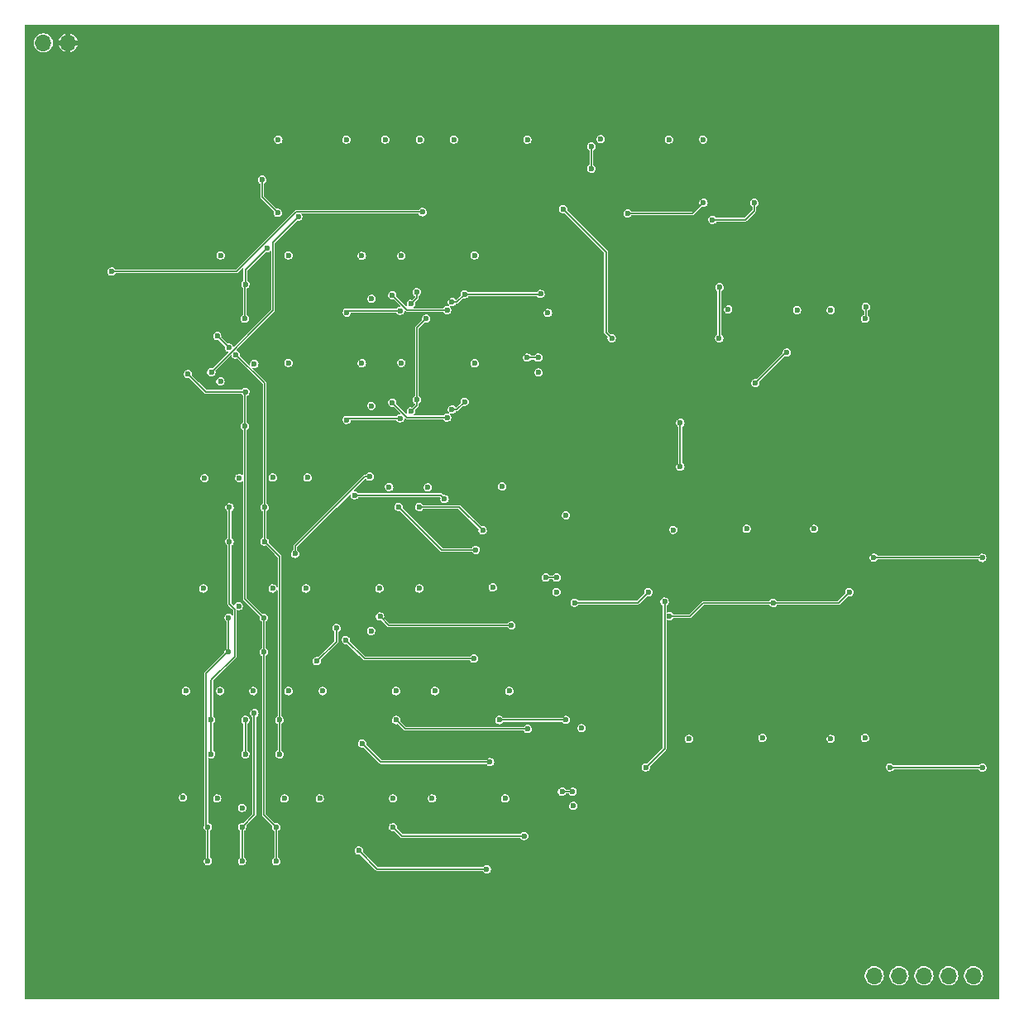
<source format=gbr>
%TF.GenerationSoftware,KiCad,Pcbnew,(5.99.0-3349-gc9824bbd9)*%
%TF.CreationDate,2020-09-24T16:48:39-07:00*%
%TF.ProjectId,Counter,436f756e-7465-4722-9e6b-696361645f70,rev?*%
%TF.SameCoordinates,Original*%
%TF.FileFunction,Copper,L4,Bot*%
%TF.FilePolarity,Positive*%
%FSLAX46Y46*%
G04 Gerber Fmt 4.6, Leading zero omitted, Abs format (unit mm)*
G04 Created by KiCad (PCBNEW (5.99.0-3349-gc9824bbd9)) date 2020-09-24 16:48:39*
%MOMM*%
%LPD*%
G01*
G04 APERTURE LIST*
%TA.AperFunction,ComponentPad*%
%ADD10O,1.700000X1.700000*%
%TD*%
%TA.AperFunction,ViaPad*%
%ADD11C,0.600000*%
%TD*%
%TA.AperFunction,Conductor*%
%ADD12C,0.127000*%
%TD*%
G04 APERTURE END LIST*
D10*
%TO.P,J1,1,Pin_1*%
%TO.N,+3V3*%
X14000000Y-14000000D03*
%TO.P,J1,2,Pin_2*%
%TO.N,GND*%
X16540000Y-14000000D03*
%TD*%
%TO.P,J2,1,Pin_1*%
%TO.N,/CLK*%
X109220000Y-109500000D03*
%TO.P,J2,2,Pin_2*%
%TO.N,/B0*%
X106680000Y-109500000D03*
%TO.P,J2,3,Pin_3*%
%TO.N,/B1*%
X104140000Y-109500000D03*
%TO.P,J2,4,Pin_4*%
%TO.N,/B2*%
X101600000Y-109500000D03*
%TO.P,J2,5,Pin_5*%
%TO.N,/B3*%
X99060000Y-109500000D03*
%TD*%
D11*
%TO.N,GND*%
X101600000Y-99200000D03*
X54131002Y-53225000D03*
X37473904Y-76300000D03*
X54131002Y-42225000D03*
X62531002Y-52125000D03*
X62531002Y-41125000D03*
X46291753Y-97777453D03*
X109200000Y-99200000D03*
X37558403Y-65000000D03*
X55973904Y-65000000D03*
X39131002Y-86816702D03*
X44973904Y-65000000D03*
X43131002Y-49725000D03*
X39131002Y-53225000D03*
X63473904Y-65000000D03*
X15100000Y-21300000D03*
X70973904Y-72225000D03*
X36900000Y-19900000D03*
X55973904Y-76225000D03*
X42631002Y-86816702D03*
X64791753Y-97777453D03*
X42291753Y-97777453D03*
X21000000Y-45200000D03*
X15100000Y-24700000D03*
X23100000Y-17800000D03*
X106700000Y-99200000D03*
X35631002Y-53225000D03*
X43131002Y-53225000D03*
X41023904Y-76275000D03*
X44973904Y-76225000D03*
X84181002Y-47625000D03*
X33200000Y-19000000D03*
X24400000Y-13100000D03*
X63473904Y-76225000D03*
X93023904Y-70225000D03*
X57631002Y-86816702D03*
X43131002Y-38725000D03*
X69131002Y-90659604D03*
X15100000Y-34800000D03*
X57291753Y-97777453D03*
X39131002Y-42225000D03*
X81973904Y-66725000D03*
X46631002Y-83316702D03*
X38791753Y-97777453D03*
X70031002Y-45325000D03*
X53450000Y-29365501D03*
X91181002Y-47725000D03*
X66531002Y-45325000D03*
X46291753Y-94277453D03*
X78473904Y-70225000D03*
X41058403Y-65000000D03*
X38050000Y-30365501D03*
X15100000Y-31300000D03*
X99081002Y-90559604D03*
X44973904Y-61500000D03*
X45050000Y-30365501D03*
X44973904Y-72725000D03*
X78100000Y-30365501D03*
X70031002Y-48825000D03*
X56050000Y-30365501D03*
X94600000Y-47700000D03*
X71100000Y-30265501D03*
X72631002Y-94159604D03*
X43131002Y-42225000D03*
X76631002Y-47725000D03*
X94681002Y-91659604D03*
X86023904Y-70125000D03*
X87681002Y-91559604D03*
X35631002Y-42225000D03*
X80131002Y-91659604D03*
X80131002Y-44225000D03*
X104100000Y-99200000D03*
X83631002Y-88159604D03*
X41550000Y-30365501D03*
X99000000Y-99200000D03*
X15100000Y-44700000D03*
X82500000Y-29265501D03*
X63600000Y-30365501D03*
X73531002Y-89759604D03*
X67473904Y-68725000D03*
X46631002Y-86816702D03*
X97423904Y-69125000D03*
X15100000Y-41400000D03*
X71873904Y-67825000D03*
X68000000Y-26065501D03*
X65131002Y-86816702D03*
%TO.N,/B0*%
X86765501Y-30365501D03*
X34681002Y-38725000D03*
X82500000Y-32110011D03*
X36900000Y-35000000D03*
X34631002Y-42225000D03*
%TO.N,/B1*%
X51631002Y-51725000D03*
X33058403Y-61542902D03*
X55831002Y-40525000D03*
X31181002Y-83316702D03*
X57131002Y-39725000D03*
X52231002Y-50525000D03*
X31181002Y-86816702D03*
X98131002Y-42225000D03*
X98200000Y-41020999D03*
X53181002Y-42225000D03*
X45056002Y-52600000D03*
X33058403Y-65042902D03*
X50531002Y-52425000D03*
X64900000Y-39700000D03*
%TO.N,/B2*%
X42000000Y-77277002D03*
X34681002Y-86816702D03*
X34681002Y-83316702D03*
X44000000Y-73900000D03*
%TO.N,/B3*%
X67500000Y-83300000D03*
X60681002Y-83316702D03*
%TO.N,/CLK*%
X70100000Y-26865501D03*
X83200000Y-39000000D03*
X83181002Y-44225000D03*
X100681002Y-88159604D03*
X70100000Y-24600000D03*
X110115510Y-88184490D03*
X110115510Y-66715510D03*
X99000000Y-66700000D03*
%TO.N,+3V3*%
X58150000Y-46800000D03*
X35600000Y-46850000D03*
X68250000Y-92100000D03*
X67500000Y-62350000D03*
X47600000Y-40200000D03*
X34000000Y-71650000D03*
X50100000Y-80350000D03*
X42300000Y-91350000D03*
X69100000Y-84150000D03*
X66550000Y-70200000D03*
X39100000Y-80350000D03*
X49800000Y-91350000D03*
X60000000Y-69750000D03*
X46600000Y-35800000D03*
X60950000Y-59400000D03*
X94600000Y-41350000D03*
X30400000Y-69850000D03*
X81550000Y-23900000D03*
X41050000Y-58500000D03*
X61700000Y-80350000D03*
X49000000Y-23900000D03*
X78050000Y-23900000D03*
X32131002Y-48650000D03*
X42600000Y-80350000D03*
X80100000Y-85250000D03*
X32100000Y-80350000D03*
X38700000Y-91350000D03*
X98100000Y-85150000D03*
X31800000Y-91350000D03*
X53800000Y-91350000D03*
X52550000Y-23900000D03*
X65650000Y-41650000D03*
X84100000Y-41300000D03*
X61291753Y-91350000D03*
X37473904Y-69850000D03*
X40900000Y-69850000D03*
X35500000Y-80350000D03*
X47600000Y-51150000D03*
X54100000Y-80350000D03*
X46600000Y-46800000D03*
X39100000Y-46750000D03*
X48400000Y-69850000D03*
X50650000Y-35800000D03*
X28300000Y-91250000D03*
X71050000Y-23850000D03*
X58150000Y-35750000D03*
X34050000Y-58550000D03*
X50650000Y-46750000D03*
X49400000Y-59450000D03*
X78500000Y-63850000D03*
X91150000Y-41350000D03*
X39100000Y-35750000D03*
X94600000Y-85250000D03*
X32150000Y-35750000D03*
X45050000Y-23900000D03*
X34350000Y-92300000D03*
X30500000Y-58550000D03*
X64700000Y-47750000D03*
X92900000Y-63750000D03*
X86000000Y-63750000D03*
X52500000Y-69850000D03*
X37500000Y-58500000D03*
X47550000Y-74200000D03*
X38050000Y-23900000D03*
X28600000Y-80350000D03*
X63550000Y-23900000D03*
X87600000Y-85150000D03*
X56050000Y-23900000D03*
X53350000Y-59500000D03*
%TO.N,/UP*%
X33000000Y-45200000D03*
X36658403Y-65042902D03*
X33700000Y-45900000D03*
X38000000Y-31400000D03*
X38181002Y-86816702D03*
X36658403Y-61542902D03*
X38181002Y-83316702D03*
X31800000Y-44000000D03*
X36400000Y-28000000D03*
%TO.N,/!B0*%
X73800000Y-31465501D03*
X31200000Y-47700000D03*
X40100000Y-31800000D03*
X81572998Y-30365501D03*
%TO.N,/DW*%
X34681002Y-49725000D03*
X28800000Y-47900000D03*
X36573904Y-72842902D03*
X36573904Y-76342902D03*
X37841753Y-97777453D03*
X34631002Y-53225000D03*
X37841753Y-94277453D03*
%TO.N,/!B1*%
X39800000Y-66300000D03*
X30841753Y-97777453D03*
X32973904Y-76342902D03*
X90100000Y-45700000D03*
X47400000Y-58400000D03*
X32973904Y-72842902D03*
X30841753Y-94277453D03*
X86881002Y-48825000D03*
%TO.N,/Q_7*%
X66523904Y-68725000D03*
X65442903Y-68725000D03*
%TO.N,/!B2*%
X35600000Y-82600000D03*
X88723904Y-71325000D03*
X34341753Y-94277453D03*
X78090500Y-72700000D03*
X34341753Y-97777453D03*
X96496902Y-70225000D03*
%TO.N,/Q_3*%
X45873904Y-60300000D03*
X55073904Y-60700000D03*
%TO.N,/XOR3/!A*%
X58273903Y-65899999D03*
X50373904Y-61500000D03*
%TO.N,/XOR3/!B*%
X52473904Y-61500000D03*
X58973904Y-63900000D03*
%TO.N,/XOR4/!A*%
X48473904Y-72725000D03*
X61904648Y-73624556D03*
%TO.N,/XOR4/!B*%
X44973904Y-75125000D03*
X58073904Y-77025000D03*
%TO.N,/XOR5/!A*%
X50131002Y-83316702D03*
X63561746Y-84216258D03*
%TO.N,/XOR5/!B*%
X59731002Y-87616702D03*
X46631002Y-85716702D03*
%TO.N,/XOR6/!A*%
X49791753Y-94277453D03*
X63222497Y-95177009D03*
%TO.N,/XOR6/!B*%
X59391753Y-98577453D03*
X46291753Y-96677453D03*
%TO.N,/RST*%
X72181002Y-44225000D03*
X67200000Y-31000000D03*
X21000000Y-37400000D03*
X75681002Y-88159604D03*
X79200000Y-57400000D03*
X79200000Y-52900000D03*
X52822861Y-31329010D03*
X77600000Y-71200000D03*
%TO.N,/Q_11*%
X68181002Y-90659604D03*
X67100001Y-90659604D03*
%TO.N,/Q_13*%
X75923904Y-70225000D03*
X68400000Y-71300000D03*
%TO.N,/Q_17*%
X64681002Y-46225000D03*
X63531002Y-46225000D03*
%TO.N,/XOR1/!B*%
X49731002Y-39825000D03*
X55331002Y-41347998D03*
%TO.N,/XOR2/!B*%
X55331002Y-52347998D03*
X49731002Y-50825000D03*
%TO.N,/Q*%
X45056002Y-41600000D03*
X51631002Y-40725000D03*
X52231002Y-39525000D03*
X50531002Y-41425000D03*
%TO.N,/Q_20*%
X55831002Y-51525000D03*
X57131002Y-50725000D03*
%TD*%
D12*
%TO.N,/B2*%
X44000000Y-73900000D02*
X44000000Y-75277002D01*
X44000000Y-75277002D02*
X42000000Y-77277002D01*
%TO.N,/B1*%
X33058403Y-65042902D02*
X33058403Y-71434345D01*
X33058403Y-71434345D02*
X33600000Y-71975942D01*
X33600000Y-71975942D02*
X33600000Y-76800000D01*
X33600000Y-76800000D02*
X31181002Y-79218998D01*
X31181002Y-79218998D02*
X31181002Y-83316702D01*
%TO.N,/!B1*%
X30841753Y-94277453D02*
X30690501Y-94126201D01*
X30690501Y-94126201D02*
X30690501Y-78509499D01*
X30690501Y-78509499D02*
X32973904Y-76226096D01*
X32973904Y-76226096D02*
X32973904Y-76042902D01*
%TO.N,/DW*%
X34631002Y-70468998D02*
X34631002Y-53225000D01*
X34631002Y-70600000D02*
X34631002Y-70468998D01*
X34631002Y-70468998D02*
X34631002Y-70900000D01*
%TO.N,/B0*%
X34631002Y-38775000D02*
X34681002Y-38725000D01*
X82500000Y-32110011D02*
X85858434Y-32110011D01*
X85858434Y-32110011D02*
X86765501Y-31202944D01*
X34631002Y-42225000D02*
X34631002Y-38775000D01*
X34681002Y-37218998D02*
X36900000Y-35000000D01*
X86765501Y-31202944D02*
X86765501Y-30365501D01*
X34681002Y-38725000D02*
X34681002Y-37218998D01*
%TO.N,/B1*%
X98200000Y-42156002D02*
X98131002Y-42225000D01*
X45231002Y-52425000D02*
X45056002Y-52600000D01*
X64875000Y-39725000D02*
X64900000Y-39700000D01*
X52231002Y-51125000D02*
X51631002Y-51725000D01*
X57131002Y-39725000D02*
X64875000Y-39725000D01*
X33058403Y-65042902D02*
X33058403Y-61542902D01*
X50531002Y-52425000D02*
X45231002Y-52425000D01*
X98200000Y-41020999D02*
X98200000Y-42156002D01*
X55831002Y-40525000D02*
X56331002Y-40525000D01*
X52231002Y-43175000D02*
X53181002Y-42225000D01*
X52231002Y-50525000D02*
X52231002Y-43175000D01*
X52231002Y-50525000D02*
X52231002Y-51125000D01*
X56331002Y-40525000D02*
X57131002Y-39725000D01*
X31181002Y-86816702D02*
X31181002Y-83316702D01*
%TO.N,/B2*%
X34681002Y-86816702D02*
X34681002Y-83316702D01*
%TO.N,/B3*%
X60697704Y-83300000D02*
X60681002Y-83316702D01*
X67500000Y-83300000D02*
X60697704Y-83300000D01*
%TO.N,/CLK*%
X100681002Y-88159604D02*
X110090624Y-88159604D01*
X83200000Y-39000000D02*
X83200000Y-44206002D01*
X110100000Y-66700000D02*
X110115510Y-66715510D01*
X83200000Y-44206002D02*
X83181002Y-44225000D01*
X99000000Y-66700000D02*
X110100000Y-66700000D01*
X70100000Y-24600000D02*
X70100000Y-26865501D01*
X110090624Y-88159604D02*
X110115510Y-88184490D01*
%TO.N,/UP*%
X36658403Y-65042902D02*
X38181002Y-66565501D01*
X36400000Y-29800000D02*
X36400000Y-28000000D01*
X38181002Y-66565501D02*
X38181002Y-83316702D01*
X38000000Y-31400000D02*
X36400000Y-29800000D01*
X36658403Y-65042902D02*
X36658403Y-61542902D01*
X38181002Y-86816702D02*
X38181002Y-83316702D01*
X33700000Y-45900000D02*
X36658403Y-48858403D01*
X31800000Y-44000000D02*
X33000000Y-45200000D01*
X36658403Y-48858403D02*
X36658403Y-61542902D01*
%TO.N,/!B0*%
X80472998Y-31465501D02*
X73800000Y-31465501D01*
X37500000Y-34400000D02*
X37500000Y-41400000D01*
X40100000Y-31800000D02*
X37500000Y-34400000D01*
X37500000Y-41400000D02*
X31200000Y-47700000D01*
X81572998Y-30365501D02*
X80472998Y-31465501D01*
%TO.N,/DW*%
X36573904Y-93009604D02*
X36573904Y-76042902D01*
X34631002Y-53225000D02*
X34631002Y-49775000D01*
X30625000Y-49725000D02*
X34681002Y-49725000D01*
X37841753Y-94277453D02*
X36573904Y-93009604D01*
X36573904Y-76342902D02*
X36573904Y-72842902D01*
X34631002Y-49775000D02*
X34681002Y-49725000D01*
X36573904Y-72842902D02*
X34631002Y-70900000D01*
X28800000Y-47900000D02*
X30625000Y-49725000D01*
X37841753Y-97777453D02*
X37841753Y-94277453D01*
%TO.N,/!B1*%
X39800000Y-65532461D02*
X46932461Y-58400000D01*
X30841753Y-97777453D02*
X30841753Y-94277453D01*
X86881002Y-48825000D02*
X90006002Y-45700000D01*
X39800000Y-66300000D02*
X39800000Y-65532461D01*
X32973904Y-76342902D02*
X32973904Y-72842902D01*
X46932461Y-58400000D02*
X47400000Y-58400000D01*
X90006002Y-45700000D02*
X90100000Y-45700000D01*
%TO.N,/Q_7*%
X65442903Y-68725000D02*
X66523904Y-68725000D01*
%TO.N,/!B2*%
X80200000Y-72700000D02*
X78090500Y-72700000D01*
X95396902Y-71325000D02*
X88723904Y-71325000D01*
X34341753Y-97777453D02*
X34341753Y-94277453D01*
X96496902Y-70225000D02*
X95396902Y-71325000D01*
X88723904Y-71325000D02*
X81575000Y-71325000D01*
X35600000Y-82600000D02*
X35600000Y-93019206D01*
X81575000Y-71325000D02*
X80200000Y-72700000D01*
X35600000Y-93019206D02*
X34341753Y-94277453D01*
%TO.N,/Q_3*%
X45873904Y-60300000D02*
X54673904Y-60300000D01*
X54673904Y-60300000D02*
X55073904Y-60700000D01*
%TO.N,/XOR3/!A*%
X57673904Y-65900000D02*
X58273902Y-65900000D01*
X50373904Y-61500000D02*
X54773904Y-65900000D01*
X54773904Y-65900000D02*
X57673904Y-65900000D01*
X58273902Y-65900000D02*
X58273903Y-65899999D01*
%TO.N,/XOR3/!B*%
X56573904Y-61500000D02*
X58973904Y-63900000D01*
X52473904Y-61500000D02*
X56573904Y-61500000D01*
%TO.N,/XOR4/!A*%
X48473904Y-72725000D02*
X49373904Y-73625000D01*
X61904204Y-73625000D02*
X61904648Y-73624556D01*
X49373904Y-73625000D02*
X61904204Y-73625000D01*
%TO.N,/XOR4/!B*%
X44973904Y-75125000D02*
X46873904Y-77025000D01*
X46873904Y-77025000D02*
X58073904Y-77025000D01*
%TO.N,/XOR5/!A*%
X50131002Y-83316702D02*
X51031002Y-84216702D01*
X63561302Y-84216702D02*
X63561746Y-84216258D01*
X51031002Y-84216702D02*
X63561302Y-84216702D01*
%TO.N,/XOR5/!B*%
X46631002Y-85716702D02*
X48531002Y-87616702D01*
X48531002Y-87616702D02*
X59731002Y-87616702D01*
%TO.N,/XOR6/!A*%
X49791753Y-94277453D02*
X50691753Y-95177453D01*
X63222053Y-95177453D02*
X63222497Y-95177009D01*
X50691753Y-95177453D02*
X63222053Y-95177453D01*
%TO.N,/XOR6/!B*%
X46291753Y-96677453D02*
X48191753Y-98577453D01*
X48191753Y-98577453D02*
X59391753Y-98577453D01*
%TO.N,/RST*%
X33800000Y-37400000D02*
X39900000Y-31300000D01*
X79200000Y-55700000D02*
X79200000Y-57400000D01*
X77600000Y-86240606D02*
X75681002Y-88159604D01*
X71600000Y-43643998D02*
X72181002Y-44225000D01*
X52793851Y-31300000D02*
X52822861Y-31329010D01*
X21000000Y-37400000D02*
X33800000Y-37400000D01*
X77600000Y-71200000D02*
X77600000Y-86240606D01*
X39900000Y-31300000D02*
X52793851Y-31300000D01*
X79200000Y-55700000D02*
X79200000Y-52900000D01*
X71600000Y-35400000D02*
X71600000Y-43643998D01*
X67200000Y-31000000D02*
X71600000Y-35400000D01*
%TO.N,/Q_11*%
X67100001Y-90659604D02*
X68181002Y-90659604D01*
%TO.N,/Q_13*%
X68400000Y-71300000D02*
X74848904Y-71300000D01*
X74848904Y-71300000D02*
X75923904Y-70225000D01*
%TO.N,/Q_17*%
X63531002Y-46225000D02*
X64681002Y-46225000D01*
%TO.N,/XOR1/!B*%
X55331002Y-41347998D02*
X51254000Y-41347998D01*
X51254000Y-41347998D02*
X49731002Y-39825000D01*
%TO.N,/XOR2/!B*%
X55331002Y-52347998D02*
X51254000Y-52347998D01*
X51254000Y-52347998D02*
X49731002Y-50825000D01*
%TO.N,/Q*%
X52231002Y-39525000D02*
X52231002Y-40125000D01*
X52231002Y-40125000D02*
X51631002Y-40725000D01*
X50531002Y-41425000D02*
X45231002Y-41425000D01*
X45231002Y-41425000D02*
X45056002Y-41600000D01*
%TO.N,/Q_20*%
X56331002Y-51525000D02*
X57131002Y-50725000D01*
X55831002Y-51525000D02*
X56331002Y-51525000D01*
%TD*%
%TA.AperFunction,Conductor*%
%TO.N,GND*%
G36*
X111872501Y-111872500D02*
G01*
X12127500Y-111872500D01*
X12127500Y-109595826D01*
X98082687Y-109595826D01*
X98121917Y-109790385D01*
X98199467Y-109973082D01*
X98312169Y-110136454D01*
X98455420Y-110273827D01*
X98623368Y-110379589D01*
X98809152Y-110449421D01*
X99005183Y-110480469D01*
X99203457Y-110471465D01*
X99395862Y-110422779D01*
X99574554Y-110336396D01*
X99732225Y-110215847D01*
X99862436Y-110066057D01*
X99959868Y-109893143D01*
X100020541Y-109704169D01*
X100020542Y-109704167D01*
X100032311Y-109595826D01*
X100622687Y-109595826D01*
X100661917Y-109790385D01*
X100739467Y-109973082D01*
X100852169Y-110136454D01*
X100995420Y-110273827D01*
X101163368Y-110379589D01*
X101349152Y-110449421D01*
X101545183Y-110480469D01*
X101743457Y-110471465D01*
X101935862Y-110422779D01*
X102114554Y-110336396D01*
X102272225Y-110215847D01*
X102402436Y-110066057D01*
X102499868Y-109893143D01*
X102560541Y-109704169D01*
X102560542Y-109704167D01*
X102572311Y-109595826D01*
X103162687Y-109595826D01*
X103201917Y-109790385D01*
X103279467Y-109973082D01*
X103392169Y-110136454D01*
X103535420Y-110273827D01*
X103703368Y-110379589D01*
X103889152Y-110449421D01*
X104085183Y-110480469D01*
X104283457Y-110471465D01*
X104475862Y-110422779D01*
X104654554Y-110336396D01*
X104812225Y-110215847D01*
X104942436Y-110066057D01*
X105039868Y-109893143D01*
X105100541Y-109704169D01*
X105100542Y-109704167D01*
X105112311Y-109595826D01*
X105702687Y-109595826D01*
X105741917Y-109790385D01*
X105819467Y-109973082D01*
X105932169Y-110136454D01*
X106075420Y-110273827D01*
X106243368Y-110379589D01*
X106429152Y-110449421D01*
X106625183Y-110480469D01*
X106823457Y-110471465D01*
X107015862Y-110422779D01*
X107194554Y-110336396D01*
X107352225Y-110215847D01*
X107482436Y-110066057D01*
X107579868Y-109893143D01*
X107640541Y-109704169D01*
X107640542Y-109704167D01*
X107652311Y-109595826D01*
X108242687Y-109595826D01*
X108281917Y-109790385D01*
X108359467Y-109973082D01*
X108472169Y-110136454D01*
X108615420Y-110273827D01*
X108783368Y-110379589D01*
X108969152Y-110449421D01*
X109165183Y-110480469D01*
X109363457Y-110471465D01*
X109555862Y-110422779D01*
X109734554Y-110336396D01*
X109892225Y-110215847D01*
X110022436Y-110066057D01*
X110119868Y-109893143D01*
X110180541Y-109704169D01*
X110180542Y-109704167D01*
X110201975Y-109506864D01*
X110201976Y-109506856D01*
X110202000Y-109500000D01*
X110181943Y-109302541D01*
X110122591Y-109113149D01*
X110026369Y-108939559D01*
X110026366Y-108939555D01*
X109897210Y-108788866D01*
X109878870Y-108774640D01*
X109740381Y-108667217D01*
X109639107Y-108617384D01*
X109562297Y-108579588D01*
X109444288Y-108548850D01*
X109370232Y-108529560D01*
X109351425Y-108528574D01*
X109172030Y-108519171D01*
X108975789Y-108548850D01*
X108789519Y-108617384D01*
X108620838Y-108721971D01*
X108476629Y-108858342D01*
X108362793Y-109020919D01*
X108362791Y-109020922D01*
X108322881Y-109113149D01*
X108283966Y-109203075D01*
X108263187Y-109302541D01*
X108243379Y-109397353D01*
X108242687Y-109595826D01*
X107652311Y-109595826D01*
X107661975Y-109506864D01*
X107661976Y-109506856D01*
X107662000Y-109500000D01*
X107641943Y-109302541D01*
X107582591Y-109113149D01*
X107486369Y-108939559D01*
X107486366Y-108939555D01*
X107357210Y-108788866D01*
X107338870Y-108774640D01*
X107200381Y-108667217D01*
X107099107Y-108617384D01*
X107022297Y-108579588D01*
X106904288Y-108548850D01*
X106830232Y-108529560D01*
X106811425Y-108528574D01*
X106632030Y-108519171D01*
X106435789Y-108548850D01*
X106249519Y-108617384D01*
X106080838Y-108721971D01*
X105936629Y-108858342D01*
X105822793Y-109020919D01*
X105822791Y-109020922D01*
X105782881Y-109113149D01*
X105743966Y-109203075D01*
X105723187Y-109302541D01*
X105703379Y-109397353D01*
X105702687Y-109595826D01*
X105112311Y-109595826D01*
X105121975Y-109506864D01*
X105121976Y-109506856D01*
X105122000Y-109500000D01*
X105101943Y-109302541D01*
X105042591Y-109113149D01*
X104946369Y-108939559D01*
X104946366Y-108939555D01*
X104817210Y-108788866D01*
X104798870Y-108774640D01*
X104660381Y-108667217D01*
X104559107Y-108617384D01*
X104482297Y-108579588D01*
X104364288Y-108548850D01*
X104290232Y-108529560D01*
X104271425Y-108528574D01*
X104092030Y-108519171D01*
X103895789Y-108548850D01*
X103709519Y-108617384D01*
X103540838Y-108721971D01*
X103396629Y-108858342D01*
X103282793Y-109020919D01*
X103282791Y-109020922D01*
X103242881Y-109113149D01*
X103203966Y-109203075D01*
X103183187Y-109302541D01*
X103163379Y-109397353D01*
X103162687Y-109595826D01*
X102572311Y-109595826D01*
X102581975Y-109506864D01*
X102581976Y-109506856D01*
X102582000Y-109500000D01*
X102561943Y-109302541D01*
X102502591Y-109113149D01*
X102406369Y-108939559D01*
X102406366Y-108939555D01*
X102277210Y-108788866D01*
X102258870Y-108774640D01*
X102120381Y-108667217D01*
X102019107Y-108617384D01*
X101942297Y-108579588D01*
X101824288Y-108548850D01*
X101750232Y-108529560D01*
X101731425Y-108528574D01*
X101552030Y-108519171D01*
X101355789Y-108548850D01*
X101169519Y-108617384D01*
X101000838Y-108721971D01*
X100856629Y-108858342D01*
X100742793Y-109020919D01*
X100742791Y-109020922D01*
X100702881Y-109113149D01*
X100663966Y-109203075D01*
X100643187Y-109302541D01*
X100623379Y-109397353D01*
X100622687Y-109595826D01*
X100032311Y-109595826D01*
X100041975Y-109506864D01*
X100041976Y-109506856D01*
X100042000Y-109500000D01*
X100021943Y-109302541D01*
X99962591Y-109113149D01*
X99866369Y-108939559D01*
X99866366Y-108939555D01*
X99737210Y-108788866D01*
X99718870Y-108774640D01*
X99580381Y-108667217D01*
X99479107Y-108617384D01*
X99402297Y-108579588D01*
X99284288Y-108548850D01*
X99210232Y-108529560D01*
X99191425Y-108528574D01*
X99012030Y-108519171D01*
X98815789Y-108548850D01*
X98629519Y-108617384D01*
X98460838Y-108721971D01*
X98316629Y-108858342D01*
X98202793Y-109020919D01*
X98202791Y-109020922D01*
X98162881Y-109113149D01*
X98123966Y-109203075D01*
X98103187Y-109302541D01*
X98083379Y-109397353D01*
X98082687Y-109595826D01*
X12127500Y-109595826D01*
X12127500Y-94338393D01*
X30413568Y-94338393D01*
X30450415Y-94461603D01*
X30521863Y-94568531D01*
X30621593Y-94649724D01*
X30621595Y-94649725D01*
X30650754Y-94673464D01*
X30650753Y-97383414D01*
X30627469Y-97401769D01*
X30627467Y-97401770D01*
X30526474Y-97481386D01*
X30453356Y-97587179D01*
X30414578Y-97709795D01*
X30413568Y-97838393D01*
X30450415Y-97961603D01*
X30521863Y-98068531D01*
X30621593Y-98149724D01*
X30740788Y-98198003D01*
X30868910Y-98209100D01*
X30994631Y-98182033D01*
X31106835Y-98119195D01*
X31195603Y-98026143D01*
X31253085Y-97911103D01*
X31274200Y-97784246D01*
X31274253Y-97777453D01*
X31255133Y-97650281D01*
X31224832Y-97587179D01*
X31199466Y-97534352D01*
X31112170Y-97439916D01*
X31032753Y-97393787D01*
X31032753Y-94660683D01*
X31106835Y-94619195D01*
X31195603Y-94526143D01*
X31253085Y-94411104D01*
X31265187Y-94338393D01*
X33913568Y-94338393D01*
X33950415Y-94461603D01*
X34021863Y-94568531D01*
X34121593Y-94649724D01*
X34121595Y-94649725D01*
X34150754Y-94673464D01*
X34150753Y-97383414D01*
X34127469Y-97401769D01*
X34127467Y-97401770D01*
X34026474Y-97481386D01*
X33953356Y-97587179D01*
X33914578Y-97709795D01*
X33913568Y-97838393D01*
X33950415Y-97961603D01*
X34021863Y-98068531D01*
X34121593Y-98149724D01*
X34240788Y-98198003D01*
X34368910Y-98209100D01*
X34494631Y-98182033D01*
X34606835Y-98119195D01*
X34695603Y-98026143D01*
X34753085Y-97911103D01*
X34774200Y-97784246D01*
X34774253Y-97777453D01*
X34755133Y-97650281D01*
X34724832Y-97587179D01*
X34699466Y-97534352D01*
X34612170Y-97439916D01*
X34532753Y-97393787D01*
X34532753Y-94660683D01*
X34606835Y-94619195D01*
X34695603Y-94526143D01*
X34753085Y-94411104D01*
X34774200Y-94284245D01*
X34774253Y-94277452D01*
X34755133Y-94150282D01*
X34755133Y-94150281D01*
X34755132Y-94150279D01*
X34753029Y-94136291D01*
X35711837Y-93177484D01*
X35722012Y-93172598D01*
X35722013Y-93172597D01*
X35743131Y-93146190D01*
X35746844Y-93142477D01*
X35750557Y-93138765D01*
X35756017Y-93130077D01*
X35763910Y-93120207D01*
X35776462Y-93104511D01*
X35778988Y-93093529D01*
X35784984Y-93083987D01*
X35788660Y-93051467D01*
X35791000Y-93041293D01*
X35791000Y-93030772D01*
X35792103Y-93021022D01*
X35794778Y-92997358D01*
X35791000Y-92986540D01*
X35791000Y-82983230D01*
X35865082Y-82941742D01*
X35953850Y-82848690D01*
X36011332Y-82733650D01*
X36032447Y-82606793D01*
X36032500Y-82600000D01*
X36013380Y-82472828D01*
X35983079Y-82409726D01*
X35957713Y-82356899D01*
X35870419Y-82262466D01*
X35870417Y-82262464D01*
X35759214Y-82197872D01*
X35633934Y-82168833D01*
X35505652Y-82177916D01*
X35385713Y-82224317D01*
X35284721Y-82303932D01*
X35248114Y-82356899D01*
X35211603Y-82409726D01*
X35172825Y-82532342D01*
X35171815Y-82660940D01*
X35208662Y-82784150D01*
X35280110Y-82891078D01*
X35318904Y-82922661D01*
X35409000Y-82996012D01*
X35409001Y-92940091D01*
X34478885Y-93870207D01*
X34375687Y-93846286D01*
X34247405Y-93855369D01*
X34127466Y-93901770D01*
X34026474Y-93981385D01*
X33989867Y-94034352D01*
X33953356Y-94087179D01*
X33914578Y-94209795D01*
X33913568Y-94338393D01*
X31265187Y-94338393D01*
X31274200Y-94284245D01*
X31274253Y-94277452D01*
X31255133Y-94150282D01*
X31251096Y-94141873D01*
X31224832Y-94087179D01*
X31199466Y-94034352D01*
X31112172Y-93939919D01*
X31112170Y-93939917D01*
X31000967Y-93875325D01*
X30881501Y-93847634D01*
X30881501Y-92360940D01*
X33921815Y-92360940D01*
X33958662Y-92484150D01*
X34030110Y-92591078D01*
X34129840Y-92672271D01*
X34249035Y-92720550D01*
X34377157Y-92731647D01*
X34502878Y-92704580D01*
X34615082Y-92641742D01*
X34703850Y-92548690D01*
X34717911Y-92520550D01*
X34761332Y-92433651D01*
X34782447Y-92306792D01*
X34782500Y-92299999D01*
X34763380Y-92172829D01*
X34757671Y-92160938D01*
X34731671Y-92106793D01*
X34707713Y-92056899D01*
X34620419Y-91962466D01*
X34620417Y-91962464D01*
X34509214Y-91897872D01*
X34383934Y-91868833D01*
X34255652Y-91877916D01*
X34135713Y-91924317D01*
X34034721Y-92003932D01*
X34015086Y-92032342D01*
X33961603Y-92109726D01*
X33922825Y-92232342D01*
X33921815Y-92360940D01*
X30881501Y-92360940D01*
X30881501Y-91410940D01*
X31371815Y-91410940D01*
X31408662Y-91534150D01*
X31480110Y-91641078D01*
X31579840Y-91722271D01*
X31699035Y-91770550D01*
X31827157Y-91781647D01*
X31952878Y-91754580D01*
X32065082Y-91691742D01*
X32153850Y-91598690D01*
X32211332Y-91483650D01*
X32232447Y-91356793D01*
X32232500Y-91350000D01*
X32213380Y-91222828D01*
X32183079Y-91159726D01*
X32157713Y-91106899D01*
X32070419Y-91012466D01*
X32070417Y-91012464D01*
X31959214Y-90947872D01*
X31833934Y-90918833D01*
X31705652Y-90927916D01*
X31585713Y-90974317D01*
X31484721Y-91053932D01*
X31458929Y-91091251D01*
X31411603Y-91159726D01*
X31372825Y-91282342D01*
X31371815Y-91410940D01*
X30881501Y-91410940D01*
X30881501Y-87156837D01*
X30960842Y-87188973D01*
X31080037Y-87237252D01*
X31208159Y-87248349D01*
X31333880Y-87221282D01*
X31446084Y-87158444D01*
X31534852Y-87065392D01*
X31592334Y-86950353D01*
X31613449Y-86823494D01*
X31613502Y-86816701D01*
X31594382Y-86689531D01*
X31538715Y-86573601D01*
X31451419Y-86479165D01*
X31372002Y-86433036D01*
X31372002Y-83699932D01*
X31446084Y-83658444D01*
X31534852Y-83565392D01*
X31592334Y-83450353D01*
X31604436Y-83377642D01*
X34252817Y-83377642D01*
X34289664Y-83500852D01*
X34361112Y-83607780D01*
X34460842Y-83688973D01*
X34460844Y-83688974D01*
X34490003Y-83712713D01*
X34490002Y-86422663D01*
X34466718Y-86441018D01*
X34466716Y-86441019D01*
X34365723Y-86520635D01*
X34292605Y-86626428D01*
X34253827Y-86749044D01*
X34252817Y-86877642D01*
X34289664Y-87000852D01*
X34361112Y-87107780D01*
X34460842Y-87188973D01*
X34580037Y-87237252D01*
X34708159Y-87248349D01*
X34833880Y-87221282D01*
X34946084Y-87158444D01*
X35034852Y-87065392D01*
X35092334Y-86950352D01*
X35113449Y-86823495D01*
X35113502Y-86816702D01*
X35094382Y-86689530D01*
X35064081Y-86626428D01*
X35038715Y-86573601D01*
X34951419Y-86479165D01*
X34872002Y-86433036D01*
X34872002Y-83699932D01*
X34946084Y-83658444D01*
X35034852Y-83565392D01*
X35092334Y-83450353D01*
X35113449Y-83323494D01*
X35113502Y-83316701D01*
X35094382Y-83189531D01*
X35038715Y-83073601D01*
X34951421Y-82979168D01*
X34951419Y-82979166D01*
X34840216Y-82914574D01*
X34714936Y-82885535D01*
X34586654Y-82894618D01*
X34466715Y-82941019D01*
X34365723Y-83020634D01*
X34340659Y-83056899D01*
X34292605Y-83126428D01*
X34253827Y-83249044D01*
X34252817Y-83377642D01*
X31604436Y-83377642D01*
X31613449Y-83323494D01*
X31613502Y-83316701D01*
X31594382Y-83189531D01*
X31538715Y-83073601D01*
X31451419Y-82979165D01*
X31372002Y-82933036D01*
X31372002Y-80410940D01*
X31671815Y-80410940D01*
X31708662Y-80534150D01*
X31780110Y-80641078D01*
X31879840Y-80722271D01*
X31999035Y-80770550D01*
X32127157Y-80781647D01*
X32252878Y-80754580D01*
X32365082Y-80691742D01*
X32453850Y-80598690D01*
X32511332Y-80483650D01*
X32523434Y-80410940D01*
X35071815Y-80410940D01*
X35108662Y-80534150D01*
X35180110Y-80641078D01*
X35279840Y-80722271D01*
X35399035Y-80770550D01*
X35527157Y-80781647D01*
X35652878Y-80754580D01*
X35765082Y-80691742D01*
X35853850Y-80598690D01*
X35911332Y-80483650D01*
X35932447Y-80356793D01*
X35932500Y-80350000D01*
X35913380Y-80222828D01*
X35883079Y-80159726D01*
X35857713Y-80106899D01*
X35770419Y-80012466D01*
X35770417Y-80012464D01*
X35659214Y-79947872D01*
X35533934Y-79918833D01*
X35405652Y-79927916D01*
X35285713Y-79974317D01*
X35184721Y-80053932D01*
X35148114Y-80106899D01*
X35111603Y-80159726D01*
X35072825Y-80282342D01*
X35071815Y-80410940D01*
X32523434Y-80410940D01*
X32532447Y-80356793D01*
X32532500Y-80350000D01*
X32513380Y-80222828D01*
X32483079Y-80159726D01*
X32457713Y-80106899D01*
X32370419Y-80012466D01*
X32370417Y-80012464D01*
X32259214Y-79947872D01*
X32133934Y-79918833D01*
X32005652Y-79927916D01*
X31885713Y-79974317D01*
X31784721Y-80053932D01*
X31748114Y-80106899D01*
X31711603Y-80159726D01*
X31672825Y-80282342D01*
X31671815Y-80410940D01*
X31372002Y-80410940D01*
X31372002Y-79298111D01*
X33711837Y-76958278D01*
X33722012Y-76953392D01*
X33722013Y-76953391D01*
X33743131Y-76926984D01*
X33746845Y-76923270D01*
X33750557Y-76919559D01*
X33756017Y-76910871D01*
X33760112Y-76905750D01*
X33776462Y-76885305D01*
X33778988Y-76874323D01*
X33784984Y-76864781D01*
X33787126Y-76845835D01*
X33788661Y-76832255D01*
X33791000Y-76822085D01*
X33791000Y-76811569D01*
X33794778Y-76778152D01*
X33791000Y-76767334D01*
X33791000Y-72026791D01*
X33860785Y-72055057D01*
X33899034Y-72070550D01*
X34027157Y-72081647D01*
X34152878Y-72054580D01*
X34265082Y-71991742D01*
X34353850Y-71898690D01*
X34411332Y-71783651D01*
X34424493Y-71704580D01*
X34432447Y-71656793D01*
X34432500Y-71650000D01*
X34431259Y-71641742D01*
X34420814Y-71572271D01*
X34413380Y-71522828D01*
X34381416Y-71456263D01*
X34357713Y-71406899D01*
X34270419Y-71312466D01*
X34270417Y-71312464D01*
X34159214Y-71247872D01*
X34033934Y-71218833D01*
X33905652Y-71227916D01*
X33785713Y-71274317D01*
X33684721Y-71353932D01*
X33611603Y-71459726D01*
X33549684Y-71655512D01*
X33249403Y-71355231D01*
X33249403Y-65426132D01*
X33323485Y-65384644D01*
X33412253Y-65291592D01*
X33469735Y-65176552D01*
X33490850Y-65049695D01*
X33490903Y-65042902D01*
X33471783Y-64915730D01*
X33441482Y-64852628D01*
X33416116Y-64799801D01*
X33328820Y-64705365D01*
X33249403Y-64659236D01*
X33249403Y-61926132D01*
X33323485Y-61884644D01*
X33412253Y-61791592D01*
X33469735Y-61676553D01*
X33488978Y-61560940D01*
X33490850Y-61549695D01*
X33490903Y-61542902D01*
X33471783Y-61415730D01*
X33439953Y-61349443D01*
X33416116Y-61299801D01*
X33328822Y-61205368D01*
X33328820Y-61205366D01*
X33217617Y-61140774D01*
X33092337Y-61111735D01*
X32964055Y-61120818D01*
X32844116Y-61167219D01*
X32743124Y-61246834D01*
X32698542Y-61311340D01*
X32670006Y-61352628D01*
X32631228Y-61475244D01*
X32630218Y-61603842D01*
X32667065Y-61727052D01*
X32738513Y-61833980D01*
X32838243Y-61915173D01*
X32838245Y-61915174D01*
X32867404Y-61938913D01*
X32867403Y-64648863D01*
X32844119Y-64667218D01*
X32844117Y-64667219D01*
X32743124Y-64746835D01*
X32670006Y-64852628D01*
X32631228Y-64975244D01*
X32630218Y-65103842D01*
X32667065Y-65227052D01*
X32738513Y-65333980D01*
X32787895Y-65374183D01*
X32867403Y-65438914D01*
X32867404Y-71401505D01*
X32863663Y-71412158D01*
X32867404Y-71445772D01*
X32867404Y-71456264D01*
X32869684Y-71466260D01*
X32873306Y-71498802D01*
X32879287Y-71508354D01*
X32881793Y-71519342D01*
X32881794Y-71519343D01*
X32881794Y-71519344D01*
X32902196Y-71544947D01*
X32904540Y-71548690D01*
X32907730Y-71553785D01*
X32915161Y-71561216D01*
X32936124Y-71587523D01*
X32946447Y-71592502D01*
X33252634Y-71898690D01*
X33409000Y-72055057D01*
X33409000Y-72523828D01*
X33390694Y-72568022D01*
X33346500Y-72586328D01*
X33300605Y-72566253D01*
X33244323Y-72505368D01*
X33244321Y-72505366D01*
X33133118Y-72440774D01*
X33007838Y-72411735D01*
X32879556Y-72420818D01*
X32759617Y-72467219D01*
X32658625Y-72546834D01*
X32623381Y-72597829D01*
X32585507Y-72652628D01*
X32546729Y-72775244D01*
X32545719Y-72903842D01*
X32582566Y-73027052D01*
X32654014Y-73133980D01*
X32753744Y-73215173D01*
X32753746Y-73215174D01*
X32782905Y-73238913D01*
X32782904Y-75948863D01*
X32759620Y-75967218D01*
X32759618Y-75967219D01*
X32658625Y-76046835D01*
X32658624Y-76046836D01*
X32585507Y-76152628D01*
X32546729Y-76275244D01*
X32545875Y-76384010D01*
X30578665Y-78351221D01*
X30568490Y-78356107D01*
X30568489Y-78356108D01*
X30547371Y-78382515D01*
X30539945Y-78389941D01*
X30536513Y-78395402D01*
X30534484Y-78398630D01*
X30514039Y-78424195D01*
X30511513Y-78435177D01*
X30505517Y-78444719D01*
X30501839Y-78477252D01*
X30499502Y-78487414D01*
X30499502Y-78497922D01*
X30495723Y-78531347D01*
X30499502Y-78542168D01*
X30499501Y-94020413D01*
X30453356Y-94087179D01*
X30414578Y-94209795D01*
X30413568Y-94338393D01*
X12127500Y-94338393D01*
X12127500Y-91310940D01*
X27871815Y-91310940D01*
X27908662Y-91434150D01*
X27980110Y-91541078D01*
X28079840Y-91622271D01*
X28199035Y-91670550D01*
X28327157Y-91681647D01*
X28452878Y-91654580D01*
X28565082Y-91591742D01*
X28653850Y-91498690D01*
X28711332Y-91383650D01*
X28715803Y-91356792D01*
X28732447Y-91256792D01*
X28732500Y-91249999D01*
X28722328Y-91182342D01*
X28713380Y-91122828D01*
X28683079Y-91059726D01*
X28657713Y-91006899D01*
X28570419Y-90912466D01*
X28570417Y-90912464D01*
X28459214Y-90847872D01*
X28333934Y-90818833D01*
X28205652Y-90827916D01*
X28085713Y-90874317D01*
X27984721Y-90953932D01*
X27944266Y-91012466D01*
X27911603Y-91059726D01*
X27872825Y-91182342D01*
X27871815Y-91310940D01*
X12127500Y-91310940D01*
X12127500Y-80410940D01*
X28171815Y-80410940D01*
X28208662Y-80534150D01*
X28280110Y-80641078D01*
X28379840Y-80722271D01*
X28499035Y-80770550D01*
X28627157Y-80781647D01*
X28752878Y-80754580D01*
X28865082Y-80691742D01*
X28953850Y-80598690D01*
X29011332Y-80483650D01*
X29032447Y-80356793D01*
X29032500Y-80350000D01*
X29013380Y-80222828D01*
X28983079Y-80159726D01*
X28957713Y-80106899D01*
X28870419Y-80012466D01*
X28870417Y-80012464D01*
X28759214Y-79947872D01*
X28633934Y-79918833D01*
X28505652Y-79927916D01*
X28385713Y-79974317D01*
X28284721Y-80053932D01*
X28248114Y-80106899D01*
X28211603Y-80159726D01*
X28172825Y-80282342D01*
X28171815Y-80410940D01*
X12127500Y-80410940D01*
X12127500Y-69910940D01*
X29971815Y-69910940D01*
X30008662Y-70034150D01*
X30080110Y-70141078D01*
X30179840Y-70222271D01*
X30299035Y-70270550D01*
X30427157Y-70281647D01*
X30552878Y-70254580D01*
X30665082Y-70191742D01*
X30753850Y-70098690D01*
X30766772Y-70072829D01*
X30811332Y-69983651D01*
X30824601Y-69903932D01*
X30832447Y-69856793D01*
X30832500Y-69850000D01*
X30813380Y-69722828D01*
X30783079Y-69659726D01*
X30757713Y-69606899D01*
X30670419Y-69512466D01*
X30670417Y-69512464D01*
X30559214Y-69447872D01*
X30433934Y-69418833D01*
X30305652Y-69427916D01*
X30185713Y-69474317D01*
X30084721Y-69553932D01*
X30080717Y-69559726D01*
X30011603Y-69659726D01*
X29972825Y-69782342D01*
X29971815Y-69910940D01*
X12127500Y-69910940D01*
X12127500Y-58610940D01*
X30071815Y-58610940D01*
X30108662Y-58734150D01*
X30180110Y-58841078D01*
X30279840Y-58922271D01*
X30399035Y-58970550D01*
X30527157Y-58981647D01*
X30652878Y-58954580D01*
X30765082Y-58891742D01*
X30853850Y-58798690D01*
X30911332Y-58683651D01*
X30932447Y-58556792D01*
X30932500Y-58549999D01*
X30913380Y-58422829D01*
X30905680Y-58406792D01*
X30889371Y-58372829D01*
X30857713Y-58306899D01*
X30770419Y-58212466D01*
X30770417Y-58212464D01*
X30659214Y-58147872D01*
X30533934Y-58118833D01*
X30405652Y-58127916D01*
X30285713Y-58174317D01*
X30184721Y-58253932D01*
X30161146Y-58288043D01*
X30111603Y-58359726D01*
X30072825Y-58482342D01*
X30071815Y-58610940D01*
X12127500Y-58610940D01*
X12127500Y-47960940D01*
X28371815Y-47960940D01*
X28408662Y-48084150D01*
X28480110Y-48191078D01*
X28579840Y-48272271D01*
X28699035Y-48320550D01*
X28763096Y-48326099D01*
X28827156Y-48331647D01*
X28827157Y-48331647D01*
X28937728Y-48307842D01*
X30111784Y-49481899D01*
X30466722Y-49836837D01*
X30471608Y-49847012D01*
X30471609Y-49847013D01*
X30498016Y-49868131D01*
X30501730Y-49871845D01*
X30505441Y-49875557D01*
X30514129Y-49881017D01*
X30539695Y-49901462D01*
X30550677Y-49903988D01*
X30560219Y-49909984D01*
X30592742Y-49913661D01*
X30602913Y-49916000D01*
X30613431Y-49916000D01*
X30638494Y-49918834D01*
X30646847Y-49919778D01*
X30646848Y-49919778D01*
X30657666Y-49916000D01*
X34294240Y-49916000D01*
X34361112Y-50016078D01*
X34440003Y-50080306D01*
X34440002Y-52830961D01*
X34416718Y-52849316D01*
X34416716Y-52849317D01*
X34352426Y-52899999D01*
X34315722Y-52928934D01*
X34285771Y-52972270D01*
X34242605Y-53034726D01*
X34203827Y-53157342D01*
X34202817Y-53285940D01*
X34239664Y-53409150D01*
X34311112Y-53516078D01*
X34410842Y-53597271D01*
X34410844Y-53597272D01*
X34440003Y-53621011D01*
X34440003Y-58182145D01*
X34421697Y-58226339D01*
X34377503Y-58244645D01*
X34331608Y-58224570D01*
X34320419Y-58212466D01*
X34320417Y-58212464D01*
X34209214Y-58147872D01*
X34083934Y-58118833D01*
X33955652Y-58127916D01*
X33835713Y-58174317D01*
X33734721Y-58253932D01*
X33711146Y-58288043D01*
X33661603Y-58359726D01*
X33622825Y-58482342D01*
X33621815Y-58610940D01*
X33658662Y-58734150D01*
X33730110Y-58841078D01*
X33829840Y-58922271D01*
X33949035Y-58970550D01*
X34077157Y-58981647D01*
X34202878Y-58954580D01*
X34315082Y-58891742D01*
X34332280Y-58873714D01*
X34376031Y-58854372D01*
X34420644Y-58871632D01*
X34440003Y-58916855D01*
X34440002Y-70446913D01*
X34440002Y-70446914D01*
X34440003Y-70867160D01*
X34436262Y-70877813D01*
X34440003Y-70911426D01*
X34440003Y-70921919D01*
X34442283Y-70931915D01*
X34445905Y-70964457D01*
X34451886Y-70974009D01*
X34454392Y-70984997D01*
X34454393Y-70984998D01*
X34454393Y-70984999D01*
X34474795Y-71010602D01*
X34480329Y-71019440D01*
X34487758Y-71026869D01*
X34508723Y-71053178D01*
X34519047Y-71058158D01*
X36168210Y-72707322D01*
X36146729Y-72775244D01*
X36145719Y-72903842D01*
X36182566Y-73027052D01*
X36254014Y-73133980D01*
X36353744Y-73215173D01*
X36353746Y-73215174D01*
X36382905Y-73238913D01*
X36382904Y-75948863D01*
X36359620Y-75967218D01*
X36359618Y-75967219D01*
X36258625Y-76046835D01*
X36258624Y-76046836D01*
X36243981Y-76068023D01*
X36185507Y-76152628D01*
X36146729Y-76275244D01*
X36145719Y-76403842D01*
X36182566Y-76527052D01*
X36254014Y-76633980D01*
X36353744Y-76715173D01*
X36353746Y-76715174D01*
X36382905Y-76738913D01*
X36382904Y-84874317D01*
X36382904Y-92976765D01*
X36379472Y-92986540D01*
X36379164Y-92987417D01*
X36382904Y-93021018D01*
X36382904Y-93031524D01*
X36385187Y-93041531D01*
X36388807Y-93074061D01*
X36394786Y-93083611D01*
X36397293Y-93094600D01*
X36417699Y-93120209D01*
X36423232Y-93129045D01*
X36430656Y-93136469D01*
X36451623Y-93162781D01*
X36451624Y-93162782D01*
X36461949Y-93167762D01*
X37436059Y-94141873D01*
X37414578Y-94209795D01*
X37413568Y-94338393D01*
X37450415Y-94461603D01*
X37521863Y-94568531D01*
X37621593Y-94649724D01*
X37621595Y-94649725D01*
X37650754Y-94673464D01*
X37650753Y-97383414D01*
X37627469Y-97401769D01*
X37627467Y-97401770D01*
X37526474Y-97481386D01*
X37453356Y-97587179D01*
X37414578Y-97709795D01*
X37413568Y-97838393D01*
X37450415Y-97961603D01*
X37521863Y-98068531D01*
X37621593Y-98149724D01*
X37740788Y-98198003D01*
X37868910Y-98209100D01*
X37994631Y-98182033D01*
X38106835Y-98119195D01*
X38195603Y-98026143D01*
X38253085Y-97911103D01*
X38274200Y-97784246D01*
X38274253Y-97777453D01*
X38255133Y-97650281D01*
X38224832Y-97587179D01*
X38199466Y-97534352D01*
X38112170Y-97439916D01*
X38032753Y-97393787D01*
X38032753Y-96738393D01*
X45863568Y-96738393D01*
X45900415Y-96861603D01*
X45971863Y-96968531D01*
X46071593Y-97049724D01*
X46190788Y-97098003D01*
X46254849Y-97103552D01*
X46318909Y-97109100D01*
X46318910Y-97109100D01*
X46429481Y-97085295D01*
X47678537Y-98334352D01*
X48033475Y-98689290D01*
X48038361Y-98699465D01*
X48038362Y-98699466D01*
X48064769Y-98720584D01*
X48068483Y-98724298D01*
X48072194Y-98728010D01*
X48080882Y-98733470D01*
X48106448Y-98753915D01*
X48111940Y-98755178D01*
X48117430Y-98756441D01*
X48126972Y-98762437D01*
X48159495Y-98766114D01*
X48169666Y-98768453D01*
X48180184Y-98768453D01*
X48205247Y-98771286D01*
X48213600Y-98772231D01*
X48213601Y-98772231D01*
X48224419Y-98768453D01*
X59004991Y-98768453D01*
X59071863Y-98868531D01*
X59171593Y-98949724D01*
X59290788Y-98998003D01*
X59418910Y-99009100D01*
X59544631Y-98982033D01*
X59656835Y-98919195D01*
X59745603Y-98826143D01*
X59803085Y-98711104D01*
X59824200Y-98584245D01*
X59824253Y-98577452D01*
X59805133Y-98450282D01*
X59749466Y-98334352D01*
X59662172Y-98239919D01*
X59662170Y-98239917D01*
X59550967Y-98175325D01*
X59425687Y-98146286D01*
X59297405Y-98155369D01*
X59177466Y-98201770D01*
X59076474Y-98281385D01*
X59003857Y-98386453D01*
X48270868Y-98386453D01*
X46702005Y-96817591D01*
X46724200Y-96684245D01*
X46724253Y-96677452D01*
X46705133Y-96550282D01*
X46649466Y-96434352D01*
X46562172Y-96339919D01*
X46562170Y-96339917D01*
X46450967Y-96275325D01*
X46325687Y-96246286D01*
X46197405Y-96255369D01*
X46077466Y-96301770D01*
X45976474Y-96381385D01*
X45939867Y-96434352D01*
X45903356Y-96487179D01*
X45864578Y-96609795D01*
X45863568Y-96738393D01*
X38032753Y-96738393D01*
X38032753Y-94660683D01*
X38106835Y-94619195D01*
X38195603Y-94526143D01*
X38253085Y-94411104D01*
X38265187Y-94338393D01*
X49363568Y-94338393D01*
X49400415Y-94461603D01*
X49471863Y-94568531D01*
X49571593Y-94649724D01*
X49690788Y-94698003D01*
X49754849Y-94703552D01*
X49818909Y-94709100D01*
X49818910Y-94709100D01*
X49929481Y-94685295D01*
X50421193Y-95177008D01*
X50533475Y-95289290D01*
X50538361Y-95299465D01*
X50538362Y-95299466D01*
X50564769Y-95320584D01*
X50568483Y-95324298D01*
X50572194Y-95328010D01*
X50580882Y-95333470D01*
X50606446Y-95353914D01*
X50606447Y-95353914D01*
X50606448Y-95353915D01*
X50617430Y-95356440D01*
X50626971Y-95362437D01*
X50659497Y-95366114D01*
X50669667Y-95368453D01*
X50680184Y-95368453D01*
X50705247Y-95371286D01*
X50713600Y-95372231D01*
X50713601Y-95372231D01*
X50724419Y-95368453D01*
X62836033Y-95368453D01*
X62902607Y-95468087D01*
X63002337Y-95549280D01*
X63121532Y-95597559D01*
X63249654Y-95608656D01*
X63375375Y-95581589D01*
X63487579Y-95518751D01*
X63576347Y-95425699D01*
X63633829Y-95310660D01*
X63654944Y-95183801D01*
X63654997Y-95177008D01*
X63635877Y-95049838D01*
X63580210Y-94933908D01*
X63492916Y-94839475D01*
X63492914Y-94839473D01*
X63381711Y-94774881D01*
X63256431Y-94745842D01*
X63128149Y-94754925D01*
X63008210Y-94801326D01*
X62907218Y-94880941D01*
X62834294Y-94986453D01*
X50770868Y-94986453D01*
X50202004Y-94417589D01*
X50203083Y-94411107D01*
X50203085Y-94411103D01*
X50224200Y-94284246D01*
X50224253Y-94277453D01*
X50205133Y-94150281D01*
X50174832Y-94087179D01*
X50149466Y-94034352D01*
X50062172Y-93939919D01*
X50062170Y-93939917D01*
X49950967Y-93875325D01*
X49825687Y-93846286D01*
X49697405Y-93855369D01*
X49577466Y-93901770D01*
X49476474Y-93981385D01*
X49439867Y-94034352D01*
X49403356Y-94087179D01*
X49364578Y-94209795D01*
X49363568Y-94338393D01*
X38265187Y-94338393D01*
X38274200Y-94284245D01*
X38274253Y-94277452D01*
X38255133Y-94150282D01*
X38251096Y-94141873D01*
X38224832Y-94087179D01*
X38199466Y-94034352D01*
X38112172Y-93939919D01*
X38112170Y-93939917D01*
X38000967Y-93875325D01*
X37875687Y-93846286D01*
X37747406Y-93855369D01*
X37705858Y-93871443D01*
X36764904Y-92930490D01*
X36764904Y-92160940D01*
X67821815Y-92160940D01*
X67858662Y-92284150D01*
X67930110Y-92391078D01*
X68029840Y-92472271D01*
X68149035Y-92520550D01*
X68277157Y-92531647D01*
X68402878Y-92504580D01*
X68515082Y-92441742D01*
X68603850Y-92348690D01*
X68628179Y-92300000D01*
X68661332Y-92233651D01*
X68682447Y-92106792D01*
X68682500Y-92099999D01*
X68672328Y-92032342D01*
X68663380Y-91972828D01*
X68645321Y-91935220D01*
X68607713Y-91856899D01*
X68520419Y-91762466D01*
X68520417Y-91762464D01*
X68409214Y-91697872D01*
X68283934Y-91668833D01*
X68155652Y-91677916D01*
X68035713Y-91724317D01*
X67934721Y-91803932D01*
X67898114Y-91856899D01*
X67861603Y-91909726D01*
X67822825Y-92032342D01*
X67821815Y-92160940D01*
X36764904Y-92160940D01*
X36764904Y-91410940D01*
X38271815Y-91410940D01*
X38308662Y-91534150D01*
X38380110Y-91641078D01*
X38479840Y-91722271D01*
X38599035Y-91770550D01*
X38727157Y-91781647D01*
X38852878Y-91754580D01*
X38965082Y-91691742D01*
X39053850Y-91598690D01*
X39111332Y-91483650D01*
X39123434Y-91410940D01*
X41871815Y-91410940D01*
X41908662Y-91534150D01*
X41980110Y-91641078D01*
X42079840Y-91722271D01*
X42199035Y-91770550D01*
X42327157Y-91781647D01*
X42452878Y-91754580D01*
X42565082Y-91691742D01*
X42653850Y-91598690D01*
X42711332Y-91483650D01*
X42723434Y-91410940D01*
X49371815Y-91410940D01*
X49408662Y-91534150D01*
X49480110Y-91641078D01*
X49579840Y-91722271D01*
X49699035Y-91770550D01*
X49827157Y-91781647D01*
X49952878Y-91754580D01*
X50065082Y-91691742D01*
X50153850Y-91598690D01*
X50211332Y-91483650D01*
X50223434Y-91410940D01*
X53371815Y-91410940D01*
X53408662Y-91534150D01*
X53480110Y-91641078D01*
X53579840Y-91722271D01*
X53699035Y-91770550D01*
X53827157Y-91781647D01*
X53952878Y-91754580D01*
X54065082Y-91691742D01*
X54153850Y-91598690D01*
X54211332Y-91483650D01*
X54223434Y-91410940D01*
X60863568Y-91410940D01*
X60900415Y-91534150D01*
X60971863Y-91641078D01*
X61071593Y-91722271D01*
X61190788Y-91770550D01*
X61318910Y-91781647D01*
X61444631Y-91754580D01*
X61556835Y-91691742D01*
X61645603Y-91598690D01*
X61703085Y-91483650D01*
X61724200Y-91356793D01*
X61724253Y-91350000D01*
X61705133Y-91222828D01*
X61674832Y-91159726D01*
X61649466Y-91106899D01*
X61562172Y-91012466D01*
X61562170Y-91012464D01*
X61450967Y-90947872D01*
X61325687Y-90918833D01*
X61197405Y-90927916D01*
X61077466Y-90974317D01*
X60976474Y-91053932D01*
X60950682Y-91091251D01*
X60903356Y-91159726D01*
X60864578Y-91282342D01*
X60863568Y-91410940D01*
X54223434Y-91410940D01*
X54232447Y-91356793D01*
X54232500Y-91350000D01*
X54213380Y-91222828D01*
X54183079Y-91159726D01*
X54157713Y-91106899D01*
X54070419Y-91012466D01*
X54070417Y-91012464D01*
X53959214Y-90947872D01*
X53833934Y-90918833D01*
X53705652Y-90927916D01*
X53585713Y-90974317D01*
X53484721Y-91053932D01*
X53458929Y-91091251D01*
X53411603Y-91159726D01*
X53372825Y-91282342D01*
X53371815Y-91410940D01*
X50223434Y-91410940D01*
X50232447Y-91356793D01*
X50232500Y-91350000D01*
X50213380Y-91222828D01*
X50183079Y-91159726D01*
X50157713Y-91106899D01*
X50070419Y-91012466D01*
X50070417Y-91012464D01*
X49959214Y-90947872D01*
X49833934Y-90918833D01*
X49705652Y-90927916D01*
X49585713Y-90974317D01*
X49484721Y-91053932D01*
X49458929Y-91091251D01*
X49411603Y-91159726D01*
X49372825Y-91282342D01*
X49371815Y-91410940D01*
X42723434Y-91410940D01*
X42732447Y-91356793D01*
X42732500Y-91350000D01*
X42713380Y-91222828D01*
X42683079Y-91159726D01*
X42657713Y-91106899D01*
X42570419Y-91012466D01*
X42570417Y-91012464D01*
X42459214Y-90947872D01*
X42333934Y-90918833D01*
X42205652Y-90927916D01*
X42085713Y-90974317D01*
X41984721Y-91053932D01*
X41958929Y-91091251D01*
X41911603Y-91159726D01*
X41872825Y-91282342D01*
X41871815Y-91410940D01*
X39123434Y-91410940D01*
X39132447Y-91356793D01*
X39132500Y-91350000D01*
X39113380Y-91222828D01*
X39083079Y-91159726D01*
X39057713Y-91106899D01*
X38970419Y-91012466D01*
X38970417Y-91012464D01*
X38859214Y-90947872D01*
X38733934Y-90918833D01*
X38605652Y-90927916D01*
X38485713Y-90974317D01*
X38384721Y-91053932D01*
X38358929Y-91091251D01*
X38311603Y-91159726D01*
X38272825Y-91282342D01*
X38271815Y-91410940D01*
X36764904Y-91410940D01*
X36764904Y-90720544D01*
X66671816Y-90720544D01*
X66708663Y-90843754D01*
X66780111Y-90950682D01*
X66879841Y-91031875D01*
X66999036Y-91080154D01*
X67127158Y-91091251D01*
X67252879Y-91064184D01*
X67365083Y-91001346D01*
X67453851Y-90908294D01*
X67482678Y-90850604D01*
X67794240Y-90850604D01*
X67835575Y-90912464D01*
X67861112Y-90950682D01*
X67960842Y-91031875D01*
X68080037Y-91080154D01*
X68208159Y-91091251D01*
X68333880Y-91064184D01*
X68446084Y-91001346D01*
X68534852Y-90908294D01*
X68567101Y-90843754D01*
X68592334Y-90793255D01*
X68613449Y-90666396D01*
X68613502Y-90659603D01*
X68594382Y-90532433D01*
X68538715Y-90416503D01*
X68451421Y-90322070D01*
X68451419Y-90322068D01*
X68340216Y-90257476D01*
X68214936Y-90228437D01*
X68086654Y-90237520D01*
X67966715Y-90283921D01*
X67865723Y-90363536D01*
X67793106Y-90468604D01*
X67482731Y-90468604D01*
X67457713Y-90416503D01*
X67370418Y-90322068D01*
X67259215Y-90257476D01*
X67133935Y-90228437D01*
X67005653Y-90237520D01*
X66885714Y-90283921D01*
X66784722Y-90363536D01*
X66748115Y-90416503D01*
X66711604Y-90469330D01*
X66672826Y-90591946D01*
X66671816Y-90720544D01*
X36764904Y-90720544D01*
X36764904Y-88220544D01*
X75252817Y-88220544D01*
X75289664Y-88343754D01*
X75361112Y-88450682D01*
X75460842Y-88531875D01*
X75580037Y-88580154D01*
X75708159Y-88591251D01*
X75833880Y-88564184D01*
X75946084Y-88501346D01*
X76034852Y-88408294D01*
X76092334Y-88293255D01*
X76104436Y-88220544D01*
X100252817Y-88220544D01*
X100289664Y-88343754D01*
X100361112Y-88450682D01*
X100460842Y-88531875D01*
X100580037Y-88580154D01*
X100708159Y-88591251D01*
X100833880Y-88564184D01*
X100946084Y-88501346D01*
X101034852Y-88408294D01*
X101063679Y-88350604D01*
X109712121Y-88350604D01*
X109724172Y-88368638D01*
X109724172Y-88368640D01*
X109795620Y-88475568D01*
X109895350Y-88556761D01*
X110014545Y-88605040D01*
X110142667Y-88616137D01*
X110268388Y-88589070D01*
X110380592Y-88526232D01*
X110469360Y-88433180D01*
X110526842Y-88318141D01*
X110537400Y-88254711D01*
X110547957Y-88191283D01*
X110548010Y-88184490D01*
X110544269Y-88159604D01*
X110528890Y-88057319D01*
X110473223Y-87941389D01*
X110385929Y-87846956D01*
X110385927Y-87846954D01*
X110274724Y-87782362D01*
X110149444Y-87753323D01*
X110021162Y-87762406D01*
X109901223Y-87808807D01*
X109800231Y-87888422D01*
X109744815Y-87968604D01*
X101063732Y-87968604D01*
X101038714Y-87916503D01*
X100951421Y-87822070D01*
X100951419Y-87822068D01*
X100840216Y-87757476D01*
X100714936Y-87728437D01*
X100586654Y-87737520D01*
X100466715Y-87783921D01*
X100365723Y-87863536D01*
X100329116Y-87916503D01*
X100292605Y-87969330D01*
X100253827Y-88091946D01*
X100252817Y-88220544D01*
X76104436Y-88220544D01*
X76113449Y-88166396D01*
X76113502Y-88159603D01*
X76103330Y-88091946D01*
X76094382Y-88032432D01*
X76094381Y-88032430D01*
X76092278Y-88018442D01*
X77711837Y-86398884D01*
X77722012Y-86393998D01*
X77722013Y-86393997D01*
X77743131Y-86367590D01*
X77746844Y-86363877D01*
X77750557Y-86360165D01*
X77756017Y-86351477D01*
X77760112Y-86346356D01*
X77776462Y-86325911D01*
X77778988Y-86314929D01*
X77784984Y-86305387D01*
X77788660Y-86272867D01*
X77791000Y-86262693D01*
X77791000Y-86252172D01*
X77794778Y-86218759D01*
X77791000Y-86207941D01*
X77791000Y-85310940D01*
X79671815Y-85310940D01*
X79708662Y-85434150D01*
X79780110Y-85541078D01*
X79879840Y-85622271D01*
X79999035Y-85670550D01*
X80127157Y-85681647D01*
X80252878Y-85654580D01*
X80365082Y-85591742D01*
X80453850Y-85498690D01*
X80492852Y-85420635D01*
X80511332Y-85383651D01*
X80521889Y-85320222D01*
X80532447Y-85256793D01*
X80532500Y-85250000D01*
X80526628Y-85210940D01*
X87171815Y-85210940D01*
X87208662Y-85334150D01*
X87280110Y-85441078D01*
X87379840Y-85522271D01*
X87499035Y-85570550D01*
X87627157Y-85581647D01*
X87752878Y-85554580D01*
X87865082Y-85491742D01*
X87953850Y-85398690D01*
X87963606Y-85379166D01*
X87997696Y-85310940D01*
X94171815Y-85310940D01*
X94208662Y-85434150D01*
X94280110Y-85541078D01*
X94379840Y-85622271D01*
X94499035Y-85670550D01*
X94627157Y-85681647D01*
X94752878Y-85654580D01*
X94865082Y-85591742D01*
X94953850Y-85498690D01*
X94992852Y-85420635D01*
X95011332Y-85383651D01*
X95021889Y-85320222D01*
X95032447Y-85256793D01*
X95032500Y-85250000D01*
X95026628Y-85210940D01*
X97671815Y-85210940D01*
X97708662Y-85334150D01*
X97780110Y-85441078D01*
X97879840Y-85522271D01*
X97999035Y-85570550D01*
X98127157Y-85581647D01*
X98252878Y-85554580D01*
X98365082Y-85491742D01*
X98453850Y-85398690D01*
X98463606Y-85379166D01*
X98511332Y-85283651D01*
X98532447Y-85156792D01*
X98532500Y-85149999D01*
X98522328Y-85082342D01*
X98513380Y-85022828D01*
X98483079Y-84959726D01*
X98457713Y-84906899D01*
X98370419Y-84812466D01*
X98370417Y-84812464D01*
X98259214Y-84747872D01*
X98133934Y-84718833D01*
X98005652Y-84727916D01*
X97885713Y-84774317D01*
X97784721Y-84853932D01*
X97744266Y-84912466D01*
X97711603Y-84959726D01*
X97672825Y-85082342D01*
X97671815Y-85210940D01*
X95026628Y-85210940D01*
X95013380Y-85122828D01*
X94983079Y-85059726D01*
X94957713Y-85006899D01*
X94870419Y-84912466D01*
X94870417Y-84912464D01*
X94759214Y-84847872D01*
X94633934Y-84818833D01*
X94505652Y-84827916D01*
X94385713Y-84874317D01*
X94284721Y-84953932D01*
X94280717Y-84959726D01*
X94211603Y-85059726D01*
X94172825Y-85182342D01*
X94171815Y-85310940D01*
X87997696Y-85310940D01*
X88011332Y-85283651D01*
X88032447Y-85156792D01*
X88032500Y-85149999D01*
X88022328Y-85082342D01*
X88013380Y-85022828D01*
X87983079Y-84959726D01*
X87957713Y-84906899D01*
X87870419Y-84812466D01*
X87870417Y-84812464D01*
X87759214Y-84747872D01*
X87633934Y-84718833D01*
X87505652Y-84727916D01*
X87385713Y-84774317D01*
X87284721Y-84853932D01*
X87244266Y-84912466D01*
X87211603Y-84959726D01*
X87172825Y-85082342D01*
X87171815Y-85210940D01*
X80526628Y-85210940D01*
X80513380Y-85122828D01*
X80483079Y-85059726D01*
X80457713Y-85006899D01*
X80370419Y-84912466D01*
X80370417Y-84912464D01*
X80259214Y-84847872D01*
X80133934Y-84818833D01*
X80005652Y-84827916D01*
X79885713Y-84874317D01*
X79784721Y-84953932D01*
X79780717Y-84959726D01*
X79711603Y-85059726D01*
X79672825Y-85182342D01*
X79671815Y-85310940D01*
X77791000Y-85310940D01*
X77791000Y-73040135D01*
X77870339Y-73072270D01*
X77870340Y-73072271D01*
X77989535Y-73120550D01*
X78117657Y-73131647D01*
X78243378Y-73104580D01*
X78355582Y-73041742D01*
X78444350Y-72948690D01*
X78473177Y-72891000D01*
X80167161Y-72891000D01*
X80177810Y-72894739D01*
X80177813Y-72894740D01*
X80211418Y-72891000D01*
X80221919Y-72891000D01*
X80231924Y-72888718D01*
X80264457Y-72885097D01*
X80274007Y-72879118D01*
X80284997Y-72876611D01*
X80310608Y-72856203D01*
X80319440Y-72850673D01*
X80326864Y-72843249D01*
X80353177Y-72822281D01*
X80353178Y-72822280D01*
X80358158Y-72811955D01*
X81654115Y-71516000D01*
X88337142Y-71516000D01*
X88384933Y-71587522D01*
X88404014Y-71616078D01*
X88503744Y-71697271D01*
X88622939Y-71745550D01*
X88751061Y-71756647D01*
X88876782Y-71729580D01*
X88988986Y-71666742D01*
X89077754Y-71573690D01*
X89090246Y-71548690D01*
X89106581Y-71516000D01*
X95364063Y-71516000D01*
X95374712Y-71519739D01*
X95374715Y-71519740D01*
X95408320Y-71516000D01*
X95418821Y-71516000D01*
X95428826Y-71513718D01*
X95461359Y-71510097D01*
X95470909Y-71504118D01*
X95481899Y-71501611D01*
X95507510Y-71481203D01*
X95516342Y-71475673D01*
X95523766Y-71468249D01*
X95550079Y-71447281D01*
X95550080Y-71447280D01*
X95555060Y-71436955D01*
X96360728Y-70631289D01*
X96395937Y-70645550D01*
X96524059Y-70656647D01*
X96649780Y-70629580D01*
X96761984Y-70566742D01*
X96850752Y-70473690D01*
X96895492Y-70384151D01*
X96908234Y-70358651D01*
X96922898Y-70270550D01*
X96929349Y-70231793D01*
X96929402Y-70225000D01*
X96926665Y-70206792D01*
X96918815Y-70154580D01*
X96910282Y-70097828D01*
X96879705Y-70034151D01*
X96854615Y-69981899D01*
X96767321Y-69887466D01*
X96767319Y-69887464D01*
X96656116Y-69822872D01*
X96530836Y-69793833D01*
X96402554Y-69802916D01*
X96282615Y-69849317D01*
X96181623Y-69928932D01*
X96124935Y-70010954D01*
X96108505Y-70034726D01*
X96069727Y-70157342D01*
X96068717Y-70285940D01*
X96091078Y-70360710D01*
X95317788Y-71134000D01*
X89106634Y-71134000D01*
X89081616Y-71081899D01*
X88994323Y-70987466D01*
X88994321Y-70987464D01*
X88883118Y-70922872D01*
X88757838Y-70893833D01*
X88629556Y-70902916D01*
X88509617Y-70949317D01*
X88408625Y-71028932D01*
X88336008Y-71134000D01*
X81607839Y-71134000D01*
X81597190Y-71130261D01*
X81597187Y-71130260D01*
X81563582Y-71134000D01*
X81553079Y-71134000D01*
X81543072Y-71136283D01*
X81510542Y-71139903D01*
X81500991Y-71145882D01*
X81490003Y-71148389D01*
X81464401Y-71168790D01*
X81455559Y-71174326D01*
X81448127Y-71181758D01*
X81421822Y-71202720D01*
X81416843Y-71213042D01*
X80120886Y-72509000D01*
X78473230Y-72509000D01*
X78448212Y-72456899D01*
X78360919Y-72362466D01*
X78360917Y-72362464D01*
X78249714Y-72297872D01*
X78124434Y-72268833D01*
X77996152Y-72277916D01*
X77791000Y-72357283D01*
X77791000Y-71583230D01*
X77865082Y-71541742D01*
X77953850Y-71448690D01*
X78011332Y-71333651D01*
X78023435Y-71260938D01*
X78032447Y-71206793D01*
X78032500Y-71200000D01*
X78024364Y-71145882D01*
X78022015Y-71130260D01*
X78013380Y-71072828D01*
X77983079Y-71009726D01*
X77957713Y-70956899D01*
X77870419Y-70862466D01*
X77870417Y-70862464D01*
X77759214Y-70797872D01*
X77633934Y-70768833D01*
X77505652Y-70777916D01*
X77385713Y-70824317D01*
X77284721Y-70903932D01*
X77228694Y-70984997D01*
X77211603Y-71009726D01*
X77172825Y-71132342D01*
X77171815Y-71260940D01*
X77208662Y-71384150D01*
X77280110Y-71491078D01*
X77315315Y-71519739D01*
X77409000Y-71596012D01*
X77409001Y-86161491D01*
X75818134Y-87752358D01*
X75714936Y-87728437D01*
X75586654Y-87737520D01*
X75466715Y-87783921D01*
X75365723Y-87863536D01*
X75329116Y-87916503D01*
X75292605Y-87969330D01*
X75253827Y-88091946D01*
X75252817Y-88220544D01*
X36764904Y-88220544D01*
X36764904Y-76726132D01*
X36838986Y-76684644D01*
X36927754Y-76591592D01*
X36985236Y-76476552D01*
X37006351Y-76349695D01*
X37006404Y-76342902D01*
X36987284Y-76215730D01*
X36956983Y-76152628D01*
X36931617Y-76099801D01*
X36844321Y-76005365D01*
X36764904Y-75959236D01*
X36764904Y-73226132D01*
X36838986Y-73184644D01*
X36927754Y-73091592D01*
X36985236Y-72976553D01*
X37003781Y-72865137D01*
X37006351Y-72849695D01*
X37006404Y-72842902D01*
X36987284Y-72715730D01*
X36956983Y-72652628D01*
X36931617Y-72599801D01*
X36844323Y-72505368D01*
X36844321Y-72505366D01*
X36733118Y-72440774D01*
X36607838Y-72411735D01*
X36479557Y-72420818D01*
X36438009Y-72436892D01*
X34822002Y-70820886D01*
X34822002Y-53608230D01*
X34896084Y-53566742D01*
X34984852Y-53473690D01*
X35042334Y-53358650D01*
X35063449Y-53231793D01*
X35063502Y-53225000D01*
X35044382Y-53097828D01*
X35013565Y-53033651D01*
X34988715Y-52981899D01*
X34901419Y-52887463D01*
X34822002Y-52841334D01*
X34822002Y-50136232D01*
X34946084Y-50066742D01*
X35034852Y-49973690D01*
X35092334Y-49858651D01*
X35113449Y-49731792D01*
X35113502Y-49724999D01*
X35094382Y-49597829D01*
X35038715Y-49481899D01*
X34951421Y-49387466D01*
X34951419Y-49387464D01*
X34840216Y-49322872D01*
X34714936Y-49293833D01*
X34586654Y-49302916D01*
X34466715Y-49349317D01*
X34365723Y-49428932D01*
X34293106Y-49534000D01*
X30704115Y-49534000D01*
X29881055Y-48710940D01*
X31702817Y-48710940D01*
X31739664Y-48834150D01*
X31811112Y-48941078D01*
X31910842Y-49022271D01*
X32030037Y-49070550D01*
X32158159Y-49081647D01*
X32283880Y-49054580D01*
X32396084Y-48991742D01*
X32484852Y-48898690D01*
X32542334Y-48783651D01*
X32563449Y-48656792D01*
X32563502Y-48649999D01*
X32544382Y-48522829D01*
X32488715Y-48406899D01*
X32401421Y-48312466D01*
X32401419Y-48312464D01*
X32290216Y-48247872D01*
X32164936Y-48218833D01*
X32036654Y-48227916D01*
X31916715Y-48274317D01*
X31815723Y-48353932D01*
X31749799Y-48449317D01*
X31742605Y-48459726D01*
X31703827Y-48582342D01*
X31702817Y-48710940D01*
X29881055Y-48710940D01*
X29210251Y-48040137D01*
X29211330Y-48033653D01*
X29211332Y-48033650D01*
X29232447Y-47906793D01*
X29232500Y-47900000D01*
X29213380Y-47772828D01*
X29181671Y-47706793D01*
X29157713Y-47656899D01*
X29070419Y-47562466D01*
X29070417Y-47562464D01*
X28959214Y-47497872D01*
X28833934Y-47468833D01*
X28705652Y-47477916D01*
X28585713Y-47524317D01*
X28484721Y-47603932D01*
X28471661Y-47622829D01*
X28411603Y-47709726D01*
X28372825Y-47832342D01*
X28371815Y-47960940D01*
X12127500Y-47960940D01*
X12127500Y-37460940D01*
X20571815Y-37460940D01*
X20608662Y-37584150D01*
X20680110Y-37691078D01*
X20779840Y-37772271D01*
X20899035Y-37820550D01*
X21027157Y-37831647D01*
X21152878Y-37804580D01*
X21265082Y-37741742D01*
X21353850Y-37648690D01*
X21382677Y-37591000D01*
X33767161Y-37591000D01*
X33777810Y-37594739D01*
X33777813Y-37594740D01*
X33811418Y-37591000D01*
X33821919Y-37591000D01*
X33831924Y-37588718D01*
X33864457Y-37585097D01*
X33874007Y-37579118D01*
X33884997Y-37576611D01*
X33910608Y-37556203D01*
X33919440Y-37550673D01*
X33926864Y-37543249D01*
X33953177Y-37522281D01*
X33953178Y-37522280D01*
X33958158Y-37511955D01*
X34400875Y-37069238D01*
X34445069Y-37050932D01*
X34489263Y-37069238D01*
X34505979Y-37127439D01*
X34504541Y-37133693D01*
X34502015Y-37144675D01*
X34496018Y-37154218D01*
X34492340Y-37186751D01*
X34490003Y-37196913D01*
X34490003Y-37207421D01*
X34486224Y-37240846D01*
X34490003Y-37251666D01*
X34490002Y-38330961D01*
X34466718Y-38349316D01*
X34466716Y-38349317D01*
X34365723Y-38428933D01*
X34292605Y-38534726D01*
X34253827Y-38657342D01*
X34252817Y-38785940D01*
X34289664Y-38909150D01*
X34361112Y-39016078D01*
X34396516Y-39044902D01*
X34440003Y-39080306D01*
X34440002Y-41830961D01*
X34416718Y-41849316D01*
X34416716Y-41849317D01*
X34315723Y-41928933D01*
X34242605Y-42034726D01*
X34203827Y-42157342D01*
X34202817Y-42285940D01*
X34239664Y-42409150D01*
X34311112Y-42516078D01*
X34410842Y-42597271D01*
X34530037Y-42645550D01*
X34658159Y-42656647D01*
X34783880Y-42629580D01*
X34896084Y-42566742D01*
X34984852Y-42473690D01*
X35042334Y-42358651D01*
X35063449Y-42231792D01*
X35063502Y-42224999D01*
X35044382Y-42097829D01*
X34988715Y-41981899D01*
X34901419Y-41887463D01*
X34822002Y-41841334D01*
X34822002Y-39136232D01*
X34946084Y-39066742D01*
X35034852Y-38973690D01*
X35092334Y-38858651D01*
X35113449Y-38731792D01*
X35113502Y-38724999D01*
X35103330Y-38657342D01*
X35094382Y-38597828D01*
X35064081Y-38534726D01*
X35038715Y-38481899D01*
X34951419Y-38387463D01*
X34872002Y-38341334D01*
X34872002Y-37298111D01*
X36286464Y-35883650D01*
X36763826Y-35406289D01*
X36799035Y-35420550D01*
X36927157Y-35431647D01*
X37052878Y-35404580D01*
X37165082Y-35341742D01*
X37201277Y-35303800D01*
X37245028Y-35284458D01*
X37289641Y-35301718D01*
X37309000Y-35346941D01*
X37309001Y-41320884D01*
X33519742Y-45110143D01*
X33475548Y-45128449D01*
X33431354Y-45110143D01*
X33413743Y-45075242D01*
X33413380Y-45072829D01*
X33409343Y-45064420D01*
X33395321Y-45035220D01*
X33357713Y-44956899D01*
X33270419Y-44862466D01*
X33270417Y-44862464D01*
X33159214Y-44797872D01*
X33033934Y-44768833D01*
X32905653Y-44777916D01*
X32864105Y-44793990D01*
X32210251Y-44140136D01*
X32211330Y-44133654D01*
X32211332Y-44133650D01*
X32232447Y-44006793D01*
X32232500Y-44000000D01*
X32213380Y-43872828D01*
X32179809Y-43802916D01*
X32157713Y-43756899D01*
X32070419Y-43662466D01*
X32070417Y-43662464D01*
X31959214Y-43597872D01*
X31833934Y-43568833D01*
X31705652Y-43577916D01*
X31585713Y-43624317D01*
X31484721Y-43703932D01*
X31420277Y-43797176D01*
X31411603Y-43809726D01*
X31372825Y-43932342D01*
X31371815Y-44060940D01*
X31408662Y-44184150D01*
X31480110Y-44291078D01*
X31579840Y-44372271D01*
X31699035Y-44420550D01*
X31763096Y-44426099D01*
X31827156Y-44431647D01*
X31827157Y-44431647D01*
X31937728Y-44407842D01*
X32594306Y-45064420D01*
X32572825Y-45132342D01*
X32571815Y-45260940D01*
X32608662Y-45384150D01*
X32680110Y-45491078D01*
X32779840Y-45572271D01*
X32899035Y-45620550D01*
X32899037Y-45620550D01*
X32977539Y-45652347D01*
X31337132Y-47292754D01*
X31233934Y-47268833D01*
X31105652Y-47277916D01*
X30985713Y-47324317D01*
X30884721Y-47403932D01*
X30850164Y-47453933D01*
X30811603Y-47509726D01*
X30772825Y-47632342D01*
X30771815Y-47760940D01*
X30808662Y-47884150D01*
X30880110Y-47991078D01*
X30979840Y-48072271D01*
X31099035Y-48120550D01*
X31227157Y-48131647D01*
X31352878Y-48104580D01*
X31465082Y-48041742D01*
X31553850Y-47948690D01*
X31578179Y-47900000D01*
X31611332Y-47833651D01*
X31632447Y-47706792D01*
X31632500Y-47699999D01*
X31611277Y-47558836D01*
X33257394Y-45912720D01*
X33271815Y-45960940D01*
X33308662Y-46084150D01*
X33380110Y-46191078D01*
X33479840Y-46272271D01*
X33599035Y-46320550D01*
X33663096Y-46326099D01*
X33727156Y-46331647D01*
X33727157Y-46331647D01*
X33837728Y-46307842D01*
X35837726Y-48307841D01*
X36467403Y-48937518D01*
X36467404Y-61148861D01*
X36343124Y-61246834D01*
X36298542Y-61311340D01*
X36270006Y-61352628D01*
X36231228Y-61475244D01*
X36230218Y-61603842D01*
X36267065Y-61727052D01*
X36338513Y-61833980D01*
X36438243Y-61915173D01*
X36438245Y-61915174D01*
X36467404Y-61938913D01*
X36467403Y-64648863D01*
X36444119Y-64667218D01*
X36444117Y-64667219D01*
X36343124Y-64746835D01*
X36270006Y-64852628D01*
X36231228Y-64975244D01*
X36230218Y-65103842D01*
X36267065Y-65227052D01*
X36338513Y-65333980D01*
X36438243Y-65415173D01*
X36557438Y-65463452D01*
X36606265Y-65467681D01*
X36685559Y-65474549D01*
X36685560Y-65474549D01*
X36796131Y-65450744D01*
X37706324Y-66360938D01*
X37990002Y-66644616D01*
X37990002Y-69662198D01*
X37971696Y-69706392D01*
X37927502Y-69724698D01*
X37871161Y-69689252D01*
X37831617Y-69606899D01*
X37744323Y-69512466D01*
X37744321Y-69512464D01*
X37633118Y-69447872D01*
X37507838Y-69418833D01*
X37379556Y-69427916D01*
X37259617Y-69474317D01*
X37158625Y-69553932D01*
X37154621Y-69559726D01*
X37085507Y-69659726D01*
X37046729Y-69782342D01*
X37045719Y-69910940D01*
X37082566Y-70034150D01*
X37154014Y-70141078D01*
X37253744Y-70222271D01*
X37372939Y-70270550D01*
X37501061Y-70281647D01*
X37626782Y-70254580D01*
X37738986Y-70191742D01*
X37827754Y-70098690D01*
X37871593Y-70010954D01*
X37907722Y-69979603D01*
X37955438Y-69982981D01*
X37990002Y-70038890D01*
X37990003Y-82922661D01*
X37865723Y-83020634D01*
X37840659Y-83056899D01*
X37792605Y-83126428D01*
X37753827Y-83249044D01*
X37752817Y-83377642D01*
X37789664Y-83500852D01*
X37861112Y-83607780D01*
X37960842Y-83688973D01*
X37960844Y-83688974D01*
X37990003Y-83712713D01*
X37990002Y-86422663D01*
X37966718Y-86441018D01*
X37966716Y-86441019D01*
X37865723Y-86520635D01*
X37792605Y-86626428D01*
X37753827Y-86749044D01*
X37752817Y-86877642D01*
X37789664Y-87000852D01*
X37861112Y-87107780D01*
X37960842Y-87188973D01*
X38080037Y-87237252D01*
X38208159Y-87248349D01*
X38333880Y-87221282D01*
X38446084Y-87158444D01*
X38534852Y-87065392D01*
X38592334Y-86950352D01*
X38613449Y-86823495D01*
X38613502Y-86816702D01*
X38594382Y-86689530D01*
X38564081Y-86626428D01*
X38538715Y-86573601D01*
X38451419Y-86479165D01*
X38372002Y-86433036D01*
X38372002Y-85777642D01*
X46202817Y-85777642D01*
X46239664Y-85900852D01*
X46311112Y-86007780D01*
X46410842Y-86088973D01*
X46530037Y-86137252D01*
X46594098Y-86142800D01*
X46658158Y-86148349D01*
X46658159Y-86148349D01*
X46768730Y-86124544D01*
X48017786Y-87373601D01*
X48372724Y-87728539D01*
X48377610Y-87738714D01*
X48377611Y-87738715D01*
X48404018Y-87759833D01*
X48406591Y-87762406D01*
X48411443Y-87767259D01*
X48420131Y-87772719D01*
X48445697Y-87793164D01*
X48451189Y-87794427D01*
X48456679Y-87795690D01*
X48466221Y-87801686D01*
X48498744Y-87805363D01*
X48508915Y-87807702D01*
X48519433Y-87807702D01*
X48544496Y-87810536D01*
X48552849Y-87811480D01*
X48552850Y-87811480D01*
X48563668Y-87807702D01*
X59344240Y-87807702D01*
X59398177Y-87888422D01*
X59411112Y-87907780D01*
X59510842Y-87988973D01*
X59630037Y-88037252D01*
X59758159Y-88048349D01*
X59883880Y-88021282D01*
X59996084Y-87958444D01*
X60084852Y-87865392D01*
X60131158Y-87772719D01*
X60142334Y-87750353D01*
X60163449Y-87623494D01*
X60163502Y-87616701D01*
X60144382Y-87489531D01*
X60088715Y-87373601D01*
X60001421Y-87279168D01*
X60001419Y-87279166D01*
X59890216Y-87214574D01*
X59764936Y-87185535D01*
X59636654Y-87194618D01*
X59516715Y-87241019D01*
X59415723Y-87320634D01*
X59343106Y-87425702D01*
X48610117Y-87425702D01*
X47041254Y-85856840D01*
X47063449Y-85723494D01*
X47063502Y-85716701D01*
X47053330Y-85649044D01*
X47044382Y-85589530D01*
X47012085Y-85522271D01*
X46988715Y-85473601D01*
X46901421Y-85379168D01*
X46901419Y-85379166D01*
X46790216Y-85314574D01*
X46664936Y-85285535D01*
X46536654Y-85294618D01*
X46416715Y-85341019D01*
X46315723Y-85420634D01*
X46279116Y-85473601D01*
X46242605Y-85526428D01*
X46203827Y-85649044D01*
X46202817Y-85777642D01*
X38372002Y-85777642D01*
X38372002Y-83699932D01*
X38446084Y-83658444D01*
X38534852Y-83565392D01*
X38592334Y-83450353D01*
X38604436Y-83377642D01*
X49702817Y-83377642D01*
X49739664Y-83500852D01*
X49811112Y-83607780D01*
X49910842Y-83688973D01*
X50030037Y-83737252D01*
X50094098Y-83742801D01*
X50158158Y-83748349D01*
X50158159Y-83748349D01*
X50268730Y-83724544D01*
X50755123Y-84210938D01*
X50872724Y-84328539D01*
X50877610Y-84338714D01*
X50877611Y-84338715D01*
X50904018Y-84359833D01*
X50907732Y-84363547D01*
X50911443Y-84367259D01*
X50920131Y-84372719D01*
X50945695Y-84393163D01*
X50945696Y-84393163D01*
X50945697Y-84393164D01*
X50956679Y-84395689D01*
X50966220Y-84401686D01*
X50998746Y-84405363D01*
X51008916Y-84407702D01*
X51019433Y-84407702D01*
X51044496Y-84410536D01*
X51052849Y-84411480D01*
X51052850Y-84411480D01*
X51063668Y-84407702D01*
X63175282Y-84407702D01*
X63241856Y-84507336D01*
X63341586Y-84588529D01*
X63460781Y-84636808D01*
X63588903Y-84647905D01*
X63714624Y-84620838D01*
X63826828Y-84558000D01*
X63915596Y-84464948D01*
X63927523Y-84441078D01*
X63973078Y-84349909D01*
X63994193Y-84223050D01*
X63994246Y-84216257D01*
X63993447Y-84210940D01*
X68671815Y-84210940D01*
X68708662Y-84334150D01*
X68780110Y-84441078D01*
X68879840Y-84522271D01*
X68999035Y-84570550D01*
X69127157Y-84581647D01*
X69252878Y-84554580D01*
X69365082Y-84491742D01*
X69453850Y-84398690D01*
X69466827Y-84372719D01*
X69511332Y-84283651D01*
X69532447Y-84156792D01*
X69532500Y-84149999D01*
X69513380Y-84022829D01*
X69457713Y-83906899D01*
X69370419Y-83812466D01*
X69370417Y-83812464D01*
X69259214Y-83747872D01*
X69133934Y-83718833D01*
X69005652Y-83727916D01*
X68885713Y-83774317D01*
X68784721Y-83853932D01*
X68748114Y-83906899D01*
X68711603Y-83959726D01*
X68672825Y-84082342D01*
X68671815Y-84210940D01*
X63993447Y-84210940D01*
X63975126Y-84089087D01*
X63971888Y-84082342D01*
X63943310Y-84022828D01*
X63919459Y-83973157D01*
X63832165Y-83878724D01*
X63832163Y-83878722D01*
X63720960Y-83814130D01*
X63595680Y-83785091D01*
X63467398Y-83794174D01*
X63347459Y-83840575D01*
X63246467Y-83920190D01*
X63173543Y-84025702D01*
X51110117Y-84025702D01*
X50541253Y-83456838D01*
X50542332Y-83450356D01*
X50542334Y-83450352D01*
X50554436Y-83377642D01*
X60252817Y-83377642D01*
X60289664Y-83500852D01*
X60361112Y-83607780D01*
X60460842Y-83688973D01*
X60580037Y-83737252D01*
X60708159Y-83748349D01*
X60833880Y-83721282D01*
X60946084Y-83658444D01*
X61034852Y-83565392D01*
X61072023Y-83491000D01*
X67113238Y-83491000D01*
X67162947Y-83565392D01*
X67180110Y-83591078D01*
X67279840Y-83672271D01*
X67399035Y-83720550D01*
X67527157Y-83731647D01*
X67652878Y-83704580D01*
X67765082Y-83641742D01*
X67853850Y-83548690D01*
X67882676Y-83491000D01*
X67911332Y-83433651D01*
X67932447Y-83306792D01*
X67932500Y-83299999D01*
X67913380Y-83172829D01*
X67857713Y-83056899D01*
X67770419Y-82962466D01*
X67770417Y-82962464D01*
X67659214Y-82897872D01*
X67533934Y-82868833D01*
X67405652Y-82877916D01*
X67285713Y-82924317D01*
X67184721Y-83003932D01*
X67112104Y-83109000D01*
X61055712Y-83109000D01*
X61038714Y-83073601D01*
X60978255Y-83008197D01*
X60951421Y-82979168D01*
X60951419Y-82979166D01*
X60840216Y-82914574D01*
X60714936Y-82885535D01*
X60586654Y-82894618D01*
X60466715Y-82941019D01*
X60365723Y-83020634D01*
X60340659Y-83056899D01*
X60292605Y-83126428D01*
X60253827Y-83249044D01*
X60252817Y-83377642D01*
X50554436Y-83377642D01*
X50563449Y-83323495D01*
X50563502Y-83316702D01*
X50544382Y-83189530D01*
X50514081Y-83126428D01*
X50488715Y-83073601D01*
X50401421Y-82979168D01*
X50401419Y-82979166D01*
X50290216Y-82914574D01*
X50164936Y-82885535D01*
X50036654Y-82894618D01*
X49916715Y-82941019D01*
X49815723Y-83020634D01*
X49790659Y-83056899D01*
X49742605Y-83126428D01*
X49703827Y-83249044D01*
X49702817Y-83377642D01*
X38604436Y-83377642D01*
X38613449Y-83323494D01*
X38613502Y-83316701D01*
X38594382Y-83189531D01*
X38538715Y-83073601D01*
X38451419Y-82979165D01*
X38372002Y-82933036D01*
X38372002Y-80410940D01*
X38671815Y-80410940D01*
X38708662Y-80534150D01*
X38780110Y-80641078D01*
X38879840Y-80722271D01*
X38999035Y-80770550D01*
X39127157Y-80781647D01*
X39252878Y-80754580D01*
X39365082Y-80691742D01*
X39453850Y-80598690D01*
X39511332Y-80483650D01*
X39523434Y-80410940D01*
X42171815Y-80410940D01*
X42208662Y-80534150D01*
X42280110Y-80641078D01*
X42379840Y-80722271D01*
X42499035Y-80770550D01*
X42627157Y-80781647D01*
X42752878Y-80754580D01*
X42865082Y-80691742D01*
X42953850Y-80598690D01*
X43011332Y-80483650D01*
X43023434Y-80410940D01*
X49671815Y-80410940D01*
X49708662Y-80534150D01*
X49780110Y-80641078D01*
X49879840Y-80722271D01*
X49999035Y-80770550D01*
X50127157Y-80781647D01*
X50252878Y-80754580D01*
X50365082Y-80691742D01*
X50453850Y-80598690D01*
X50511332Y-80483650D01*
X50523434Y-80410940D01*
X53671815Y-80410940D01*
X53708662Y-80534150D01*
X53780110Y-80641078D01*
X53879840Y-80722271D01*
X53999035Y-80770550D01*
X54127157Y-80781647D01*
X54252878Y-80754580D01*
X54365082Y-80691742D01*
X54453850Y-80598690D01*
X54511332Y-80483650D01*
X54523434Y-80410940D01*
X61271815Y-80410940D01*
X61308662Y-80534150D01*
X61380110Y-80641078D01*
X61479840Y-80722271D01*
X61599035Y-80770550D01*
X61727157Y-80781647D01*
X61852878Y-80754580D01*
X61965082Y-80691742D01*
X62053850Y-80598690D01*
X62111332Y-80483650D01*
X62132447Y-80356793D01*
X62132500Y-80350000D01*
X62113380Y-80222828D01*
X62083079Y-80159726D01*
X62057713Y-80106899D01*
X61970419Y-80012466D01*
X61970417Y-80012464D01*
X61859214Y-79947872D01*
X61733934Y-79918833D01*
X61605652Y-79927916D01*
X61485713Y-79974317D01*
X61384721Y-80053932D01*
X61348114Y-80106899D01*
X61311603Y-80159726D01*
X61272825Y-80282342D01*
X61271815Y-80410940D01*
X54523434Y-80410940D01*
X54532447Y-80356793D01*
X54532500Y-80350000D01*
X54513380Y-80222828D01*
X54483079Y-80159726D01*
X54457713Y-80106899D01*
X54370419Y-80012466D01*
X54370417Y-80012464D01*
X54259214Y-79947872D01*
X54133934Y-79918833D01*
X54005652Y-79927916D01*
X53885713Y-79974317D01*
X53784721Y-80053932D01*
X53748114Y-80106899D01*
X53711603Y-80159726D01*
X53672825Y-80282342D01*
X53671815Y-80410940D01*
X50523434Y-80410940D01*
X50532447Y-80356793D01*
X50532500Y-80350000D01*
X50513380Y-80222828D01*
X50483079Y-80159726D01*
X50457713Y-80106899D01*
X50370419Y-80012466D01*
X50370417Y-80012464D01*
X50259214Y-79947872D01*
X50133934Y-79918833D01*
X50005652Y-79927916D01*
X49885713Y-79974317D01*
X49784721Y-80053932D01*
X49748114Y-80106899D01*
X49711603Y-80159726D01*
X49672825Y-80282342D01*
X49671815Y-80410940D01*
X43023434Y-80410940D01*
X43032447Y-80356793D01*
X43032500Y-80350000D01*
X43013380Y-80222828D01*
X42983079Y-80159726D01*
X42957713Y-80106899D01*
X42870419Y-80012466D01*
X42870417Y-80012464D01*
X42759214Y-79947872D01*
X42633934Y-79918833D01*
X42505652Y-79927916D01*
X42385713Y-79974317D01*
X42284721Y-80053932D01*
X42248114Y-80106899D01*
X42211603Y-80159726D01*
X42172825Y-80282342D01*
X42171815Y-80410940D01*
X39523434Y-80410940D01*
X39532447Y-80356793D01*
X39532500Y-80350000D01*
X39513380Y-80222828D01*
X39483079Y-80159726D01*
X39457713Y-80106899D01*
X39370419Y-80012466D01*
X39370417Y-80012464D01*
X39259214Y-79947872D01*
X39133934Y-79918833D01*
X39005652Y-79927916D01*
X38885713Y-79974317D01*
X38784721Y-80053932D01*
X38748114Y-80106899D01*
X38711603Y-80159726D01*
X38672825Y-80282342D01*
X38671815Y-80410940D01*
X38372002Y-80410940D01*
X38372002Y-77337942D01*
X41571815Y-77337942D01*
X41608662Y-77461152D01*
X41680110Y-77568080D01*
X41779840Y-77649273D01*
X41899035Y-77697552D01*
X42027157Y-77708649D01*
X42152878Y-77681582D01*
X42265082Y-77618744D01*
X42353850Y-77525692D01*
X42411332Y-77410653D01*
X42432447Y-77283794D01*
X42432500Y-77277001D01*
X42428450Y-77250067D01*
X42413380Y-77149830D01*
X42413379Y-77149828D01*
X42411276Y-77135840D01*
X44111837Y-75435280D01*
X44122012Y-75430394D01*
X44122013Y-75430393D01*
X44143131Y-75403986D01*
X44146845Y-75400272D01*
X44150557Y-75396561D01*
X44156017Y-75387873D01*
X44160112Y-75382752D01*
X44176462Y-75362307D01*
X44178988Y-75351325D01*
X44184984Y-75341783D01*
X44188660Y-75309263D01*
X44191000Y-75299089D01*
X44191000Y-75288568D01*
X44194778Y-75255155D01*
X44191000Y-75244337D01*
X44191000Y-75185940D01*
X44545719Y-75185940D01*
X44582566Y-75309150D01*
X44654014Y-75416078D01*
X44753744Y-75497271D01*
X44872939Y-75545550D01*
X44937000Y-75551098D01*
X45001060Y-75556647D01*
X45001061Y-75556647D01*
X45111632Y-75532842D01*
X46317702Y-76738913D01*
X46715626Y-77136837D01*
X46720512Y-77147012D01*
X46720513Y-77147013D01*
X46746920Y-77168131D01*
X46750634Y-77171845D01*
X46754345Y-77175557D01*
X46763033Y-77181017D01*
X46788599Y-77201462D01*
X46799581Y-77203988D01*
X46808105Y-77209344D01*
X46809123Y-77209984D01*
X46841646Y-77213661D01*
X46851817Y-77216000D01*
X46862335Y-77216000D01*
X46887398Y-77218834D01*
X46895751Y-77219778D01*
X46895752Y-77219778D01*
X46906570Y-77216000D01*
X57687142Y-77216000D01*
X57732442Y-77283794D01*
X57754014Y-77316078D01*
X57853744Y-77397271D01*
X57972939Y-77445550D01*
X58101061Y-77456647D01*
X58226782Y-77429580D01*
X58338986Y-77366742D01*
X58427754Y-77273690D01*
X58474060Y-77181017D01*
X58485236Y-77158651D01*
X58506351Y-77031792D01*
X58506404Y-77024999D01*
X58495638Y-76953391D01*
X58487284Y-76897828D01*
X58466679Y-76854918D01*
X58431617Y-76781899D01*
X58344323Y-76687466D01*
X58344321Y-76687464D01*
X58233118Y-76622872D01*
X58107838Y-76593833D01*
X57979556Y-76602916D01*
X57859617Y-76649317D01*
X57758625Y-76728932D01*
X57686008Y-76834000D01*
X46953019Y-76834000D01*
X45384156Y-75265138D01*
X45387618Y-75244337D01*
X45406351Y-75131793D01*
X45406404Y-75125000D01*
X45387284Y-74997828D01*
X45356983Y-74934726D01*
X45331617Y-74881899D01*
X45244323Y-74787466D01*
X45244321Y-74787464D01*
X45133118Y-74722872D01*
X45007838Y-74693833D01*
X44879556Y-74702916D01*
X44759617Y-74749317D01*
X44658625Y-74828932D01*
X44622018Y-74881899D01*
X44585507Y-74934726D01*
X44546729Y-75057342D01*
X44545719Y-75185940D01*
X44191000Y-75185940D01*
X44191000Y-74283230D01*
X44230801Y-74260940D01*
X47121815Y-74260940D01*
X47158662Y-74384150D01*
X47230110Y-74491078D01*
X47329840Y-74572271D01*
X47449035Y-74620550D01*
X47577157Y-74631647D01*
X47702878Y-74604580D01*
X47815082Y-74541742D01*
X47903850Y-74448690D01*
X47961332Y-74333650D01*
X47982447Y-74206793D01*
X47982500Y-74200000D01*
X47963380Y-74072828D01*
X47933079Y-74009726D01*
X47907713Y-73956899D01*
X47820419Y-73862466D01*
X47820417Y-73862464D01*
X47709214Y-73797872D01*
X47583934Y-73768833D01*
X47455652Y-73777916D01*
X47335713Y-73824317D01*
X47234721Y-73903932D01*
X47198114Y-73956899D01*
X47161603Y-74009726D01*
X47122825Y-74132342D01*
X47121815Y-74260940D01*
X44230801Y-74260940D01*
X44265082Y-74241742D01*
X44353850Y-74148690D01*
X44411332Y-74033651D01*
X44432447Y-73906792D01*
X44432500Y-73899999D01*
X44413380Y-73772829D01*
X44411462Y-73768833D01*
X44383079Y-73709726D01*
X44357713Y-73656899D01*
X44270419Y-73562466D01*
X44270417Y-73562464D01*
X44159214Y-73497872D01*
X44033934Y-73468833D01*
X43905652Y-73477916D01*
X43785713Y-73524317D01*
X43684721Y-73603932D01*
X43648114Y-73656899D01*
X43611603Y-73709726D01*
X43572825Y-73832342D01*
X43571815Y-73960940D01*
X43608662Y-74084150D01*
X43680110Y-74191078D01*
X43737220Y-74237573D01*
X43809000Y-74296012D01*
X43809001Y-75197886D01*
X42137132Y-76869756D01*
X42033934Y-76845835D01*
X41905652Y-76854918D01*
X41785713Y-76901319D01*
X41684721Y-76980934D01*
X41649571Y-77031793D01*
X41611603Y-77086728D01*
X41572825Y-77209344D01*
X41571815Y-77337942D01*
X38372002Y-77337942D01*
X38372002Y-72785940D01*
X48045719Y-72785940D01*
X48082566Y-72909150D01*
X48154014Y-73016078D01*
X48253744Y-73097271D01*
X48372939Y-73145550D01*
X48437000Y-73151099D01*
X48501060Y-73156647D01*
X48501061Y-73156647D01*
X48611632Y-73132842D01*
X49082721Y-73603932D01*
X49215626Y-73736837D01*
X49220512Y-73747012D01*
X49220513Y-73747013D01*
X49246920Y-73768131D01*
X49250634Y-73771845D01*
X49254345Y-73775557D01*
X49263033Y-73781017D01*
X49288597Y-73801461D01*
X49288598Y-73801461D01*
X49288599Y-73801462D01*
X49299581Y-73803987D01*
X49309122Y-73809984D01*
X49341648Y-73813661D01*
X49351818Y-73816000D01*
X49362335Y-73816000D01*
X49387398Y-73818833D01*
X49395751Y-73819778D01*
X49395752Y-73819778D01*
X49406570Y-73816000D01*
X61518184Y-73816000D01*
X61584758Y-73915634D01*
X61684488Y-73996827D01*
X61803683Y-74045106D01*
X61931805Y-74056203D01*
X62057526Y-74029136D01*
X62169730Y-73966298D01*
X62258498Y-73873246D01*
X62263885Y-73862464D01*
X62315980Y-73758207D01*
X62337095Y-73631348D01*
X62337148Y-73624555D01*
X62318028Y-73497385D01*
X62308680Y-73477916D01*
X62287592Y-73434000D01*
X62262361Y-73381455D01*
X62175067Y-73287022D01*
X62175065Y-73287020D01*
X62063862Y-73222428D01*
X61938582Y-73193389D01*
X61810300Y-73202472D01*
X61690361Y-73248873D01*
X61589369Y-73328488D01*
X61516445Y-73434000D01*
X49453019Y-73434000D01*
X48884155Y-72865136D01*
X48885234Y-72858654D01*
X48885236Y-72858650D01*
X48906351Y-72731793D01*
X48906404Y-72725000D01*
X48905011Y-72715731D01*
X48895523Y-72652628D01*
X48887284Y-72597828D01*
X48842885Y-72505366D01*
X48831617Y-72481899D01*
X48744323Y-72387466D01*
X48744321Y-72387464D01*
X48633118Y-72322872D01*
X48507838Y-72293833D01*
X48379556Y-72302916D01*
X48259617Y-72349317D01*
X48158625Y-72428932D01*
X48103287Y-72509000D01*
X48085507Y-72534726D01*
X48046729Y-72657342D01*
X48045719Y-72785940D01*
X38372002Y-72785940D01*
X38372002Y-71360940D01*
X67971815Y-71360940D01*
X68008662Y-71484150D01*
X68080110Y-71591078D01*
X68179840Y-71672271D01*
X68299035Y-71720550D01*
X68427157Y-71731647D01*
X68552878Y-71704580D01*
X68665082Y-71641742D01*
X68753850Y-71548690D01*
X68766772Y-71522829D01*
X68782677Y-71491000D01*
X74816065Y-71491000D01*
X74826714Y-71494739D01*
X74826717Y-71494740D01*
X74860322Y-71491000D01*
X74870823Y-71491000D01*
X74880828Y-71488718D01*
X74913361Y-71485097D01*
X74922911Y-71479118D01*
X74933901Y-71476611D01*
X74959512Y-71456203D01*
X74968344Y-71450673D01*
X74975768Y-71443249D01*
X75002081Y-71422281D01*
X75002082Y-71422280D01*
X75007062Y-71411955D01*
X75787730Y-70631289D01*
X75822939Y-70645550D01*
X75951061Y-70656647D01*
X76076782Y-70629580D01*
X76188986Y-70566742D01*
X76277754Y-70473690D01*
X76322494Y-70384151D01*
X76335236Y-70358651D01*
X76349900Y-70270550D01*
X76356351Y-70231793D01*
X76356404Y-70225000D01*
X76353667Y-70206792D01*
X76345817Y-70154580D01*
X76337284Y-70097828D01*
X76306707Y-70034151D01*
X76281617Y-69981899D01*
X76194323Y-69887466D01*
X76194321Y-69887464D01*
X76083118Y-69822872D01*
X75957838Y-69793833D01*
X75829556Y-69802916D01*
X75709617Y-69849317D01*
X75608625Y-69928932D01*
X75551937Y-70010954D01*
X75535507Y-70034726D01*
X75496729Y-70157342D01*
X75495719Y-70285940D01*
X75518080Y-70360710D01*
X74769790Y-71109000D01*
X68782730Y-71109000D01*
X68757712Y-71056899D01*
X68729954Y-71026871D01*
X68670419Y-70962466D01*
X68670417Y-70962464D01*
X68559214Y-70897872D01*
X68433934Y-70868833D01*
X68305652Y-70877916D01*
X68185713Y-70924317D01*
X68084721Y-71003932D01*
X68037105Y-71072828D01*
X68011603Y-71109726D01*
X67972825Y-71232342D01*
X67971815Y-71360940D01*
X38372002Y-71360940D01*
X38372002Y-69910940D01*
X40471815Y-69910940D01*
X40508662Y-70034150D01*
X40580110Y-70141078D01*
X40679840Y-70222271D01*
X40799035Y-70270550D01*
X40927157Y-70281647D01*
X41052878Y-70254580D01*
X41165082Y-70191742D01*
X41253850Y-70098690D01*
X41266772Y-70072829D01*
X41311332Y-69983651D01*
X41323434Y-69910940D01*
X47971815Y-69910940D01*
X48008662Y-70034150D01*
X48080110Y-70141078D01*
X48179840Y-70222271D01*
X48299035Y-70270550D01*
X48427157Y-70281647D01*
X48552878Y-70254580D01*
X48665082Y-70191742D01*
X48753850Y-70098690D01*
X48766772Y-70072829D01*
X48811332Y-69983651D01*
X48823434Y-69910940D01*
X52071815Y-69910940D01*
X52108662Y-70034150D01*
X52180110Y-70141078D01*
X52279840Y-70222271D01*
X52399035Y-70270550D01*
X52527157Y-70281647D01*
X52623337Y-70260940D01*
X66121815Y-70260940D01*
X66158662Y-70384150D01*
X66230110Y-70491078D01*
X66329840Y-70572271D01*
X66449035Y-70620550D01*
X66577157Y-70631647D01*
X66702878Y-70604580D01*
X66815082Y-70541742D01*
X66903850Y-70448690D01*
X66948840Y-70358651D01*
X66961332Y-70333651D01*
X66982447Y-70206792D01*
X66982500Y-70199999D01*
X66963380Y-70072829D01*
X66907713Y-69956899D01*
X66820419Y-69862466D01*
X66820417Y-69862464D01*
X66709214Y-69797872D01*
X66583934Y-69768833D01*
X66455652Y-69777916D01*
X66335713Y-69824317D01*
X66234721Y-69903932D01*
X66169230Y-69998690D01*
X66161603Y-70009726D01*
X66122825Y-70132342D01*
X66121815Y-70260940D01*
X52623337Y-70260940D01*
X52652878Y-70254580D01*
X52765082Y-70191742D01*
X52853850Y-70098690D01*
X52866772Y-70072829D01*
X52911332Y-69983651D01*
X52924601Y-69903932D01*
X52932447Y-69856793D01*
X52932500Y-69850000D01*
X52926628Y-69810940D01*
X59571815Y-69810940D01*
X59608662Y-69934150D01*
X59680110Y-70041078D01*
X59779840Y-70122271D01*
X59899035Y-70170550D01*
X60027157Y-70181647D01*
X60152878Y-70154580D01*
X60265082Y-70091742D01*
X60353850Y-69998690D01*
X60411332Y-69883651D01*
X60424770Y-69802916D01*
X60432447Y-69756793D01*
X60432500Y-69750000D01*
X60413380Y-69622828D01*
X60383079Y-69559726D01*
X60357713Y-69506899D01*
X60270419Y-69412466D01*
X60270417Y-69412464D01*
X60159214Y-69347872D01*
X60033934Y-69318833D01*
X59905652Y-69327916D01*
X59785713Y-69374317D01*
X59684721Y-69453932D01*
X59644266Y-69512466D01*
X59611603Y-69559726D01*
X59572825Y-69682342D01*
X59571815Y-69810940D01*
X52926628Y-69810940D01*
X52913380Y-69722828D01*
X52883079Y-69659726D01*
X52857713Y-69606899D01*
X52770419Y-69512466D01*
X52770417Y-69512464D01*
X52659214Y-69447872D01*
X52533934Y-69418833D01*
X52405652Y-69427916D01*
X52285713Y-69474317D01*
X52184721Y-69553932D01*
X52180717Y-69559726D01*
X52111603Y-69659726D01*
X52072825Y-69782342D01*
X52071815Y-69910940D01*
X48823434Y-69910940D01*
X48824601Y-69903932D01*
X48832447Y-69856793D01*
X48832500Y-69850000D01*
X48813380Y-69722828D01*
X48783079Y-69659726D01*
X48757713Y-69606899D01*
X48670419Y-69512466D01*
X48670417Y-69512464D01*
X48559214Y-69447872D01*
X48433934Y-69418833D01*
X48305652Y-69427916D01*
X48185713Y-69474317D01*
X48084721Y-69553932D01*
X48080717Y-69559726D01*
X48011603Y-69659726D01*
X47972825Y-69782342D01*
X47971815Y-69910940D01*
X41323434Y-69910940D01*
X41324601Y-69903932D01*
X41332447Y-69856793D01*
X41332500Y-69850000D01*
X41313380Y-69722828D01*
X41283079Y-69659726D01*
X41257713Y-69606899D01*
X41170419Y-69512466D01*
X41170417Y-69512464D01*
X41059214Y-69447872D01*
X40933934Y-69418833D01*
X40805652Y-69427916D01*
X40685713Y-69474317D01*
X40584721Y-69553932D01*
X40580717Y-69559726D01*
X40511603Y-69659726D01*
X40472825Y-69782342D01*
X40471815Y-69910940D01*
X38372002Y-69910940D01*
X38372002Y-68785940D01*
X65014718Y-68785940D01*
X65051565Y-68909150D01*
X65123013Y-69016078D01*
X65222743Y-69097271D01*
X65341938Y-69145550D01*
X65470060Y-69156647D01*
X65595781Y-69129580D01*
X65707985Y-69066742D01*
X65796753Y-68973690D01*
X65825580Y-68916000D01*
X66137142Y-68916000D01*
X66204014Y-69016078D01*
X66303744Y-69097271D01*
X66422939Y-69145550D01*
X66551061Y-69156647D01*
X66676782Y-69129580D01*
X66788986Y-69066742D01*
X66877754Y-68973690D01*
X66935236Y-68858651D01*
X66956351Y-68731792D01*
X66956404Y-68724999D01*
X66937284Y-68597829D01*
X66881617Y-68481899D01*
X66794323Y-68387466D01*
X66794321Y-68387464D01*
X66683118Y-68322872D01*
X66557838Y-68293833D01*
X66429556Y-68302916D01*
X66309617Y-68349317D01*
X66208625Y-68428932D01*
X66136008Y-68534000D01*
X65825633Y-68534000D01*
X65800615Y-68481899D01*
X65713322Y-68387466D01*
X65713320Y-68387464D01*
X65602117Y-68322872D01*
X65476837Y-68293833D01*
X65348555Y-68302916D01*
X65228616Y-68349317D01*
X65127624Y-68428932D01*
X65091017Y-68481899D01*
X65054506Y-68534726D01*
X65015728Y-68657342D01*
X65014718Y-68785940D01*
X38372002Y-68785940D01*
X38372002Y-66760940D01*
X98571815Y-66760940D01*
X98608662Y-66884150D01*
X98680110Y-66991078D01*
X98779840Y-67072271D01*
X98899035Y-67120550D01*
X99027157Y-67131647D01*
X99152878Y-67104580D01*
X99265082Y-67041742D01*
X99353850Y-66948690D01*
X99382677Y-66891000D01*
X109718386Y-66891000D01*
X109724172Y-66899658D01*
X109724172Y-66899660D01*
X109795620Y-67006588D01*
X109895350Y-67087781D01*
X110014545Y-67136060D01*
X110142667Y-67147157D01*
X110268388Y-67120090D01*
X110380592Y-67057252D01*
X110469360Y-66964200D01*
X110526842Y-66849161D01*
X110547957Y-66722302D01*
X110548010Y-66715509D01*
X110528890Y-66588339D01*
X110528578Y-66587688D01*
X110502596Y-66533580D01*
X110473223Y-66472409D01*
X110385929Y-66377976D01*
X110385927Y-66377974D01*
X110274724Y-66313382D01*
X110149444Y-66284343D01*
X110021162Y-66293426D01*
X109901223Y-66339827D01*
X109800232Y-66419442D01*
X109800231Y-66419443D01*
X109738334Y-66509000D01*
X99382730Y-66509000D01*
X99357712Y-66456899D01*
X99270419Y-66362466D01*
X99270417Y-66362464D01*
X99159214Y-66297872D01*
X99033934Y-66268833D01*
X98905652Y-66277916D01*
X98785713Y-66324317D01*
X98684721Y-66403932D01*
X98629279Y-66484151D01*
X98611603Y-66509726D01*
X98572825Y-66632342D01*
X98571815Y-66760940D01*
X38372002Y-66760940D01*
X38372002Y-66598334D01*
X38374551Y-66591078D01*
X38375741Y-66587688D01*
X38372002Y-66554084D01*
X38372002Y-66543582D01*
X38369720Y-66533580D01*
X38366099Y-66501044D01*
X38366099Y-66501043D01*
X38360120Y-66491492D01*
X38357613Y-66480504D01*
X38357612Y-66480503D01*
X38357612Y-66480502D01*
X38337215Y-66454905D01*
X38331676Y-66446060D01*
X38324241Y-66438625D01*
X38303281Y-66412323D01*
X38292961Y-66407345D01*
X38246556Y-66360940D01*
X39371815Y-66360940D01*
X39408662Y-66484150D01*
X39480110Y-66591078D01*
X39579840Y-66672271D01*
X39699035Y-66720550D01*
X39827157Y-66731647D01*
X39952878Y-66704580D01*
X40065082Y-66641742D01*
X40153850Y-66548690D01*
X40211332Y-66433651D01*
X40232447Y-66306792D01*
X40232500Y-66299999D01*
X40213380Y-66172829D01*
X40157713Y-66056899D01*
X40070417Y-65962463D01*
X39991000Y-65916334D01*
X39991000Y-65611574D01*
X44041635Y-61560940D01*
X49945719Y-61560940D01*
X49982566Y-61684150D01*
X50054014Y-61791078D01*
X50153744Y-61872271D01*
X50272939Y-61920550D01*
X50337000Y-61926099D01*
X50401060Y-61931647D01*
X50401061Y-61931647D01*
X50511632Y-61907842D01*
X53646690Y-65042901D01*
X54615626Y-66011837D01*
X54620512Y-66022012D01*
X54620513Y-66022013D01*
X54646920Y-66043131D01*
X54654347Y-66050558D01*
X54663030Y-66056015D01*
X54685397Y-66073901D01*
X54688599Y-66076462D01*
X54699580Y-66078987D01*
X54709123Y-66084985D01*
X54741654Y-66088662D01*
X54751819Y-66091000D01*
X54762332Y-66091000D01*
X54789068Y-66094022D01*
X54795751Y-66094778D01*
X54795752Y-66094778D01*
X54806570Y-66091000D01*
X57887143Y-66091000D01*
X57954013Y-66191077D01*
X58053743Y-66272270D01*
X58172938Y-66320549D01*
X58301060Y-66331646D01*
X58426781Y-66304579D01*
X58538985Y-66241741D01*
X58627753Y-66148689D01*
X58685235Y-66033650D01*
X58703433Y-65924317D01*
X58706350Y-65906792D01*
X58706403Y-65899999D01*
X58687283Y-65772827D01*
X58656634Y-65709000D01*
X58631616Y-65656898D01*
X58544322Y-65562465D01*
X58544320Y-65562463D01*
X58433117Y-65497871D01*
X58307837Y-65468832D01*
X58179555Y-65477915D01*
X58059616Y-65524316D01*
X57958624Y-65603931D01*
X57953342Y-65611574D01*
X57886007Y-65709000D01*
X54853019Y-65709000D01*
X50784156Y-61640138D01*
X50797338Y-61560940D01*
X52045719Y-61560940D01*
X52082566Y-61684150D01*
X52154014Y-61791078D01*
X52253744Y-61872271D01*
X52372939Y-61920550D01*
X52501061Y-61931647D01*
X52626782Y-61904580D01*
X52738986Y-61841742D01*
X52827754Y-61748690D01*
X52856581Y-61691000D01*
X56494791Y-61691000D01*
X58568210Y-63764420D01*
X58546729Y-63832342D01*
X58545719Y-63960940D01*
X58582566Y-64084150D01*
X58654014Y-64191078D01*
X58753744Y-64272271D01*
X58872939Y-64320550D01*
X59001061Y-64331647D01*
X59126782Y-64304580D01*
X59238986Y-64241742D01*
X59327754Y-64148690D01*
X59385236Y-64033651D01*
X59401797Y-63934151D01*
X59405660Y-63910940D01*
X78071815Y-63910940D01*
X78108662Y-64034150D01*
X78180110Y-64141078D01*
X78279840Y-64222271D01*
X78399035Y-64270550D01*
X78527157Y-64281647D01*
X78652878Y-64254580D01*
X78765082Y-64191742D01*
X78853850Y-64098690D01*
X78911332Y-63983650D01*
X78932447Y-63856793D01*
X78932500Y-63850000D01*
X78926628Y-63810940D01*
X85571815Y-63810940D01*
X85608662Y-63934150D01*
X85680110Y-64041078D01*
X85779840Y-64122271D01*
X85899035Y-64170550D01*
X86027157Y-64181647D01*
X86152878Y-64154580D01*
X86265082Y-64091742D01*
X86353850Y-63998690D01*
X86397697Y-63910938D01*
X86411332Y-63883651D01*
X86423434Y-63810940D01*
X92471815Y-63810940D01*
X92508662Y-63934150D01*
X92580110Y-64041078D01*
X92679840Y-64122271D01*
X92799035Y-64170550D01*
X92927157Y-64181647D01*
X93052878Y-64154580D01*
X93165082Y-64091742D01*
X93253850Y-63998690D01*
X93297697Y-63910938D01*
X93311332Y-63883651D01*
X93329778Y-63772828D01*
X93332447Y-63756793D01*
X93332500Y-63750000D01*
X93313380Y-63622828D01*
X93283079Y-63559726D01*
X93257713Y-63506899D01*
X93170419Y-63412466D01*
X93170417Y-63412464D01*
X93059214Y-63347872D01*
X92933934Y-63318833D01*
X92805652Y-63327916D01*
X92685713Y-63374317D01*
X92584721Y-63453932D01*
X92544266Y-63512466D01*
X92511603Y-63559726D01*
X92472825Y-63682342D01*
X92471815Y-63810940D01*
X86423434Y-63810940D01*
X86429778Y-63772828D01*
X86432447Y-63756793D01*
X86432500Y-63750000D01*
X86413380Y-63622828D01*
X86383079Y-63559726D01*
X86357713Y-63506899D01*
X86270419Y-63412466D01*
X86270417Y-63412464D01*
X86159214Y-63347872D01*
X86033934Y-63318833D01*
X85905652Y-63327916D01*
X85785713Y-63374317D01*
X85684721Y-63453932D01*
X85644266Y-63512466D01*
X85611603Y-63559726D01*
X85572825Y-63682342D01*
X85571815Y-63810940D01*
X78926628Y-63810940D01*
X78913380Y-63722828D01*
X78881722Y-63656899D01*
X78857713Y-63606899D01*
X78770419Y-63512466D01*
X78770417Y-63512464D01*
X78659214Y-63447872D01*
X78533934Y-63418833D01*
X78405652Y-63427916D01*
X78285713Y-63474317D01*
X78184721Y-63553932D01*
X78178823Y-63562466D01*
X78111603Y-63659726D01*
X78072825Y-63782342D01*
X78071815Y-63910940D01*
X59405660Y-63910940D01*
X59406351Y-63906793D01*
X59406404Y-63900000D01*
X59398887Y-63849999D01*
X59387284Y-63772829D01*
X59383247Y-63764420D01*
X59363275Y-63722829D01*
X59331617Y-63656899D01*
X59244323Y-63562466D01*
X59244321Y-63562464D01*
X59133118Y-63497872D01*
X59007838Y-63468833D01*
X58879557Y-63477916D01*
X58838009Y-63493990D01*
X57754959Y-62410940D01*
X67071815Y-62410940D01*
X67108662Y-62534150D01*
X67180110Y-62641078D01*
X67279840Y-62722271D01*
X67399035Y-62770550D01*
X67527157Y-62781647D01*
X67652878Y-62754580D01*
X67765082Y-62691742D01*
X67853850Y-62598690D01*
X67911332Y-62483650D01*
X67932447Y-62356793D01*
X67932500Y-62350000D01*
X67913380Y-62222828D01*
X67883079Y-62159726D01*
X67857713Y-62106899D01*
X67770419Y-62012466D01*
X67770417Y-62012464D01*
X67659214Y-61947872D01*
X67533934Y-61918833D01*
X67405652Y-61927916D01*
X67285713Y-61974317D01*
X67184721Y-62053932D01*
X67148114Y-62106899D01*
X67111603Y-62159726D01*
X67072825Y-62282342D01*
X67071815Y-62410940D01*
X57754959Y-62410940D01*
X56732183Y-61388165D01*
X56727296Y-61377988D01*
X56720844Y-61372828D01*
X56700883Y-61356865D01*
X56693462Y-61349444D01*
X56684782Y-61343988D01*
X56659210Y-61323538D01*
X56653716Y-61322275D01*
X56648224Y-61321012D01*
X56638684Y-61315016D01*
X56606160Y-61311339D01*
X56595989Y-61309000D01*
X56585472Y-61309000D01*
X56552056Y-61305222D01*
X56541238Y-61309000D01*
X52856634Y-61309000D01*
X52831616Y-61256899D01*
X52744323Y-61162466D01*
X52744321Y-61162464D01*
X52633118Y-61097872D01*
X52507838Y-61068833D01*
X52379556Y-61077916D01*
X52259617Y-61124317D01*
X52158625Y-61203932D01*
X52122018Y-61256899D01*
X52085507Y-61309726D01*
X52046729Y-61432342D01*
X52045719Y-61560940D01*
X50797338Y-61560940D01*
X50806351Y-61506792D01*
X50806404Y-61499999D01*
X50787284Y-61372829D01*
X50779619Y-61356865D01*
X50769225Y-61335220D01*
X50731617Y-61256899D01*
X50644323Y-61162466D01*
X50644321Y-61162464D01*
X50533118Y-61097872D01*
X50407838Y-61068833D01*
X50279556Y-61077916D01*
X50159617Y-61124317D01*
X50058625Y-61203932D01*
X50022018Y-61256899D01*
X49985507Y-61309726D01*
X49946729Y-61432342D01*
X49945719Y-61560940D01*
X44041635Y-61560940D01*
X45339444Y-60263132D01*
X45383638Y-60244826D01*
X45427832Y-60263132D01*
X45446136Y-60307817D01*
X45445719Y-60360940D01*
X45482566Y-60484150D01*
X45554014Y-60591078D01*
X45653744Y-60672271D01*
X45772939Y-60720550D01*
X45901061Y-60731647D01*
X46026782Y-60704580D01*
X46138986Y-60641742D01*
X46227754Y-60548690D01*
X46256581Y-60491000D01*
X54594791Y-60491000D01*
X54631501Y-60527711D01*
X54668210Y-60564421D01*
X54646729Y-60632342D01*
X54645719Y-60760940D01*
X54682566Y-60884150D01*
X54754014Y-60991078D01*
X54853744Y-61072271D01*
X54972939Y-61120550D01*
X55101061Y-61131647D01*
X55226782Y-61104580D01*
X55338986Y-61041742D01*
X55427754Y-60948690D01*
X55485236Y-60833651D01*
X55506351Y-60706792D01*
X55506404Y-60699999D01*
X55487284Y-60572829D01*
X55483247Y-60564420D01*
X55469225Y-60535220D01*
X55431617Y-60456899D01*
X55344323Y-60362466D01*
X55344321Y-60362464D01*
X55233118Y-60297872D01*
X55107838Y-60268833D01*
X54979557Y-60277916D01*
X54938008Y-60293990D01*
X54832183Y-60188165D01*
X54827296Y-60177988D01*
X54827295Y-60177987D01*
X54800883Y-60156865D01*
X54793462Y-60149444D01*
X54784782Y-60143988D01*
X54759210Y-60123538D01*
X54753716Y-60122275D01*
X54748224Y-60121012D01*
X54738684Y-60115016D01*
X54706160Y-60111339D01*
X54695989Y-60109000D01*
X54685472Y-60109000D01*
X54652056Y-60105222D01*
X54641238Y-60109000D01*
X46256634Y-60109000D01*
X46231616Y-60056899D01*
X46144323Y-59962466D01*
X46144321Y-59962464D01*
X46033118Y-59897872D01*
X45907838Y-59868833D01*
X45887445Y-59870277D01*
X45842068Y-59855139D01*
X45820686Y-59812348D01*
X45838836Y-59763739D01*
X46091635Y-59510940D01*
X48971815Y-59510940D01*
X49008662Y-59634150D01*
X49080110Y-59741078D01*
X49179840Y-59822271D01*
X49299035Y-59870550D01*
X49427157Y-59881647D01*
X49552878Y-59854580D01*
X49665082Y-59791742D01*
X49753850Y-59698690D01*
X49811332Y-59583651D01*
X49815112Y-59560940D01*
X52921815Y-59560940D01*
X52958662Y-59684150D01*
X53030110Y-59791078D01*
X53129840Y-59872271D01*
X53249035Y-59920550D01*
X53377157Y-59931647D01*
X53502878Y-59904580D01*
X53615082Y-59841742D01*
X53703850Y-59748690D01*
X53707322Y-59741742D01*
X53761332Y-59633651D01*
X53773435Y-59560938D01*
X53782447Y-59506793D01*
X53782500Y-59500000D01*
X53776628Y-59460940D01*
X60521815Y-59460940D01*
X60558662Y-59584150D01*
X60630110Y-59691078D01*
X60729840Y-59772271D01*
X60849035Y-59820550D01*
X60977157Y-59831647D01*
X61102878Y-59804580D01*
X61215082Y-59741742D01*
X61303850Y-59648690D01*
X61361332Y-59533650D01*
X61365803Y-59506792D01*
X61382447Y-59406792D01*
X61382500Y-59399999D01*
X61372328Y-59332342D01*
X61363380Y-59272828D01*
X61331722Y-59206899D01*
X61307713Y-59156899D01*
X61220419Y-59062466D01*
X61220417Y-59062464D01*
X61109214Y-58997872D01*
X60983934Y-58968833D01*
X60855652Y-58977916D01*
X60735713Y-59024317D01*
X60634721Y-59103932D01*
X60594266Y-59162466D01*
X60561603Y-59209726D01*
X60522825Y-59332342D01*
X60521815Y-59460940D01*
X53776628Y-59460940D01*
X53774983Y-59449999D01*
X53772328Y-59432342D01*
X53763380Y-59372828D01*
X53739371Y-59322829D01*
X53707713Y-59256899D01*
X53620419Y-59162466D01*
X53620417Y-59162464D01*
X53509214Y-59097872D01*
X53383934Y-59068833D01*
X53255652Y-59077916D01*
X53135713Y-59124317D01*
X53034721Y-59203932D01*
X53030717Y-59209726D01*
X52961603Y-59309726D01*
X52922825Y-59432342D01*
X52921815Y-59560940D01*
X49815112Y-59560940D01*
X49832447Y-59456792D01*
X49832500Y-59449999D01*
X49822328Y-59382342D01*
X49813380Y-59322828D01*
X49789371Y-59272829D01*
X49757713Y-59206899D01*
X49670419Y-59112466D01*
X49670417Y-59112464D01*
X49559214Y-59047872D01*
X49433934Y-59018833D01*
X49305652Y-59027916D01*
X49185713Y-59074317D01*
X49084721Y-59153932D01*
X49050164Y-59203933D01*
X49011603Y-59259726D01*
X48972825Y-59382342D01*
X48971815Y-59510940D01*
X46091635Y-59510940D01*
X46345676Y-59256899D01*
X47011576Y-58591000D01*
X47013238Y-58591000D01*
X47075147Y-58683650D01*
X47080110Y-58691078D01*
X47179840Y-58772271D01*
X47299035Y-58820550D01*
X47427157Y-58831647D01*
X47552878Y-58804580D01*
X47665082Y-58741742D01*
X47753850Y-58648690D01*
X47811332Y-58533651D01*
X47832447Y-58406792D01*
X47832500Y-58399999D01*
X47822940Y-58336414D01*
X47813380Y-58272828D01*
X47795321Y-58235220D01*
X47757713Y-58156899D01*
X47670419Y-58062466D01*
X47670417Y-58062464D01*
X47559214Y-57997872D01*
X47433934Y-57968833D01*
X47305652Y-57977916D01*
X47185713Y-58024317D01*
X47084721Y-58103932D01*
X47012104Y-58209000D01*
X46965295Y-58209000D01*
X46954648Y-58205261D01*
X46921044Y-58209000D01*
X46910542Y-58209000D01*
X46900538Y-58211282D01*
X46868003Y-58214903D01*
X46858453Y-58220882D01*
X46849970Y-58222817D01*
X46847463Y-58223389D01*
X46821857Y-58243794D01*
X46813020Y-58249327D01*
X46805593Y-58256754D01*
X46779283Y-58277720D01*
X46774303Y-58288044D01*
X39688164Y-65374183D01*
X39677989Y-65379069D01*
X39677988Y-65379070D01*
X39656870Y-65405477D01*
X39649444Y-65412903D01*
X39646012Y-65418364D01*
X39643983Y-65421592D01*
X39623538Y-65447157D01*
X39621012Y-65458139D01*
X39615016Y-65467681D01*
X39611338Y-65500214D01*
X39609001Y-65510376D01*
X39609001Y-65520884D01*
X39605222Y-65554309D01*
X39608071Y-65562465D01*
X39609001Y-65565129D01*
X39609001Y-65905959D01*
X39484721Y-66003932D01*
X39426161Y-66088662D01*
X39411603Y-66109726D01*
X39372825Y-66232342D01*
X39371815Y-66360940D01*
X38246556Y-66360940D01*
X37068654Y-65183038D01*
X37069733Y-65176556D01*
X37069735Y-65176552D01*
X37090850Y-65049695D01*
X37090903Y-65042902D01*
X37071783Y-64915730D01*
X37041482Y-64852628D01*
X37016116Y-64799801D01*
X36928820Y-64705365D01*
X36849403Y-64659236D01*
X36849403Y-61926132D01*
X36923485Y-61884644D01*
X37012253Y-61791592D01*
X37069735Y-61676553D01*
X37088978Y-61560940D01*
X37090850Y-61549695D01*
X37090903Y-61542902D01*
X37071783Y-61415730D01*
X37039953Y-61349443D01*
X37016116Y-61299801D01*
X36928820Y-61205365D01*
X36849403Y-61159236D01*
X36849403Y-58560940D01*
X37071815Y-58560940D01*
X37108662Y-58684150D01*
X37180110Y-58791078D01*
X37279840Y-58872271D01*
X37399035Y-58920550D01*
X37527157Y-58931647D01*
X37652878Y-58904580D01*
X37765082Y-58841742D01*
X37853850Y-58748690D01*
X37911332Y-58633650D01*
X37923434Y-58560940D01*
X40621815Y-58560940D01*
X40658662Y-58684150D01*
X40730110Y-58791078D01*
X40829840Y-58872271D01*
X40949035Y-58920550D01*
X41077157Y-58931647D01*
X41202878Y-58904580D01*
X41315082Y-58841742D01*
X41403850Y-58748690D01*
X41461332Y-58633650D01*
X41482447Y-58506793D01*
X41482500Y-58500000D01*
X41463380Y-58372828D01*
X41422668Y-58288044D01*
X41407713Y-58256899D01*
X41320419Y-58162466D01*
X41320417Y-58162464D01*
X41209214Y-58097872D01*
X41083934Y-58068833D01*
X40955652Y-58077916D01*
X40835713Y-58124317D01*
X40734721Y-58203932D01*
X40676589Y-58288043D01*
X40661603Y-58309726D01*
X40622825Y-58432342D01*
X40621815Y-58560940D01*
X37923434Y-58560940D01*
X37932447Y-58506793D01*
X37932500Y-58500000D01*
X37913380Y-58372828D01*
X37872668Y-58288044D01*
X37857713Y-58256899D01*
X37770419Y-58162466D01*
X37770417Y-58162464D01*
X37659214Y-58097872D01*
X37533934Y-58068833D01*
X37405652Y-58077916D01*
X37285713Y-58124317D01*
X37184721Y-58203932D01*
X37126589Y-58288043D01*
X37111603Y-58309726D01*
X37072825Y-58432342D01*
X37071815Y-58560940D01*
X36849403Y-58560940D01*
X36849403Y-52660940D01*
X44627817Y-52660940D01*
X44664664Y-52784150D01*
X44736112Y-52891078D01*
X44835842Y-52972271D01*
X44955037Y-53020550D01*
X45083159Y-53031647D01*
X45208880Y-53004580D01*
X45286803Y-52960940D01*
X78771815Y-52960940D01*
X78808662Y-53084150D01*
X78880110Y-53191078D01*
X78979840Y-53272271D01*
X78979842Y-53272272D01*
X79009001Y-53296011D01*
X79009000Y-55677916D01*
X79009001Y-57005959D01*
X78884721Y-57103932D01*
X78848114Y-57156899D01*
X78811603Y-57209726D01*
X78772825Y-57332342D01*
X78771815Y-57460940D01*
X78808662Y-57584150D01*
X78880110Y-57691078D01*
X78979840Y-57772271D01*
X79099035Y-57820550D01*
X79227157Y-57831647D01*
X79352878Y-57804580D01*
X79465082Y-57741742D01*
X79553850Y-57648690D01*
X79611332Y-57533650D01*
X79632447Y-57406793D01*
X79632500Y-57400000D01*
X79613380Y-57272828D01*
X79583079Y-57209726D01*
X79557713Y-57156899D01*
X79470417Y-57062463D01*
X79391000Y-57016334D01*
X79391000Y-53283230D01*
X79465082Y-53241742D01*
X79553850Y-53148690D01*
X79611332Y-53033651D01*
X79632447Y-52906792D01*
X79632500Y-52899999D01*
X79613380Y-52772829D01*
X79611325Y-52768548D01*
X79583079Y-52709726D01*
X79557713Y-52656899D01*
X79470419Y-52562466D01*
X79470417Y-52562464D01*
X79359214Y-52497872D01*
X79233934Y-52468833D01*
X79105652Y-52477916D01*
X78985713Y-52524317D01*
X78884721Y-52603932D01*
X78860432Y-52639076D01*
X78811603Y-52709726D01*
X78772825Y-52832342D01*
X78771815Y-52960940D01*
X45286803Y-52960940D01*
X45321084Y-52941742D01*
X45409852Y-52848690D01*
X45444352Y-52779645D01*
X45467334Y-52733651D01*
X45486917Y-52616000D01*
X50144240Y-52616000D01*
X50193513Y-52689740D01*
X50211112Y-52716078D01*
X50310842Y-52797271D01*
X50430037Y-52845550D01*
X50558159Y-52856647D01*
X50683880Y-52829580D01*
X50796084Y-52766742D01*
X50884852Y-52673690D01*
X50913678Y-52616000D01*
X50942334Y-52558651D01*
X50958377Y-52462267D01*
X50983691Y-52421678D01*
X51030291Y-52410877D01*
X51064222Y-52428335D01*
X51095722Y-52459835D01*
X51100608Y-52470010D01*
X51100609Y-52470011D01*
X51127016Y-52491129D01*
X51130730Y-52494843D01*
X51134441Y-52498555D01*
X51143129Y-52504015D01*
X51168694Y-52524460D01*
X51179679Y-52526986D01*
X51189219Y-52532983D01*
X51213082Y-52535680D01*
X51221739Y-52536659D01*
X51231914Y-52538998D01*
X51242436Y-52538998D01*
X51269165Y-52542020D01*
X51275846Y-52542775D01*
X51275847Y-52542775D01*
X51286663Y-52538998D01*
X54944240Y-52538998D01*
X54995693Y-52616000D01*
X55011112Y-52639076D01*
X55110842Y-52720269D01*
X55230037Y-52768548D01*
X55358159Y-52779645D01*
X55483880Y-52752578D01*
X55596084Y-52689740D01*
X55684852Y-52596688D01*
X55703858Y-52558651D01*
X55742334Y-52481649D01*
X55763449Y-52354790D01*
X55763502Y-52347997D01*
X55744382Y-52220827D01*
X55688715Y-52104897D01*
X55618322Y-52028747D01*
X55601765Y-51983868D01*
X55621792Y-51940427D01*
X55687681Y-51928394D01*
X55730036Y-51945550D01*
X55858159Y-51956647D01*
X55983880Y-51929580D01*
X56096084Y-51866742D01*
X56184852Y-51773690D01*
X56213679Y-51716000D01*
X56298163Y-51716000D01*
X56308812Y-51719739D01*
X56308815Y-51719740D01*
X56342420Y-51716000D01*
X56352921Y-51716000D01*
X56362926Y-51713718D01*
X56395459Y-51710097D01*
X56405009Y-51704118D01*
X56415999Y-51701611D01*
X56441610Y-51681203D01*
X56450442Y-51675673D01*
X56457866Y-51668249D01*
X56484179Y-51647281D01*
X56484180Y-51647280D01*
X56489160Y-51636955D01*
X56994828Y-51131289D01*
X57030037Y-51145550D01*
X57158159Y-51156647D01*
X57283880Y-51129580D01*
X57396084Y-51066742D01*
X57484852Y-50973690D01*
X57542334Y-50858651D01*
X57563449Y-50731792D01*
X57563502Y-50724999D01*
X57553330Y-50657342D01*
X57544382Y-50597828D01*
X57512673Y-50531793D01*
X57488715Y-50481899D01*
X57401421Y-50387466D01*
X57401419Y-50387464D01*
X57290216Y-50322872D01*
X57164936Y-50293833D01*
X57036654Y-50302916D01*
X56916715Y-50349317D01*
X56815723Y-50428932D01*
X56775268Y-50487466D01*
X56742605Y-50534726D01*
X56703827Y-50657342D01*
X56702817Y-50785940D01*
X56725178Y-50860710D01*
X56251888Y-51334000D01*
X56213734Y-51334000D01*
X56188715Y-51281899D01*
X56101421Y-51187466D01*
X56101419Y-51187464D01*
X55990216Y-51122872D01*
X55864936Y-51093833D01*
X55736654Y-51102916D01*
X55616715Y-51149317D01*
X55515723Y-51228932D01*
X55442605Y-51334726D01*
X55403827Y-51457342D01*
X55402834Y-51583838D01*
X55402817Y-51585940D01*
X55439664Y-51709150D01*
X55511112Y-51816078D01*
X55533202Y-51834062D01*
X55555917Y-51876160D01*
X55542210Y-51921990D01*
X55479629Y-51943416D01*
X55364936Y-51916831D01*
X55236654Y-51925914D01*
X55116715Y-51972315D01*
X55015723Y-52051930D01*
X54943106Y-52156998D01*
X51955984Y-52156998D01*
X51911790Y-52138692D01*
X51893484Y-52094498D01*
X51910761Y-52051357D01*
X51984852Y-51973690D01*
X52042334Y-51858651D01*
X52063449Y-51731792D01*
X52063502Y-51724999D01*
X52059452Y-51698065D01*
X52044382Y-51597828D01*
X52044381Y-51597826D01*
X52042278Y-51583838D01*
X52342839Y-51283278D01*
X52353014Y-51278392D01*
X52353015Y-51278391D01*
X52374133Y-51251984D01*
X52377847Y-51248270D01*
X52381559Y-51244559D01*
X52387019Y-51235871D01*
X52392568Y-51228932D01*
X52407464Y-51210305D01*
X52409990Y-51199323D01*
X52415986Y-51189781D01*
X52419662Y-51157261D01*
X52422002Y-51147087D01*
X52422002Y-51136566D01*
X52423551Y-51122872D01*
X52425780Y-51103152D01*
X52422002Y-51092334D01*
X52422002Y-50908230D01*
X52496084Y-50866742D01*
X52584852Y-50773690D01*
X52593021Y-50757342D01*
X52642334Y-50658651D01*
X52663449Y-50531792D01*
X52663502Y-50524999D01*
X52652123Y-50449317D01*
X52644382Y-50397828D01*
X52626323Y-50360220D01*
X52588715Y-50281899D01*
X52501419Y-50187463D01*
X52422002Y-50141334D01*
X52422002Y-48885940D01*
X86452817Y-48885940D01*
X86489664Y-49009150D01*
X86561112Y-49116078D01*
X86660842Y-49197271D01*
X86780037Y-49245550D01*
X86908159Y-49256647D01*
X87033880Y-49229580D01*
X87146084Y-49166742D01*
X87234852Y-49073690D01*
X87292334Y-48958651D01*
X87312668Y-48836484D01*
X87313449Y-48831793D01*
X87313502Y-48825000D01*
X87294382Y-48697828D01*
X87294381Y-48697826D01*
X87292278Y-48683838D01*
X89896925Y-46079191D01*
X89959607Y-46104580D01*
X89999034Y-46120550D01*
X90127157Y-46131647D01*
X90252878Y-46104580D01*
X90365082Y-46041742D01*
X90453850Y-45948690D01*
X90511332Y-45833651D01*
X90532447Y-45706792D01*
X90532500Y-45699999D01*
X90513380Y-45572829D01*
X90513113Y-45572271D01*
X90477387Y-45497872D01*
X90457713Y-45456899D01*
X90370419Y-45362466D01*
X90370417Y-45362464D01*
X90259214Y-45297872D01*
X90133934Y-45268833D01*
X90005652Y-45277916D01*
X89885713Y-45324317D01*
X89784721Y-45403932D01*
X89711603Y-45509726D01*
X89672825Y-45632342D01*
X89671790Y-45764097D01*
X87018134Y-48417754D01*
X86914936Y-48393833D01*
X86786654Y-48402916D01*
X86666715Y-48449317D01*
X86565723Y-48528932D01*
X86492605Y-48634726D01*
X86453827Y-48757342D01*
X86452817Y-48885940D01*
X52422002Y-48885940D01*
X52422002Y-47810940D01*
X64271815Y-47810940D01*
X64308662Y-47934150D01*
X64380110Y-48041078D01*
X64479840Y-48122271D01*
X64599035Y-48170550D01*
X64727157Y-48181647D01*
X64852878Y-48154580D01*
X64965082Y-48091742D01*
X65053850Y-47998690D01*
X65111332Y-47883651D01*
X65132447Y-47756792D01*
X65132500Y-47749999D01*
X65113380Y-47622829D01*
X65057713Y-47506899D01*
X64970419Y-47412466D01*
X64970417Y-47412464D01*
X64859214Y-47347872D01*
X64733934Y-47318833D01*
X64605652Y-47327916D01*
X64485713Y-47374317D01*
X64384721Y-47453932D01*
X64312218Y-47558836D01*
X64311603Y-47559726D01*
X64272825Y-47682342D01*
X64271815Y-47810940D01*
X52422002Y-47810940D01*
X52422002Y-46860940D01*
X57721815Y-46860940D01*
X57758662Y-46984150D01*
X57830110Y-47091078D01*
X57929840Y-47172271D01*
X58049035Y-47220550D01*
X58177157Y-47231647D01*
X58302878Y-47204580D01*
X58415082Y-47141742D01*
X58503850Y-47048690D01*
X58561332Y-46933651D01*
X58582447Y-46806792D01*
X58582500Y-46799999D01*
X58572328Y-46732342D01*
X58563380Y-46672828D01*
X58539371Y-46622829D01*
X58507713Y-46556899D01*
X58420419Y-46462466D01*
X58420417Y-46462464D01*
X58309214Y-46397872D01*
X58183934Y-46368833D01*
X58055652Y-46377916D01*
X57935713Y-46424317D01*
X57834721Y-46503932D01*
X57800164Y-46553933D01*
X57761603Y-46609726D01*
X57722825Y-46732342D01*
X57721815Y-46860940D01*
X52422002Y-46860940D01*
X52422002Y-46285940D01*
X63102817Y-46285940D01*
X63139664Y-46409150D01*
X63211112Y-46516078D01*
X63310842Y-46597271D01*
X63430037Y-46645550D01*
X63558159Y-46656647D01*
X63683880Y-46629580D01*
X63796084Y-46566742D01*
X63884852Y-46473690D01*
X63913679Y-46416000D01*
X64294240Y-46416000D01*
X64361112Y-46516078D01*
X64460842Y-46597271D01*
X64580037Y-46645550D01*
X64708159Y-46656647D01*
X64833880Y-46629580D01*
X64946084Y-46566742D01*
X65034852Y-46473690D01*
X65092334Y-46358651D01*
X65104437Y-46285938D01*
X65113449Y-46231793D01*
X65113502Y-46225000D01*
X65094382Y-46097828D01*
X65066680Y-46040138D01*
X65038715Y-45981899D01*
X64951421Y-45887466D01*
X64951419Y-45887464D01*
X64840216Y-45822872D01*
X64714936Y-45793833D01*
X64586654Y-45802916D01*
X64466715Y-45849317D01*
X64365723Y-45928932D01*
X64293106Y-46034000D01*
X63913732Y-46034000D01*
X63888714Y-45981899D01*
X63801421Y-45887466D01*
X63801419Y-45887464D01*
X63690216Y-45822872D01*
X63564936Y-45793833D01*
X63436654Y-45802916D01*
X63316715Y-45849317D01*
X63215723Y-45928932D01*
X63179116Y-45981899D01*
X63142605Y-46034726D01*
X63103827Y-46157342D01*
X63102817Y-46285940D01*
X52422002Y-46285940D01*
X52422002Y-43254113D01*
X52575438Y-43100677D01*
X53044828Y-42631289D01*
X53080037Y-42645550D01*
X53208159Y-42656647D01*
X53333880Y-42629580D01*
X53446084Y-42566742D01*
X53534852Y-42473690D01*
X53592334Y-42358650D01*
X53613449Y-42231793D01*
X53613502Y-42225000D01*
X53594382Y-42097828D01*
X53562603Y-42031647D01*
X53538715Y-41981899D01*
X53451421Y-41887466D01*
X53451419Y-41887464D01*
X53340216Y-41822872D01*
X53214936Y-41793833D01*
X53086654Y-41802916D01*
X52966715Y-41849317D01*
X52865723Y-41928932D01*
X52856870Y-41941742D01*
X52792605Y-42034726D01*
X52753827Y-42157342D01*
X52752817Y-42285940D01*
X52775178Y-42360710D01*
X52119166Y-43016722D01*
X52108991Y-43021608D01*
X52108990Y-43021609D01*
X52087872Y-43048016D01*
X52080446Y-43055442D01*
X52077014Y-43060903D01*
X52074985Y-43064131D01*
X52054540Y-43089696D01*
X52052014Y-43100678D01*
X52046018Y-43110220D01*
X52042340Y-43142753D01*
X52040003Y-43152915D01*
X52040003Y-43163426D01*
X52036224Y-43196848D01*
X52040003Y-43207668D01*
X52040002Y-50130961D01*
X52016718Y-50149316D01*
X52016716Y-50149317D01*
X51915723Y-50228933D01*
X51842605Y-50334726D01*
X51803827Y-50457342D01*
X51802817Y-50585940D01*
X51839664Y-50709150D01*
X51911112Y-50816078D01*
X52010842Y-50897271D01*
X52010844Y-50897272D01*
X52040003Y-50921011D01*
X52040003Y-51045884D01*
X51768134Y-51317754D01*
X51664936Y-51293833D01*
X51536654Y-51302916D01*
X51416715Y-51349317D01*
X51315723Y-51428932D01*
X51296088Y-51457342D01*
X51242605Y-51534726D01*
X51203827Y-51657342D01*
X51202817Y-51785940D01*
X51234640Y-51892350D01*
X51229764Y-51939933D01*
X51192668Y-51970135D01*
X51130566Y-51954449D01*
X50141253Y-50965136D01*
X50142332Y-50958654D01*
X50142334Y-50958650D01*
X50163449Y-50831793D01*
X50163502Y-50825000D01*
X50144382Y-50697828D01*
X50114081Y-50634726D01*
X50088715Y-50581899D01*
X50001421Y-50487466D01*
X50001419Y-50487464D01*
X49890216Y-50422872D01*
X49764936Y-50393833D01*
X49636654Y-50402916D01*
X49516715Y-50449317D01*
X49415723Y-50528932D01*
X49413746Y-50531793D01*
X49342605Y-50634726D01*
X49303827Y-50757342D01*
X49302817Y-50885940D01*
X49339664Y-51009150D01*
X49411112Y-51116078D01*
X49510842Y-51197271D01*
X49630037Y-51245550D01*
X49694098Y-51251099D01*
X49758158Y-51256647D01*
X49758159Y-51256647D01*
X49868730Y-51232842D01*
X50528575Y-51892687D01*
X50546880Y-51936880D01*
X50528574Y-51981074D01*
X50488795Y-51999224D01*
X50436654Y-52002916D01*
X50316715Y-52049317D01*
X50215723Y-52128932D01*
X50143106Y-52234000D01*
X45277416Y-52234000D01*
X45215216Y-52197872D01*
X45089936Y-52168833D01*
X44961654Y-52177916D01*
X44841715Y-52224317D01*
X44740723Y-52303932D01*
X44705573Y-52354791D01*
X44667605Y-52409726D01*
X44628827Y-52532342D01*
X44627817Y-52660940D01*
X36849403Y-52660940D01*
X36849403Y-51210940D01*
X47171815Y-51210940D01*
X47208662Y-51334150D01*
X47280110Y-51441078D01*
X47379840Y-51522271D01*
X47499035Y-51570550D01*
X47627157Y-51581647D01*
X47752878Y-51554580D01*
X47865082Y-51491742D01*
X47953850Y-51398690D01*
X48011332Y-51283651D01*
X48025368Y-51199322D01*
X48032447Y-51156793D01*
X48032500Y-51150000D01*
X48013380Y-51022828D01*
X47995321Y-50985220D01*
X47957713Y-50906899D01*
X47870419Y-50812466D01*
X47870417Y-50812464D01*
X47759214Y-50747872D01*
X47633934Y-50718833D01*
X47505652Y-50727916D01*
X47385713Y-50774317D01*
X47284721Y-50853932D01*
X47212347Y-50958650D01*
X47211603Y-50959726D01*
X47172825Y-51082342D01*
X47171815Y-51210940D01*
X36849403Y-51210940D01*
X36849403Y-48891242D01*
X36853142Y-48880593D01*
X36853143Y-48880590D01*
X36849403Y-48846985D01*
X36849403Y-48836484D01*
X36848333Y-48831792D01*
X36847120Y-48826473D01*
X36843500Y-48793945D01*
X36837521Y-48784394D01*
X36835014Y-48773406D01*
X36814614Y-48747805D01*
X36809077Y-48738962D01*
X36801642Y-48731527D01*
X36780682Y-48705225D01*
X36770362Y-48700247D01*
X35446905Y-47376790D01*
X35428599Y-47332597D01*
X35446905Y-47288403D01*
X35496492Y-47270330D01*
X35627156Y-47281647D01*
X35627157Y-47281647D01*
X35752878Y-47254580D01*
X35865082Y-47191742D01*
X35953850Y-47098690D01*
X35957322Y-47091742D01*
X36011332Y-46983651D01*
X36023435Y-46910938D01*
X36032447Y-46856793D01*
X36032500Y-46850000D01*
X36026628Y-46810940D01*
X38671815Y-46810940D01*
X38708662Y-46934150D01*
X38780110Y-47041078D01*
X38879840Y-47122271D01*
X38999035Y-47170550D01*
X39127157Y-47181647D01*
X39252878Y-47154580D01*
X39365082Y-47091742D01*
X39453850Y-46998690D01*
X39511332Y-46883651D01*
X39515112Y-46860940D01*
X46171815Y-46860940D01*
X46208662Y-46984150D01*
X46280110Y-47091078D01*
X46379840Y-47172271D01*
X46499035Y-47220550D01*
X46627157Y-47231647D01*
X46752878Y-47204580D01*
X46865082Y-47141742D01*
X46953850Y-47048690D01*
X47011332Y-46933651D01*
X47031756Y-46810940D01*
X50221815Y-46810940D01*
X50258662Y-46934150D01*
X50330110Y-47041078D01*
X50429840Y-47122271D01*
X50549035Y-47170550D01*
X50677157Y-47181647D01*
X50802878Y-47154580D01*
X50915082Y-47091742D01*
X51003850Y-46998690D01*
X51061332Y-46883651D01*
X51082447Y-46756792D01*
X51082500Y-46749999D01*
X51072328Y-46682342D01*
X51063380Y-46622828D01*
X51031722Y-46556899D01*
X51007713Y-46506899D01*
X50920419Y-46412466D01*
X50920417Y-46412464D01*
X50809214Y-46347872D01*
X50683934Y-46318833D01*
X50555652Y-46327916D01*
X50435713Y-46374317D01*
X50334721Y-46453932D01*
X50294266Y-46512466D01*
X50261603Y-46559726D01*
X50222825Y-46682342D01*
X50221815Y-46810940D01*
X47031756Y-46810940D01*
X47032447Y-46806792D01*
X47032500Y-46799999D01*
X47022328Y-46732342D01*
X47013380Y-46672828D01*
X46989371Y-46622829D01*
X46957713Y-46556899D01*
X46870419Y-46462466D01*
X46870417Y-46462464D01*
X46759214Y-46397872D01*
X46633934Y-46368833D01*
X46505652Y-46377916D01*
X46385713Y-46424317D01*
X46284721Y-46503932D01*
X46250164Y-46553933D01*
X46211603Y-46609726D01*
X46172825Y-46732342D01*
X46171815Y-46860940D01*
X39515112Y-46860940D01*
X39532447Y-46756792D01*
X39532500Y-46749999D01*
X39522328Y-46682342D01*
X39513380Y-46622828D01*
X39481722Y-46556899D01*
X39457713Y-46506899D01*
X39370419Y-46412466D01*
X39370417Y-46412464D01*
X39259214Y-46347872D01*
X39133934Y-46318833D01*
X39005652Y-46327916D01*
X38885713Y-46374317D01*
X38784721Y-46453932D01*
X38744266Y-46512466D01*
X38711603Y-46559726D01*
X38672825Y-46682342D01*
X38671815Y-46810940D01*
X36026628Y-46810940D01*
X36024983Y-46799999D01*
X36022328Y-46782342D01*
X36013380Y-46722828D01*
X35989371Y-46672829D01*
X35957713Y-46606899D01*
X35870419Y-46512466D01*
X35870417Y-46512464D01*
X35759214Y-46447872D01*
X35633934Y-46418833D01*
X35505652Y-46427916D01*
X35385713Y-46474317D01*
X35284721Y-46553932D01*
X35280717Y-46559726D01*
X35211603Y-46659726D01*
X35172825Y-46782342D01*
X35171815Y-46910940D01*
X35182305Y-46946016D01*
X35177429Y-46993602D01*
X35140333Y-47023803D01*
X35078231Y-47008117D01*
X34110252Y-46040138D01*
X34132447Y-45906792D01*
X34132500Y-45899999D01*
X34113380Y-45772829D01*
X34057713Y-45656899D01*
X33970419Y-45562466D01*
X33970417Y-45562464D01*
X33859214Y-45497872D01*
X33817152Y-45488122D01*
X33778234Y-45460311D01*
X33770380Y-45413124D01*
X33787072Y-45383043D01*
X37509175Y-41660940D01*
X44627817Y-41660940D01*
X44664664Y-41784150D01*
X44736112Y-41891078D01*
X44835842Y-41972271D01*
X44955037Y-42020550D01*
X45083159Y-42031647D01*
X45208880Y-42004580D01*
X45321084Y-41941742D01*
X45409852Y-41848690D01*
X45467334Y-41733651D01*
X45486917Y-41616000D01*
X50144240Y-41616000D01*
X50207679Y-41710940D01*
X50211112Y-41716078D01*
X50310842Y-41797271D01*
X50430037Y-41845550D01*
X50558159Y-41856647D01*
X50683880Y-41829580D01*
X50796084Y-41766742D01*
X50884852Y-41673690D01*
X50942334Y-41558651D01*
X50958377Y-41462267D01*
X50983691Y-41421678D01*
X51030291Y-41410877D01*
X51064222Y-41428335D01*
X51095722Y-41459835D01*
X51100608Y-41470010D01*
X51100609Y-41470011D01*
X51127016Y-41491129D01*
X51130730Y-41494843D01*
X51134441Y-41498555D01*
X51143129Y-41504015D01*
X51168694Y-41524460D01*
X51179679Y-41526986D01*
X51189219Y-41532983D01*
X51213082Y-41535680D01*
X51221739Y-41536659D01*
X51231914Y-41538998D01*
X51242436Y-41538998D01*
X51269165Y-41542020D01*
X51275846Y-41542775D01*
X51275847Y-41542775D01*
X51286663Y-41538998D01*
X54944240Y-41538998D01*
X54995693Y-41616000D01*
X55011112Y-41639076D01*
X55110842Y-41720269D01*
X55230037Y-41768548D01*
X55358159Y-41779645D01*
X55483880Y-41752578D01*
X55558229Y-41710940D01*
X65221815Y-41710940D01*
X65258662Y-41834150D01*
X65330110Y-41941078D01*
X65429840Y-42022271D01*
X65549035Y-42070550D01*
X65677157Y-42081647D01*
X65802878Y-42054580D01*
X65915082Y-41991742D01*
X66003850Y-41898690D01*
X66061332Y-41783651D01*
X66076963Y-41689740D01*
X66082447Y-41656793D01*
X66082500Y-41650000D01*
X66081259Y-41641742D01*
X66064005Y-41526984D01*
X66063380Y-41522828D01*
X66043606Y-41481648D01*
X66007713Y-41406899D01*
X65920419Y-41312466D01*
X65920417Y-41312464D01*
X65809214Y-41247872D01*
X65683934Y-41218833D01*
X65555652Y-41227916D01*
X65435713Y-41274317D01*
X65334721Y-41353932D01*
X65261603Y-41459726D01*
X65222825Y-41582342D01*
X65221982Y-41689740D01*
X65221815Y-41710940D01*
X55558229Y-41710940D01*
X55596084Y-41689740D01*
X55684852Y-41596688D01*
X55742334Y-41481649D01*
X55762126Y-41362741D01*
X55763449Y-41354791D01*
X55763502Y-41347998D01*
X55759426Y-41320884D01*
X55744382Y-41220827D01*
X55736855Y-41205150D01*
X55721334Y-41172828D01*
X55688715Y-41104897D01*
X55618322Y-41028747D01*
X55601765Y-40983868D01*
X55621792Y-40940427D01*
X55687681Y-40928394D01*
X55730036Y-40945550D01*
X55858159Y-40956647D01*
X55983880Y-40929580D01*
X56096084Y-40866742D01*
X56184852Y-40773690D01*
X56205787Y-40731793D01*
X56213679Y-40716000D01*
X56298163Y-40716000D01*
X56308812Y-40719739D01*
X56308815Y-40719740D01*
X56342420Y-40716000D01*
X56352921Y-40716000D01*
X56362926Y-40713718D01*
X56395459Y-40710097D01*
X56405009Y-40704118D01*
X56415999Y-40701611D01*
X56441610Y-40681203D01*
X56450442Y-40675673D01*
X56457866Y-40668249D01*
X56484179Y-40647281D01*
X56484180Y-40647280D01*
X56489160Y-40636955D01*
X56994828Y-40131289D01*
X57030037Y-40145550D01*
X57158159Y-40156647D01*
X57283880Y-40129580D01*
X57396084Y-40066742D01*
X57484852Y-39973690D01*
X57513679Y-39916000D01*
X64529943Y-39916000D01*
X64580110Y-39991078D01*
X64679840Y-40072271D01*
X64799035Y-40120550D01*
X64927157Y-40131647D01*
X65052878Y-40104580D01*
X65165082Y-40041742D01*
X65253850Y-39948690D01*
X65311332Y-39833651D01*
X65324033Y-39757342D01*
X65332447Y-39706793D01*
X65332500Y-39700000D01*
X65332174Y-39697828D01*
X65313380Y-39572829D01*
X65257713Y-39456899D01*
X65170419Y-39362466D01*
X65170417Y-39362464D01*
X65059214Y-39297872D01*
X64933934Y-39268833D01*
X64805652Y-39277916D01*
X64685713Y-39324317D01*
X64584721Y-39403932D01*
X64571631Y-39422872D01*
X64511603Y-39509726D01*
X64511603Y-39509727D01*
X64494827Y-39534000D01*
X57513732Y-39534000D01*
X57488714Y-39481899D01*
X57401421Y-39387466D01*
X57401419Y-39387464D01*
X57290216Y-39322872D01*
X57164936Y-39293833D01*
X57036654Y-39302916D01*
X56916715Y-39349317D01*
X56815723Y-39428932D01*
X56749328Y-39524999D01*
X56742605Y-39534726D01*
X56703827Y-39657342D01*
X56702817Y-39785940D01*
X56725178Y-39860710D01*
X56251888Y-40334000D01*
X56213734Y-40334000D01*
X56188715Y-40281899D01*
X56101421Y-40187466D01*
X56101419Y-40187464D01*
X55990216Y-40122872D01*
X55864936Y-40093833D01*
X55736654Y-40102916D01*
X55616715Y-40149317D01*
X55515723Y-40228932D01*
X55442605Y-40334726D01*
X55403827Y-40457342D01*
X55402834Y-40583838D01*
X55402817Y-40585940D01*
X55439664Y-40709150D01*
X55511112Y-40816078D01*
X55529103Y-40830725D01*
X55533202Y-40834062D01*
X55555917Y-40876160D01*
X55542210Y-40921990D01*
X55479629Y-40943416D01*
X55364936Y-40916831D01*
X55236654Y-40925914D01*
X55116715Y-40972315D01*
X55015723Y-41051930D01*
X54943106Y-41156998D01*
X51955984Y-41156998D01*
X51911790Y-41138692D01*
X51893484Y-41094498D01*
X51910761Y-41051357D01*
X51984852Y-40973690D01*
X52042334Y-40858651D01*
X52063449Y-40731792D01*
X52063502Y-40724999D01*
X52057257Y-40683463D01*
X52044382Y-40597828D01*
X52044381Y-40597826D01*
X52042278Y-40583838D01*
X52342839Y-40283278D01*
X52353014Y-40278392D01*
X52353015Y-40278391D01*
X52374133Y-40251984D01*
X52377847Y-40248270D01*
X52381559Y-40244559D01*
X52387019Y-40235871D01*
X52392568Y-40228932D01*
X52407464Y-40210305D01*
X52409990Y-40199323D01*
X52415986Y-40189781D01*
X52419662Y-40157261D01*
X52422002Y-40147087D01*
X52422002Y-40136566D01*
X52423551Y-40122872D01*
X52425780Y-40103152D01*
X52422002Y-40092334D01*
X52422002Y-39908230D01*
X52496084Y-39866742D01*
X52584852Y-39773690D01*
X52617101Y-39709150D01*
X52642334Y-39658651D01*
X52662961Y-39534726D01*
X52663449Y-39531793D01*
X52663502Y-39525000D01*
X52644382Y-39397828D01*
X52626323Y-39360220D01*
X52588715Y-39281899D01*
X52501421Y-39187466D01*
X52501419Y-39187464D01*
X52390216Y-39122872D01*
X52264936Y-39093833D01*
X52136654Y-39102916D01*
X52016715Y-39149317D01*
X51915723Y-39228932D01*
X51879116Y-39281899D01*
X51842605Y-39334726D01*
X51803827Y-39457342D01*
X51802817Y-39585940D01*
X51839664Y-39709150D01*
X51911112Y-39816078D01*
X52010842Y-39897271D01*
X52010844Y-39897272D01*
X52040003Y-39921011D01*
X52040003Y-40045884D01*
X51768134Y-40317754D01*
X51664936Y-40293833D01*
X51536654Y-40302916D01*
X51416715Y-40349317D01*
X51315723Y-40428932D01*
X51302068Y-40448690D01*
X51242605Y-40534726D01*
X51203827Y-40657342D01*
X51202817Y-40785940D01*
X51234640Y-40892350D01*
X51229764Y-40939933D01*
X51192668Y-40970135D01*
X51130566Y-40954449D01*
X50141253Y-39965136D01*
X50142332Y-39958654D01*
X50142334Y-39958650D01*
X50163449Y-39831793D01*
X50163502Y-39825000D01*
X50144382Y-39697828D01*
X50114081Y-39634726D01*
X50088715Y-39581899D01*
X50001421Y-39487466D01*
X50001419Y-39487464D01*
X49890216Y-39422872D01*
X49764936Y-39393833D01*
X49636654Y-39402916D01*
X49516715Y-39449317D01*
X49415723Y-39528932D01*
X49379116Y-39581899D01*
X49342605Y-39634726D01*
X49303827Y-39757342D01*
X49302817Y-39885940D01*
X49339664Y-40009150D01*
X49411112Y-40116078D01*
X49510842Y-40197271D01*
X49630037Y-40245550D01*
X49694098Y-40251098D01*
X49758158Y-40256647D01*
X49758159Y-40256647D01*
X49868730Y-40232842D01*
X50528575Y-40892687D01*
X50546880Y-40936880D01*
X50528574Y-40981074D01*
X50488795Y-40999224D01*
X50436654Y-41002916D01*
X50316715Y-41049317D01*
X50215723Y-41128932D01*
X50143106Y-41234000D01*
X45277416Y-41234000D01*
X45215216Y-41197872D01*
X45089936Y-41168833D01*
X44961654Y-41177916D01*
X44841715Y-41224317D01*
X44740723Y-41303932D01*
X44705573Y-41354791D01*
X44667605Y-41409726D01*
X44628827Y-41532342D01*
X44627817Y-41660940D01*
X37509175Y-41660940D01*
X37611837Y-41558278D01*
X37622012Y-41553392D01*
X37625772Y-41548690D01*
X37643131Y-41526984D01*
X37647287Y-41522828D01*
X37650557Y-41519559D01*
X37656017Y-41510871D01*
X37676462Y-41485306D01*
X37678988Y-41474321D01*
X37684985Y-41464781D01*
X37687682Y-41440918D01*
X37688661Y-41432258D01*
X37691000Y-41422085D01*
X37691000Y-41411564D01*
X37694777Y-41378153D01*
X37691000Y-41367337D01*
X37691000Y-40260940D01*
X47171815Y-40260940D01*
X47208662Y-40384150D01*
X47280110Y-40491078D01*
X47379840Y-40572271D01*
X47499035Y-40620550D01*
X47627157Y-40631647D01*
X47752878Y-40604580D01*
X47865082Y-40541742D01*
X47953850Y-40448690D01*
X47963722Y-40428933D01*
X48011332Y-40333651D01*
X48031862Y-40210305D01*
X48032447Y-40206793D01*
X48032500Y-40200000D01*
X48013380Y-40072828D01*
X47982803Y-40009151D01*
X47957713Y-39956899D01*
X47870419Y-39862466D01*
X47870417Y-39862464D01*
X47759214Y-39797872D01*
X47633934Y-39768833D01*
X47505652Y-39777916D01*
X47385713Y-39824317D01*
X47284721Y-39903932D01*
X47243416Y-39963696D01*
X47211603Y-40009726D01*
X47172825Y-40132342D01*
X47171815Y-40260940D01*
X37691000Y-40260940D01*
X37691000Y-35810940D01*
X38671815Y-35810940D01*
X38708662Y-35934150D01*
X38780110Y-36041078D01*
X38879840Y-36122271D01*
X38999035Y-36170550D01*
X39127157Y-36181647D01*
X39252878Y-36154580D01*
X39365082Y-36091742D01*
X39453850Y-35998690D01*
X39511332Y-35883651D01*
X39515112Y-35860940D01*
X46171815Y-35860940D01*
X46208662Y-35984150D01*
X46280110Y-36091078D01*
X46379840Y-36172271D01*
X46499035Y-36220550D01*
X46627157Y-36231647D01*
X46752878Y-36204580D01*
X46865082Y-36141742D01*
X46953850Y-36048690D01*
X47011332Y-35933651D01*
X47023434Y-35860940D01*
X50221815Y-35860940D01*
X50258662Y-35984150D01*
X50330110Y-36091078D01*
X50429840Y-36172271D01*
X50549035Y-36220550D01*
X50677157Y-36231647D01*
X50802878Y-36204580D01*
X50915082Y-36141742D01*
X51003850Y-36048690D01*
X51061332Y-35933651D01*
X51081756Y-35810940D01*
X57721815Y-35810940D01*
X57758662Y-35934150D01*
X57830110Y-36041078D01*
X57929840Y-36122271D01*
X58049035Y-36170550D01*
X58177157Y-36181647D01*
X58302878Y-36154580D01*
X58415082Y-36091742D01*
X58503850Y-35998690D01*
X58561332Y-35883650D01*
X58582447Y-35756793D01*
X58582500Y-35750000D01*
X58563380Y-35622828D01*
X58531722Y-35556899D01*
X58507713Y-35506899D01*
X58420419Y-35412466D01*
X58420417Y-35412464D01*
X58309214Y-35347872D01*
X58183934Y-35318833D01*
X58055652Y-35327916D01*
X57935713Y-35374317D01*
X57834721Y-35453932D01*
X57800164Y-35503933D01*
X57761603Y-35559726D01*
X57722825Y-35682342D01*
X57721815Y-35810940D01*
X51081756Y-35810940D01*
X51082447Y-35806792D01*
X51082500Y-35799999D01*
X51063380Y-35672829D01*
X51007713Y-35556899D01*
X50920419Y-35462466D01*
X50920417Y-35462464D01*
X50809214Y-35397872D01*
X50683934Y-35368833D01*
X50555652Y-35377916D01*
X50435713Y-35424317D01*
X50334721Y-35503932D01*
X50298114Y-35556899D01*
X50261603Y-35609726D01*
X50222825Y-35732342D01*
X50221815Y-35860940D01*
X47023434Y-35860940D01*
X47032447Y-35806792D01*
X47032500Y-35799999D01*
X47013380Y-35672829D01*
X46957713Y-35556899D01*
X46870419Y-35462466D01*
X46870417Y-35462464D01*
X46759214Y-35397872D01*
X46633934Y-35368833D01*
X46505652Y-35377916D01*
X46385713Y-35424317D01*
X46284721Y-35503932D01*
X46248114Y-35556899D01*
X46211603Y-35609726D01*
X46172825Y-35732342D01*
X46171815Y-35860940D01*
X39515112Y-35860940D01*
X39532447Y-35756792D01*
X39532500Y-35749999D01*
X39522328Y-35682342D01*
X39513380Y-35622828D01*
X39481722Y-35556899D01*
X39457713Y-35506899D01*
X39370419Y-35412466D01*
X39370417Y-35412464D01*
X39259214Y-35347872D01*
X39133934Y-35318833D01*
X39005652Y-35327916D01*
X38885713Y-35374317D01*
X38784721Y-35453932D01*
X38750164Y-35503933D01*
X38711603Y-35559726D01*
X38672825Y-35682342D01*
X38671815Y-35810940D01*
X37691000Y-35810940D01*
X37691000Y-34479113D01*
X39963826Y-32206289D01*
X39999035Y-32220550D01*
X40127157Y-32231647D01*
X40252878Y-32204580D01*
X40365082Y-32141742D01*
X40453850Y-32048690D01*
X40511332Y-31933651D01*
X40532447Y-31806792D01*
X40532500Y-31799999D01*
X40513380Y-31672829D01*
X40507336Y-31660241D01*
X40457712Y-31556899D01*
X40426068Y-31491000D01*
X52416717Y-31491000D01*
X52431522Y-31513157D01*
X52431523Y-31513160D01*
X52502971Y-31620088D01*
X52602701Y-31701281D01*
X52721896Y-31749560D01*
X52850018Y-31760657D01*
X52975739Y-31733590D01*
X53087943Y-31670752D01*
X53176711Y-31577700D01*
X53234193Y-31462661D01*
X53251077Y-31361220D01*
X53255308Y-31335803D01*
X53255361Y-31329010D01*
X53236241Y-31201838D01*
X53208367Y-31143790D01*
X53180574Y-31085909D01*
X53157493Y-31060940D01*
X66771815Y-31060940D01*
X66808662Y-31184150D01*
X66880110Y-31291078D01*
X66979840Y-31372271D01*
X67099035Y-31420550D01*
X67163096Y-31426099D01*
X67227156Y-31431647D01*
X67227157Y-31431647D01*
X67337728Y-31407842D01*
X71409000Y-35479115D01*
X71409001Y-43611158D01*
X71405260Y-43621811D01*
X71409001Y-43655425D01*
X71409001Y-43665917D01*
X71411281Y-43675913D01*
X71414903Y-43708455D01*
X71420884Y-43718007D01*
X71423390Y-43728995D01*
X71423391Y-43728996D01*
X71423391Y-43728997D01*
X71443793Y-43754600D01*
X71445233Y-43756899D01*
X71449327Y-43763438D01*
X71456758Y-43770869D01*
X71477721Y-43797176D01*
X71488044Y-43802155D01*
X71775308Y-44089420D01*
X71753827Y-44157342D01*
X71752817Y-44285940D01*
X71789664Y-44409150D01*
X71861112Y-44516078D01*
X71960842Y-44597271D01*
X72080037Y-44645550D01*
X72208159Y-44656647D01*
X72333880Y-44629580D01*
X72446084Y-44566742D01*
X72534852Y-44473690D01*
X72555860Y-44431647D01*
X72592334Y-44358651D01*
X72604436Y-44285940D01*
X82752817Y-44285940D01*
X82789664Y-44409150D01*
X82861112Y-44516078D01*
X82960842Y-44597271D01*
X83080037Y-44645550D01*
X83208159Y-44656647D01*
X83333880Y-44629580D01*
X83446084Y-44566742D01*
X83534852Y-44473690D01*
X83555860Y-44431647D01*
X83592334Y-44358651D01*
X83613449Y-44231792D01*
X83613502Y-44224999D01*
X83594382Y-44097829D01*
X83590345Y-44089420D01*
X83564081Y-44034726D01*
X83538715Y-43981899D01*
X83451419Y-43887463D01*
X83391000Y-43852369D01*
X83391000Y-42285940D01*
X97702817Y-42285940D01*
X97739664Y-42409150D01*
X97811112Y-42516078D01*
X97910842Y-42597271D01*
X98030037Y-42645550D01*
X98158159Y-42656647D01*
X98283880Y-42629580D01*
X98396084Y-42566742D01*
X98484852Y-42473690D01*
X98542334Y-42358651D01*
X98563449Y-42231792D01*
X98563502Y-42224999D01*
X98544382Y-42097829D01*
X98488715Y-41981899D01*
X98391000Y-41876193D01*
X98391000Y-41404229D01*
X98465082Y-41362741D01*
X98553850Y-41269689D01*
X98611332Y-41154650D01*
X98632447Y-41027791D01*
X98632500Y-41020998D01*
X98617614Y-40921990D01*
X98613380Y-40893827D01*
X98595321Y-40856219D01*
X98557713Y-40777898D01*
X98470419Y-40683465D01*
X98470417Y-40683463D01*
X98359214Y-40618871D01*
X98233934Y-40589832D01*
X98105652Y-40598915D01*
X97985713Y-40645316D01*
X97884721Y-40724931D01*
X97851022Y-40773690D01*
X97811603Y-40830725D01*
X97772825Y-40953341D01*
X97771815Y-41081939D01*
X97808662Y-41205149D01*
X97880110Y-41312077D01*
X97961272Y-41378153D01*
X98009000Y-41417010D01*
X98009001Y-41813615D01*
X97916715Y-41849317D01*
X97815723Y-41928932D01*
X97806870Y-41941742D01*
X97742605Y-42034726D01*
X97703827Y-42157342D01*
X97702817Y-42285940D01*
X83391000Y-42285940D01*
X83391000Y-41360940D01*
X83671815Y-41360940D01*
X83708662Y-41484150D01*
X83780110Y-41591078D01*
X83879840Y-41672271D01*
X83999035Y-41720550D01*
X84127157Y-41731647D01*
X84252878Y-41704580D01*
X84365082Y-41641742D01*
X84453850Y-41548690D01*
X84466772Y-41522829D01*
X84511332Y-41433651D01*
X84515112Y-41410940D01*
X90721815Y-41410940D01*
X90758662Y-41534150D01*
X90830110Y-41641078D01*
X90929840Y-41722271D01*
X91049035Y-41770550D01*
X91177157Y-41781647D01*
X91302878Y-41754580D01*
X91415082Y-41691742D01*
X91503850Y-41598690D01*
X91504850Y-41596688D01*
X91561332Y-41483651D01*
X91572424Y-41417010D01*
X91573434Y-41410940D01*
X94171815Y-41410940D01*
X94208662Y-41534150D01*
X94280110Y-41641078D01*
X94379840Y-41722271D01*
X94499035Y-41770550D01*
X94627157Y-41781647D01*
X94752878Y-41754580D01*
X94865082Y-41691742D01*
X94953850Y-41598690D01*
X94954850Y-41596688D01*
X95011332Y-41483651D01*
X95022424Y-41417010D01*
X95032447Y-41356793D01*
X95032500Y-41350000D01*
X95028123Y-41320884D01*
X95013380Y-41222829D01*
X95012419Y-41220826D01*
X94989371Y-41172829D01*
X94957713Y-41106899D01*
X94870419Y-41012466D01*
X94870417Y-41012464D01*
X94759214Y-40947872D01*
X94633934Y-40918833D01*
X94505652Y-40927916D01*
X94385713Y-40974317D01*
X94284721Y-41053932D01*
X94211603Y-41159726D01*
X94172825Y-41282342D01*
X94172073Y-41378153D01*
X94171815Y-41410940D01*
X91573434Y-41410940D01*
X91582447Y-41356793D01*
X91582500Y-41350000D01*
X91578123Y-41320884D01*
X91563380Y-41222829D01*
X91562419Y-41220826D01*
X91539371Y-41172829D01*
X91507713Y-41106899D01*
X91420419Y-41012466D01*
X91420417Y-41012464D01*
X91309214Y-40947872D01*
X91183934Y-40918833D01*
X91055652Y-40927916D01*
X90935713Y-40974317D01*
X90834721Y-41053932D01*
X90761603Y-41159726D01*
X90722825Y-41282342D01*
X90722073Y-41378153D01*
X90721815Y-41410940D01*
X84515112Y-41410940D01*
X84525255Y-41349999D01*
X84532447Y-41306793D01*
X84532500Y-41300000D01*
X84513380Y-41172828D01*
X84481722Y-41106899D01*
X84457713Y-41056899D01*
X84370419Y-40962466D01*
X84370417Y-40962464D01*
X84259214Y-40897872D01*
X84133934Y-40868833D01*
X84005652Y-40877916D01*
X83885713Y-40924317D01*
X83784721Y-41003932D01*
X83713557Y-41106899D01*
X83711603Y-41109726D01*
X83672825Y-41232342D01*
X83671815Y-41360940D01*
X83391000Y-41360940D01*
X83391000Y-39383230D01*
X83465082Y-39341742D01*
X83553850Y-39248690D01*
X83611332Y-39133651D01*
X83623435Y-39060938D01*
X83632447Y-39006793D01*
X83632500Y-39000000D01*
X83613380Y-38872828D01*
X83583079Y-38809726D01*
X83557713Y-38756899D01*
X83470419Y-38662466D01*
X83470417Y-38662464D01*
X83359214Y-38597872D01*
X83233934Y-38568833D01*
X83105652Y-38577916D01*
X82985713Y-38624317D01*
X82884721Y-38703932D01*
X82811603Y-38809726D01*
X82772825Y-38932342D01*
X82771815Y-39060940D01*
X82808662Y-39184150D01*
X82880110Y-39291078D01*
X82894651Y-39302916D01*
X83009000Y-39396012D01*
X83009001Y-43832957D01*
X82966715Y-43849317D01*
X82865723Y-43928932D01*
X82792605Y-44034726D01*
X82753827Y-44157342D01*
X82752817Y-44285940D01*
X72604436Y-44285940D01*
X72613449Y-44231792D01*
X72613502Y-44224999D01*
X72594382Y-44097829D01*
X72590345Y-44089420D01*
X72564081Y-44034726D01*
X72538715Y-43981899D01*
X72451421Y-43887466D01*
X72451419Y-43887464D01*
X72340216Y-43822872D01*
X72214936Y-43793833D01*
X72086655Y-43802916D01*
X72045106Y-43818990D01*
X71791000Y-43564884D01*
X71791000Y-35432839D01*
X71794739Y-35422190D01*
X71794740Y-35422187D01*
X71791000Y-35388582D01*
X71791000Y-35378079D01*
X71788717Y-35368070D01*
X71785097Y-35335542D01*
X71780323Y-35327916D01*
X71779118Y-35325991D01*
X71776611Y-35315003D01*
X71766025Y-35301718D01*
X71756211Y-35289402D01*
X71750674Y-35280559D01*
X71743239Y-35273124D01*
X71722279Y-35246822D01*
X71711959Y-35241844D01*
X68641066Y-32170951D01*
X82071815Y-32170951D01*
X82108662Y-32294161D01*
X82180110Y-32401089D01*
X82279840Y-32482282D01*
X82399035Y-32530561D01*
X82527157Y-32541658D01*
X82652878Y-32514591D01*
X82765082Y-32451753D01*
X82853850Y-32358701D01*
X82882677Y-32301011D01*
X85825595Y-32301011D01*
X85836244Y-32304750D01*
X85836247Y-32304751D01*
X85869852Y-32301011D01*
X85880353Y-32301011D01*
X85890358Y-32298729D01*
X85922891Y-32295108D01*
X85932441Y-32289129D01*
X85943431Y-32286622D01*
X85969042Y-32266214D01*
X85977874Y-32260684D01*
X85985298Y-32253260D01*
X86011611Y-32232292D01*
X86011612Y-32232291D01*
X86016592Y-32221966D01*
X86877340Y-31361220D01*
X86887513Y-31356335D01*
X86908629Y-31329931D01*
X86916057Y-31322503D01*
X86921518Y-31313814D01*
X86941963Y-31288249D01*
X86944489Y-31277265D01*
X86946227Y-31274501D01*
X86950485Y-31267726D01*
X86950486Y-31267725D01*
X86954161Y-31235208D01*
X86956501Y-31225030D01*
X86956501Y-31214504D01*
X86960278Y-31181098D01*
X86959099Y-31177720D01*
X86956501Y-31170281D01*
X86956501Y-30748731D01*
X87030583Y-30707243D01*
X87119351Y-30614191D01*
X87176833Y-30499151D01*
X87197948Y-30372294D01*
X87198001Y-30365501D01*
X87178881Y-30238329D01*
X87148580Y-30175227D01*
X87123214Y-30122400D01*
X87035920Y-30027967D01*
X87035918Y-30027965D01*
X86924715Y-29963373D01*
X86799435Y-29934334D01*
X86671153Y-29943417D01*
X86551214Y-29989818D01*
X86450222Y-30069433D01*
X86413615Y-30122400D01*
X86377104Y-30175227D01*
X86338326Y-30297843D01*
X86337316Y-30426441D01*
X86374163Y-30549651D01*
X86445611Y-30656579D01*
X86545341Y-30737772D01*
X86545343Y-30737773D01*
X86574502Y-30761512D01*
X86574501Y-31123829D01*
X85779320Y-31919011D01*
X82882730Y-31919011D01*
X82857712Y-31866910D01*
X82770419Y-31772477D01*
X82770417Y-31772475D01*
X82659214Y-31707883D01*
X82533934Y-31678844D01*
X82405652Y-31687927D01*
X82285713Y-31734328D01*
X82184721Y-31813943D01*
X82168253Y-31837771D01*
X82111603Y-31919737D01*
X82072825Y-32042353D01*
X82071815Y-32170951D01*
X68641066Y-32170951D01*
X67996556Y-31526441D01*
X73371815Y-31526441D01*
X73408662Y-31649651D01*
X73480110Y-31756579D01*
X73579840Y-31837772D01*
X73699035Y-31886051D01*
X73827157Y-31897148D01*
X73952878Y-31870081D01*
X74065082Y-31807243D01*
X74153850Y-31714191D01*
X74182677Y-31656501D01*
X80440159Y-31656501D01*
X80450808Y-31660240D01*
X80450811Y-31660241D01*
X80484416Y-31656501D01*
X80494917Y-31656501D01*
X80504922Y-31654219D01*
X80537455Y-31650598D01*
X80547005Y-31644619D01*
X80557995Y-31642112D01*
X80583606Y-31621704D01*
X80592438Y-31616174D01*
X80599862Y-31608750D01*
X80626175Y-31587782D01*
X80626176Y-31587781D01*
X80631156Y-31577456D01*
X81436824Y-30771790D01*
X81472033Y-30786051D01*
X81600155Y-30797148D01*
X81725876Y-30770081D01*
X81838080Y-30707243D01*
X81926848Y-30614191D01*
X81984330Y-30499151D01*
X82005445Y-30372294D01*
X82005498Y-30365501D01*
X81986378Y-30238329D01*
X81956077Y-30175227D01*
X81930711Y-30122400D01*
X81843417Y-30027967D01*
X81843415Y-30027965D01*
X81732212Y-29963373D01*
X81606932Y-29934334D01*
X81478650Y-29943417D01*
X81358711Y-29989818D01*
X81257719Y-30069433D01*
X81221112Y-30122400D01*
X81184601Y-30175227D01*
X81145823Y-30297843D01*
X81144813Y-30426441D01*
X81167174Y-30501211D01*
X80393884Y-31274501D01*
X74182730Y-31274501D01*
X74157712Y-31222400D01*
X74070419Y-31127967D01*
X74070417Y-31127965D01*
X73959214Y-31063373D01*
X73833934Y-31034334D01*
X73705652Y-31043417D01*
X73585713Y-31089818D01*
X73484721Y-31169433D01*
X73453571Y-31214504D01*
X73411603Y-31275227D01*
X73372825Y-31397843D01*
X73371815Y-31526441D01*
X67996556Y-31526441D01*
X67610252Y-31140138D01*
X67628094Y-31032943D01*
X67632447Y-31006793D01*
X67632500Y-31000000D01*
X67631597Y-30993990D01*
X67621507Y-30926882D01*
X67613380Y-30872828D01*
X67583079Y-30809726D01*
X67557713Y-30756899D01*
X67470419Y-30662466D01*
X67470417Y-30662464D01*
X67359214Y-30597872D01*
X67233934Y-30568833D01*
X67105652Y-30577916D01*
X66985713Y-30624317D01*
X66884721Y-30703932D01*
X66839003Y-30770081D01*
X66811603Y-30809726D01*
X66772825Y-30932342D01*
X66771815Y-31060940D01*
X53157493Y-31060940D01*
X53093280Y-30991476D01*
X53093278Y-30991474D01*
X52982075Y-30926882D01*
X52856795Y-30897843D01*
X52728513Y-30906926D01*
X52608574Y-30953327D01*
X52507582Y-31032942D01*
X52455016Y-31109000D01*
X39932839Y-31109000D01*
X39922190Y-31105261D01*
X39922187Y-31105260D01*
X39888582Y-31109000D01*
X39878079Y-31109000D01*
X39868072Y-31111283D01*
X39835542Y-31114903D01*
X39825991Y-31120882D01*
X39815003Y-31123389D01*
X39789401Y-31143790D01*
X39780559Y-31149326D01*
X39773127Y-31156758D01*
X39746822Y-31177720D01*
X39741843Y-31188042D01*
X33720886Y-37209000D01*
X21382730Y-37209000D01*
X21357712Y-37156899D01*
X21270419Y-37062466D01*
X21270417Y-37062464D01*
X21159214Y-36997872D01*
X21033934Y-36968833D01*
X20905652Y-36977916D01*
X20785713Y-37024317D01*
X20684721Y-37103932D01*
X20649967Y-37154218D01*
X20611603Y-37209726D01*
X20572825Y-37332342D01*
X20571815Y-37460940D01*
X12127500Y-37460940D01*
X12127500Y-35810940D01*
X31721815Y-35810940D01*
X31758662Y-35934150D01*
X31830110Y-36041078D01*
X31929840Y-36122271D01*
X32049035Y-36170550D01*
X32177157Y-36181647D01*
X32302878Y-36154580D01*
X32415082Y-36091742D01*
X32503850Y-35998690D01*
X32561332Y-35883651D01*
X32582447Y-35756792D01*
X32582500Y-35749999D01*
X32572328Y-35682342D01*
X32563380Y-35622828D01*
X32531722Y-35556899D01*
X32507713Y-35506899D01*
X32420419Y-35412466D01*
X32420417Y-35412464D01*
X32309214Y-35347872D01*
X32183934Y-35318833D01*
X32055652Y-35327916D01*
X31935713Y-35374317D01*
X31834721Y-35453932D01*
X31800164Y-35503933D01*
X31761603Y-35559726D01*
X31722825Y-35682342D01*
X31721815Y-35810940D01*
X12127500Y-35810940D01*
X12127500Y-28060940D01*
X35971815Y-28060940D01*
X36008662Y-28184150D01*
X36080110Y-28291078D01*
X36179840Y-28372271D01*
X36179842Y-28372272D01*
X36209001Y-28396011D01*
X36209000Y-29767161D01*
X36205261Y-29777810D01*
X36205260Y-29777813D01*
X36209000Y-29811414D01*
X36209000Y-29821920D01*
X36211283Y-29831927D01*
X36214903Y-29864457D01*
X36220882Y-29874007D01*
X36223389Y-29884996D01*
X36243795Y-29910605D01*
X36249327Y-29919440D01*
X36256754Y-29926867D01*
X36277720Y-29953178D01*
X36288045Y-29958158D01*
X37594306Y-31264420D01*
X37572825Y-31332342D01*
X37571815Y-31460940D01*
X37608662Y-31584150D01*
X37680110Y-31691078D01*
X37779840Y-31772271D01*
X37899035Y-31820550D01*
X38027157Y-31831647D01*
X38152878Y-31804580D01*
X38265082Y-31741742D01*
X38353850Y-31648690D01*
X38411332Y-31533651D01*
X38432272Y-31407842D01*
X38432447Y-31406793D01*
X38432500Y-31400000D01*
X38413380Y-31272828D01*
X38390428Y-31225030D01*
X38357713Y-31156899D01*
X38270419Y-31062466D01*
X38270417Y-31062464D01*
X38159214Y-30997872D01*
X38033934Y-30968833D01*
X37905653Y-30977916D01*
X37864105Y-30993990D01*
X36591000Y-29720886D01*
X36591000Y-28383230D01*
X36665082Y-28341742D01*
X36753850Y-28248690D01*
X36811332Y-28133650D01*
X36832447Y-28006793D01*
X36832500Y-28000000D01*
X36813380Y-27872828D01*
X36783079Y-27809726D01*
X36757713Y-27756899D01*
X36670419Y-27662466D01*
X36670417Y-27662464D01*
X36559214Y-27597872D01*
X36433934Y-27568833D01*
X36305652Y-27577916D01*
X36185713Y-27624317D01*
X36084721Y-27703932D01*
X36048114Y-27756899D01*
X36011603Y-27809726D01*
X35972825Y-27932342D01*
X35971815Y-28060940D01*
X12127500Y-28060940D01*
X12127500Y-24660940D01*
X69671815Y-24660940D01*
X69708662Y-24784150D01*
X69780110Y-24891078D01*
X69837220Y-24937573D01*
X69909000Y-24996012D01*
X69909001Y-26471460D01*
X69784721Y-26569433D01*
X69748114Y-26622400D01*
X69711603Y-26675227D01*
X69672825Y-26797843D01*
X69671815Y-26926441D01*
X69708662Y-27049651D01*
X69780110Y-27156579D01*
X69879840Y-27237772D01*
X69999035Y-27286051D01*
X70127157Y-27297148D01*
X70252878Y-27270081D01*
X70365082Y-27207243D01*
X70453850Y-27114191D01*
X70511332Y-26999151D01*
X70532447Y-26872294D01*
X70532500Y-26865501D01*
X70513380Y-26738329D01*
X70483079Y-26675227D01*
X70457713Y-26622400D01*
X70370417Y-26527964D01*
X70291000Y-26481835D01*
X70291000Y-24983230D01*
X70365082Y-24941742D01*
X70453850Y-24848690D01*
X70511332Y-24733651D01*
X70532447Y-24606792D01*
X70532500Y-24599999D01*
X70513380Y-24472829D01*
X70457713Y-24356899D01*
X70370419Y-24262466D01*
X70370417Y-24262464D01*
X70259214Y-24197872D01*
X70133934Y-24168833D01*
X70005652Y-24177916D01*
X69885713Y-24224317D01*
X69784721Y-24303932D01*
X69748114Y-24356899D01*
X69711603Y-24409726D01*
X69672825Y-24532342D01*
X69671815Y-24660940D01*
X12127500Y-24660940D01*
X12127500Y-23960940D01*
X37621815Y-23960940D01*
X37658662Y-24084150D01*
X37730110Y-24191078D01*
X37829840Y-24272271D01*
X37949035Y-24320550D01*
X38077157Y-24331647D01*
X38202878Y-24304580D01*
X38315082Y-24241742D01*
X38403850Y-24148690D01*
X38461332Y-24033651D01*
X38473434Y-23960940D01*
X44621815Y-23960940D01*
X44658662Y-24084150D01*
X44730110Y-24191078D01*
X44829840Y-24272271D01*
X44949035Y-24320550D01*
X45077157Y-24331647D01*
X45202878Y-24304580D01*
X45315082Y-24241742D01*
X45403850Y-24148690D01*
X45461332Y-24033651D01*
X45473434Y-23960940D01*
X48571815Y-23960940D01*
X48608662Y-24084150D01*
X48680110Y-24191078D01*
X48779840Y-24272271D01*
X48899035Y-24320550D01*
X49027157Y-24331647D01*
X49152878Y-24304580D01*
X49265082Y-24241742D01*
X49353850Y-24148690D01*
X49411332Y-24033651D01*
X49423434Y-23960940D01*
X52121815Y-23960940D01*
X52158662Y-24084150D01*
X52230110Y-24191078D01*
X52329840Y-24272271D01*
X52449035Y-24320550D01*
X52577157Y-24331647D01*
X52702878Y-24304580D01*
X52815082Y-24241742D01*
X52903850Y-24148690D01*
X52961332Y-24033651D01*
X52973434Y-23960940D01*
X55621815Y-23960940D01*
X55658662Y-24084150D01*
X55730110Y-24191078D01*
X55829840Y-24272271D01*
X55949035Y-24320550D01*
X56077157Y-24331647D01*
X56202878Y-24304580D01*
X56315082Y-24241742D01*
X56403850Y-24148690D01*
X56461332Y-24033651D01*
X56473434Y-23960940D01*
X63121815Y-23960940D01*
X63158662Y-24084150D01*
X63230110Y-24191078D01*
X63329840Y-24272271D01*
X63449035Y-24320550D01*
X63577157Y-24331647D01*
X63702878Y-24304580D01*
X63815082Y-24241742D01*
X63903850Y-24148690D01*
X63961332Y-24033651D01*
X63981756Y-23910940D01*
X70621815Y-23910940D01*
X70658662Y-24034150D01*
X70730110Y-24141078D01*
X70829840Y-24222271D01*
X70949035Y-24270550D01*
X71077157Y-24281647D01*
X71202878Y-24254580D01*
X71315082Y-24191742D01*
X71403850Y-24098690D01*
X71461332Y-23983650D01*
X71465112Y-23960940D01*
X77621815Y-23960940D01*
X77658662Y-24084150D01*
X77730110Y-24191078D01*
X77829840Y-24272271D01*
X77949035Y-24320550D01*
X78077157Y-24331647D01*
X78202878Y-24304580D01*
X78315082Y-24241742D01*
X78403850Y-24148690D01*
X78461332Y-24033651D01*
X78473434Y-23960940D01*
X81121815Y-23960940D01*
X81158662Y-24084150D01*
X81230110Y-24191078D01*
X81329840Y-24272271D01*
X81449035Y-24320550D01*
X81577157Y-24331647D01*
X81702878Y-24304580D01*
X81815082Y-24241742D01*
X81903850Y-24148690D01*
X81961332Y-24033651D01*
X81982447Y-23906792D01*
X81982500Y-23899999D01*
X81963380Y-23772829D01*
X81907713Y-23656899D01*
X81820419Y-23562466D01*
X81820417Y-23562464D01*
X81709214Y-23497872D01*
X81583934Y-23468833D01*
X81455652Y-23477916D01*
X81335713Y-23524317D01*
X81234721Y-23603932D01*
X81198114Y-23656899D01*
X81161603Y-23709726D01*
X81122825Y-23832342D01*
X81121815Y-23960940D01*
X78473434Y-23960940D01*
X78482447Y-23906792D01*
X78482500Y-23899999D01*
X78463380Y-23772829D01*
X78407713Y-23656899D01*
X78320419Y-23562466D01*
X78320417Y-23562464D01*
X78209214Y-23497872D01*
X78083934Y-23468833D01*
X77955652Y-23477916D01*
X77835713Y-23524317D01*
X77734721Y-23603932D01*
X77698114Y-23656899D01*
X77661603Y-23709726D01*
X77622825Y-23832342D01*
X77621815Y-23960940D01*
X71465112Y-23960940D01*
X71482447Y-23856793D01*
X71482500Y-23850000D01*
X71463380Y-23722828D01*
X71431722Y-23656899D01*
X71407713Y-23606899D01*
X71320419Y-23512466D01*
X71320417Y-23512464D01*
X71209214Y-23447872D01*
X71083934Y-23418833D01*
X70955652Y-23427916D01*
X70835713Y-23474317D01*
X70734721Y-23553932D01*
X70700164Y-23603933D01*
X70661603Y-23659726D01*
X70622825Y-23782342D01*
X70621815Y-23910940D01*
X63981756Y-23910940D01*
X63982447Y-23906792D01*
X63982500Y-23899999D01*
X63963380Y-23772829D01*
X63907713Y-23656899D01*
X63820419Y-23562466D01*
X63820417Y-23562464D01*
X63709214Y-23497872D01*
X63583934Y-23468833D01*
X63455652Y-23477916D01*
X63335713Y-23524317D01*
X63234721Y-23603932D01*
X63198114Y-23656899D01*
X63161603Y-23709726D01*
X63122825Y-23832342D01*
X63121815Y-23960940D01*
X56473434Y-23960940D01*
X56482447Y-23906792D01*
X56482500Y-23899999D01*
X56463380Y-23772829D01*
X56407713Y-23656899D01*
X56320419Y-23562466D01*
X56320417Y-23562464D01*
X56209214Y-23497872D01*
X56083934Y-23468833D01*
X55955652Y-23477916D01*
X55835713Y-23524317D01*
X55734721Y-23603932D01*
X55698114Y-23656899D01*
X55661603Y-23709726D01*
X55622825Y-23832342D01*
X55621815Y-23960940D01*
X52973434Y-23960940D01*
X52982447Y-23906792D01*
X52982500Y-23899999D01*
X52963380Y-23772829D01*
X52907713Y-23656899D01*
X52820419Y-23562466D01*
X52820417Y-23562464D01*
X52709214Y-23497872D01*
X52583934Y-23468833D01*
X52455652Y-23477916D01*
X52335713Y-23524317D01*
X52234721Y-23603932D01*
X52198114Y-23656899D01*
X52161603Y-23709726D01*
X52122825Y-23832342D01*
X52121815Y-23960940D01*
X49423434Y-23960940D01*
X49432447Y-23906792D01*
X49432500Y-23899999D01*
X49413380Y-23772829D01*
X49357713Y-23656899D01*
X49270419Y-23562466D01*
X49270417Y-23562464D01*
X49159214Y-23497872D01*
X49033934Y-23468833D01*
X48905652Y-23477916D01*
X48785713Y-23524317D01*
X48684721Y-23603932D01*
X48648114Y-23656899D01*
X48611603Y-23709726D01*
X48572825Y-23832342D01*
X48571815Y-23960940D01*
X45473434Y-23960940D01*
X45482447Y-23906792D01*
X45482500Y-23899999D01*
X45463380Y-23772829D01*
X45407713Y-23656899D01*
X45320419Y-23562466D01*
X45320417Y-23562464D01*
X45209214Y-23497872D01*
X45083934Y-23468833D01*
X44955652Y-23477916D01*
X44835713Y-23524317D01*
X44734721Y-23603932D01*
X44698114Y-23656899D01*
X44661603Y-23709726D01*
X44622825Y-23832342D01*
X44621815Y-23960940D01*
X38473434Y-23960940D01*
X38482447Y-23906792D01*
X38482500Y-23899999D01*
X38463380Y-23772829D01*
X38407713Y-23656899D01*
X38320419Y-23562466D01*
X38320417Y-23562464D01*
X38209214Y-23497872D01*
X38083934Y-23468833D01*
X37955652Y-23477916D01*
X37835713Y-23524317D01*
X37734721Y-23603932D01*
X37698114Y-23656899D01*
X37661603Y-23709726D01*
X37622825Y-23832342D01*
X37621815Y-23960940D01*
X12127500Y-23960940D01*
X12127500Y-14095826D01*
X13022687Y-14095826D01*
X13061917Y-14290385D01*
X13139467Y-14473082D01*
X13252169Y-14636454D01*
X13395420Y-14773827D01*
X13563368Y-14879589D01*
X13749152Y-14949421D01*
X13945183Y-14980469D01*
X14143457Y-14971465D01*
X14335862Y-14922779D01*
X14514554Y-14836396D01*
X14672225Y-14715847D01*
X14802436Y-14566057D01*
X14899868Y-14393143D01*
X14944542Y-14253999D01*
X15594580Y-14253999D01*
X15601917Y-14290383D01*
X15679469Y-14473084D01*
X15792169Y-14636454D01*
X15935420Y-14773827D01*
X16103367Y-14879588D01*
X16286000Y-14948235D01*
X16286000Y-14943493D01*
X16793999Y-14943493D01*
X16875862Y-14922779D01*
X17054554Y-14836396D01*
X17212225Y-14715847D01*
X17342434Y-14566058D01*
X17439868Y-14393141D01*
X17484542Y-14254000D01*
X16794000Y-14253999D01*
X16793999Y-14943493D01*
X16286000Y-14943493D01*
X16286001Y-14254000D01*
X15594580Y-14253999D01*
X14944542Y-14253999D01*
X14960541Y-14204169D01*
X14960542Y-14204167D01*
X14981975Y-14006864D01*
X14981976Y-14006856D01*
X14982000Y-14000000D01*
X14961943Y-13802541D01*
X14944225Y-13746000D01*
X15594999Y-13746000D01*
X16286000Y-13746001D01*
X16286000Y-13746000D01*
X16793999Y-13746000D01*
X17484224Y-13746001D01*
X17442592Y-13613151D01*
X17346366Y-13439555D01*
X17217210Y-13288866D01*
X17060380Y-13167217D01*
X16882297Y-13079588D01*
X16794000Y-13056589D01*
X16793999Y-13746000D01*
X16286000Y-13746000D01*
X16286001Y-13052452D01*
X16109519Y-13117384D01*
X15940838Y-13221971D01*
X15796629Y-13358342D01*
X15682793Y-13520919D01*
X15603966Y-13703076D01*
X15594999Y-13746000D01*
X14944225Y-13746000D01*
X14902592Y-13613151D01*
X14851467Y-13520919D01*
X14806369Y-13439559D01*
X14806366Y-13439555D01*
X14677210Y-13288866D01*
X14658870Y-13274640D01*
X14520381Y-13167217D01*
X14419107Y-13117384D01*
X14342297Y-13079588D01*
X14224288Y-13048850D01*
X14150232Y-13029560D01*
X14131425Y-13028574D01*
X13952030Y-13019171D01*
X13755789Y-13048850D01*
X13569519Y-13117384D01*
X13400838Y-13221971D01*
X13256629Y-13358342D01*
X13142793Y-13520919D01*
X13142791Y-13520922D01*
X13102881Y-13613149D01*
X13063966Y-13703075D01*
X13043187Y-13802541D01*
X13023379Y-13897353D01*
X13022687Y-14095826D01*
X12127500Y-14095826D01*
X12127500Y-12127500D01*
X111872500Y-12127500D01*
X111872501Y-111872500D01*
G37*
%TD.AperFunction*%
%TD*%
M02*

</source>
